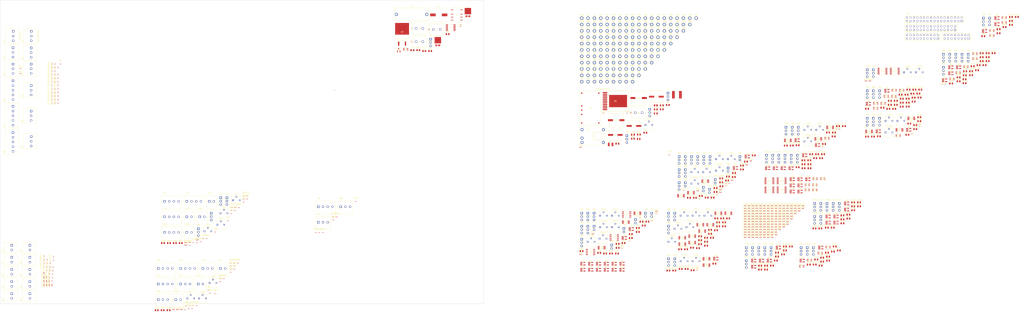
<source format=kicad_pcb>
(kicad_pcb (version 20211014) (generator pcbnew)
  (layers (0 "F.Cu" signal) (1 "In1.Cu" power "Power.Cu") (2 "In2.Cu" power "GND.Cu") (31 "B.Cu" signal) (34 "B.Paste" user) (35 "F.Paste" user) (36 "B.SilkS" user "B.Silkscreen") (37 "F.SilkS" user "F.Silkscreen") (38 "B.Mask" user) (39 "F.Mask" user) (44 "Edge.Cuts" user))
  (net 0 "")
  (net 1 "Net-(C1-Pad1)")
  (net 2 "24V")
  (net 3 "Net-(C3-Pad1)")
  (net 4 "Net-(C4-Pad1)")
  (net 5 "Net-(C5-Pad1)")
  (net 6 "Net-(C8-Pad1)")
  (net 7 "5VA")
  (net 8 "5VNUM")
  (net 9 "5VA-")
  (net 10 "R2DAMP1")
  (net 11 "R2DAMP2")
  (net 12 "R2DAMP3")
  (net 13 "LAMP1")
  (net 14 "LAMP2")
  (net 15 "LAMP3")
  (net 16 "EVE_TOR_DATA1")
  (net 17 "LTOR1")
  (net 18 "DOR_TOR_DATA1")
  (net 19 "EXT_TOR_DATA1")
  (net 20 "LTOR2")
  (net 21 "LTOR3")
  (net 22 "Net-(C28-Pad1)")
  (net 23 "Net-(C29-Pad1)")
  (net 24 "Net-(C30-Pad1)")
  (net 25 "Net-(C31-Pad1)")
  (net 26 "Net-(C32-Pad1)")
  (net 27 "Net-(C33-Pad1)")
  (net 28 "Net-(C34-Pad1)")
  (net 29 "Net-(C35-Pad1)")
  (net 30 "Net-(C36-Pad1)")
  (net 31 "Net-(C37-Pad1)")
  (net 32 "Net-(C38-Pad1)")
  (net 33 "Net-(C39-Pad1)")
  (net 34 "Net-(C40-Pad1)")
  (net 35 "OPTO1")
  (net 36 "OPTO2")
  (net 37 "M_LC_POS1")
  (net 38 "M_LC_POS2")
  (net 39 "M_LC_POS3")
  (net 40 "Net-(C46-Pad1)")
  (net 41 "Net-(C47-Pad1)")
  (net 42 "Net-(C48-Pad1)")
  (net 43 "M_FSR_POS1")
  (net 44 "M_FSR_POS2")
  (net 45 "M_FSR_POS3")
  (net 46 "M_TEMP_1")
  (net 47 "M_TEMP_2")
  (net 48 "R1SOM1")
  (net 49 "+5VA")
  (net 50 "-5VA")
  (net 51 "LATCH")
  (net 52 "RELAY")
  (net 53 "EXT_AMP_OUT")
  (net 54 "EXT_TOR_OUT-")
  (net 55 "EXT_TOR_OUT+")
  (net 56 "DOR_AMP_OUT")
  (net 57 "DOR_TOR_OUT-")
  (net 58 "EVE_AMP_OUT")
  (net 59 "DOR_TOR_OUT+")
  (net 60 "EVE_TOR_OUT-")
  (net 61 "EVE_TOR_OUT+")
  (net 62 "EXT_AMP_POT2")
  (net 63 "EXT_AMP_LIM")
  (net 64 "EXT_AMP_POT1")
  (net 65 "DOR_AMP_POT2")
  (net 66 "DOR_AMP_LIM")
  (net 67 "DOR_AMP_POT1")
  (net 68 "EVE_AMP_POT2")
  (net 69 "EVE_AMP_LIM")
  (net 70 "EVE_AMP_POT1")
  (net 71 "EXT_TOR_POT2")
  (net 72 "EXT_TOR_LIM")
  (net 73 "EXT_TOR_POT1")
  (net 74 "DOR_TOR_POT2")
  (net 75 "DOR_TOR_LIM")
  (net 76 "DOR_TOR_POT1")
  (net 77 "EVE_TOR_POT2")
  (net 78 "EVE_TOR_LIM")
  (net 79 "EVE_TOR_POT1")
  (net 80 "MAX_SW_1")
  (net 81 "MIN_SW_1")
  (net 82 "MAX_SW_2")
  (net 83 "MIN_SW_2")
  (net 84 "Net-(D43-Pad1)")
  (net 85 "Net-(D44-Pad1)")
  (net 86 "Net-(D45-Pad1)")
  (net 87 "Net-(D46-Pad1)")
  (net 88 "MAX_SW_3")
  (net 89 "MIN_SW_3")
  (net 90 "MAX_SW_4")
  (net 91 "MAX_SW_5")
  (net 92 "Net-(D51-Pad1)")
  (net 93 "Net-(D52-Pad1)")
  (net 94 "Net-(D53-Pad1)")
  (net 95 "Net-(D54-Pad1)")
  (net 96 "URG_USER")
  (net 97 "RESET")
  (net 98 "Net-(D57-Pad1)")
  (net 99 "Net-(D58-Pad1)")
  (net 100 "BUT_PROX_LEFT1")
  (net 101 "BUT_PROX_LEFT2")
  (net 102 "BUT_PROX_RIGHT1")
  (net 103 "BUT_PROX_RIGHT2")
  (net 104 "Net-(D63-Pad1)")
  (net 105 "Net-(D64-Pad1)")
  (net 106 "Net-(D65-Pad1)")
  (net 107 "Net-(D66-Pad1)")
  (net 108 "EMI_PROX1_INT")
  (net 109 "REC_PROX1_INT")
  (net 110 "EMI_PROX2_INT")
  (net 111 "REC_PROX2_INT")
  (net 112 "EMI_PROX1")
  (net 113 "REC_PROX1")
  (net 114 "EMI_PROX2")
  (net 115 "REC_PROX2")
  (net 116 "R1EM1")
  (net 117 "R1RE1")
  (net 118 "R1EM2")
  (net 119 "R1RE2")
  (net 120 "LC_POS1")
  (net 121 "LC_POS1_INT")
  (net 122 "LC_POS2")
  (net 123 "LC_POS3")
  (net 124 "BUT_POS1")
  (net 125 "BUT_POS2")
  (net 126 "BUT_POS3")
  (net 127 "Net-(D88-Pad1)")
  (net 128 "Net-(D89-Pad1)")
  (net 129 "Net-(D90-Pad1)")
  (net 130 "FSR_POS2_INT")
  (net 131 "FSR_POS3_INT")
  (net 132 "FSR_POS1_INT")
  (net 133 "FSR_POS1")
  (net 134 "FSR_POS2")
  (net 135 "FSR_POS3")
  (net 136 "CAN_TD")
  (net 137 "CAN_BUS_INT")
  (net 138 "CAN_RD")
  (net 139 "TEMP_1")
  (net 140 "TEMP_2")
  (net 141 "Net-(F1-Pad1)")
  (net 142 "+24V")
  (net 143 "Net-(J2-Pad3)")
  (net 144 "Net-(J5-Pad3)")
  (net 145 "Net-(J6-Pad3)")
  (net 146 "Net-(J7-Pad3)")
  (net 147 "/STM SIGNALS/PC12")
  (net 148 "/STM SIGNALS/PD2")
  (net 149 "/STM SIGNALS/PC10")
  (net 150 "VDD")
  (net 151 "/STM SIGNALS/PG8")
  (net 152 "/STM SIGNALS/PD3")
  (net 153 "DOR_AMP_LIM_DATA")
  (net 154 "/STM SIGNALS/PB2")
  (net 155 "/STM SIGNALS/PE2")
  (net 156 "/STM SIGNALS/PE9")
  (net 157 "/STM SIGNALS/PE4")
  (net 158 "/STM SIGNALS/PB5")
  (net 159 "SW&INT_SG0")
  (net 160 "ANA_DATA")
  (net 161 "SW&INT_SG1")
  (net 162 "/STM SIGNALS/PF15")
  (net 163 "SW&INT_SG2")
  (net 164 "SW&INT_SG3")
  (net 165 "/STM SIGNALS/PF7")
  (net 166 "/STM SIGNALS/PF9")
  (net 167 "/STM SIGNALS/PB14")
  (net 168 "/STM SIGNALS/PD10")
  (net 169 "EXT_TOR_DATA")
  (net 170 "/STM SIGNALS/PC7")
  (net 171 "EXT_TOR_LIM_DATA")
  (net 172 "ANA_LIM_DATA")
  (net 173 "/STM SIGNALS/PB3")
  (net 174 "ANA_S1")
  (net 175 "EXT_AMP_DATA")
  (net 176 "ANA_S2")
  (net 177 "/STM SIGNALS/PB4")
  (net 178 "DSW&INT")
  (net 179 "SWMAX3")
  (net 180 "EVE_TOR_LIM_DATA")
  (net 181 "SWMIN3")
  (net 182 "/STM SIGNALS/PC6")
  (net 183 "SWMAX4")
  (net 184 "SWMAX5")
  (net 185 "/STM SIGNALS/PE8")
  (net 186 "/STM SIGNALS/PD13")
  (net 187 "/STM SIGNALS/PE7")
  (net 188 "/STM SIGNALS/PD12")
  (net 189 "/STM SIGNALS/PD11")
  (net 190 "/STM SIGNALS/PE10")
  (net 191 "/STM SIGNALS/PE12")
  (net 192 "DOR_TOR_DATA")
  (net 193 "/STM SIGNALS/PE15")
  (net 194 "DOR_TOR_LIM_DATA")
  (net 195 "/STM SIGNALS/PB10")
  (net 196 "/STM SIGNALS/PE0")
  (net 197 "/STM SIGNALS/PB11")
  (net 198 "R2EM1")
  (net 199 "R2EM2")
  (net 200 "R2RE1")
  (net 201 "R2RE2")
  (net 202 "EVE_AMP_DATA")
  (net 203 "R1DAMP1")
  (net 204 "EVE_AMP_LIM_DATA")
  (net 205 "R1DLAMP1")
  (net 206 "DOR_AMP_DATA")
  (net 207 "R1DAMP2")
  (net 208 "R1DLAMP2")
  (net 209 "EXT_AMP_LIM_DATA")
  (net 210 "R1DLAMP3")
  (net 211 "R1DAMP3")
  (net 212 "Net-(J71-Pad1)")
  (net 213 "CAMP1")
  (net 214 "Net-(J71-Pad3)")
  (net 215 "Net-(J72-Pad1)")
  (net 216 "CAMP2")
  (net 217 "Net-(J72-Pad3)")
  (net 218 "Net-(J73-Pad1)")
  (net 219 "CAMP3")
  (net 220 "Net-(J73-Pad3)")
  (net 221 "R1DLTOR1")
  (net 222 "R1DLTOR2")
  (net 223 "R1DLTOR3")
  (net 224 "Net-(J83-Pad1)")
  (net 225 "CTOR1")
  (net 226 "Net-(J83-Pad3)")
  (net 227 "Net-(J84-Pad1)")
  (net 228 "CTOR2")
  (net 229 "Net-(J84-Pad3)")
  (net 230 "Net-(J85-Pad1)")
  (net 231 "CTOR3")
  (net 232 "Net-(J85-Pad3)")
  (net 233 "ADCTOR3")
  (net 234 "ADCTOR2")
  (net 235 "EVE_TOR_DATA")
  (net 236 "ADCTOR1")
  (net 237 "Net-(J89-Pad1)")
  (net 238 "Net-(J89-Pad3)")
  (net 239 "Net-(J90-Pad1)")
  (net 240 "SWMAX1")
  (net 241 "Net-(J90-Pad3)")
  (net 242 "Net-(J91-Pad1)")
  (net 243 "SWMAX2")
  (net 244 "Net-(J91-Pad3)")
  (net 245 "Net-(J92-Pad1)")
  (net 246 "Net-(J92-Pad3)")
  (net 247 "Net-(J93-Pad1)")
  (net 248 "Net-(J93-Pad3)")
  (net 249 "M_BUT_PROX_R1")
  (net 250 "BUTPROXR1")
  (net 251 "Net-(J94-Pad3)")
  (net 252 "M_REC_PROX2")
  (net 253 "Net-(J95-Pad3)")
  (net 254 "M_BUT_PROX_L2")
  (net 255 "BUTPROXL2")
  (net 256 "Net-(J96-Pad3)")
  (net 257 "M_BUT_PROX_L1")
  (net 258 "BUTPROXL1")
  (net 259 "Net-(J97-Pad3)")
  (net 260 "M_BUT_PROX_R2")
  (net 261 "BUTPROXR2")
  (net 262 "Net-(J98-Pad3)")
  (net 263 "M_REC_PROX1")
  (net 264 "Net-(J99-Pad3)")
  (net 265 "Net-(J100-Pad1)")
  (net 266 "CLC2")
  (net 267 "Net-(J100-Pad3)")
  (net 268 "Net-(J101-Pad1)")
  (net 269 "CLC1")
  (net 270 "Net-(J101-Pad3)")
  (net 271 "Net-(J102-Pad1)")
  (net 272 "CLC3")
  (net 273 "Net-(J102-Pad3)")
  (net 274 "M_BUT_POS1")
  (net 275 "BUTPOS1")
  (net 276 "Net-(J103-Pad3)")
  (net 277 "M_BUT_POS2")
  (net 278 "BUTPOS2")
  (net 279 "Net-(J104-Pad3)")
  (net 280 "M_BUT_POS3")
  (net 281 "BUTPOS3")
  (net 282 "Net-(J105-Pad3)")
  (net 283 "Net-(J106-Pad1)")
  (net 284 "CFSR2")
  (net 285 "Net-(J106-Pad3)")
  (net 286 "Net-(J107-Pad1)")
  (net 287 "CFSR1")
  (net 288 "Net-(J107-Pad3)")
  (net 289 "Net-(J108-Pad1)")
  (net 290 "CFSR3")
  (net 291 "Net-(J108-Pad3)")
  (net 292 "Net-(J109-Pad1)")
  (net 293 "CTEMP1")
  (net 294 "Net-(J109-Pad3)")
  (net 295 "Net-(J110-Pad1)")
  (net 296 "CTEMP2")
  (net 297 "Net-(J110-Pad3)")
  (net 298 "M_EXT_AMP_INT")
  (net 299 "Net-(J111-Pad3)")
  (net 300 "M_DOR_AMP_INT")
  (net 301 "Net-(J112-Pad3)")
  (net 302 "M_EVE_AMP_INT")
  (net 303 "Net-(J113-Pad3)")
  (net 304 "M_EXT_TOR_INT")
  (net 305 "Net-(J114-Pad3)")
  (net 306 "M_DOR_TOR_INT")
  (net 307 "Net-(J115-Pad3)")
  (net 308 "M_EVE_TOR_INT")
  (net 309 "Net-(J116-Pad3)")
  (net 310 "M_LC_POS1_INT")
  (net 311 "Net-(J117-Pad3)")
  (net 312 "M_LC_POS2_INT")
  (net 313 "Net-(J118-Pad3)")
  (net 314 "M_LC_POS3_INT")
  (net 315 "Net-(J119-Pad3)")
  (net 316 "M_FSR_POS1_INT")
  (net 317 "Net-(J120-Pad3)")
  (net 318 "M_FSR_POS2_INT")
  (net 319 "Net-(J121-Pad3)")
  (net 320 "Net-(J122-Pad3)")
  (net 321 "M_EMI_PROX1_INT")
  (net 322 "Net-(J123-Pad3)")
  (net 323 "M_REC_PROX1_INT")
  (net 324 "Net-(J124-Pad3)")
  (net 325 "M_EMI_PROX2_INT")
  (net 326 "Net-(J125-Pad3)")
  (net 327 "M_REC_PROX2_INT")
  (net 328 "Net-(J126-Pad3)")
  (net 329 "M_TEMP1_INT")
  (net 330 "Net-(J127-Pad3)")
  (net 331 "Net-(J128-Pad3)")
  (net 332 "M_CAN_BUS_INT")
  (net 333 "Net-(J129-Pad3)")
  (net 334 "R1DANA1")
  (net 335 "R1DANA2")
  (net 340 "Net-(Q1-Pad1)")
  (net 341 "Net-(R5-Pad2)")
  (net 342 "Net-(R6-Pad2)")
  (net 343 "Net-(R7-Pad2)")
  (net 344 "Net-(R61-Pad1)")
  (net 345 "Net-(R63-Pad1)")
  (net 346 "Net-(R65-Pad1)")
  (net 347 "R1ATT1")
  (net 348 "R1ATT2")
  (net 349 "R1ATT3")
  (net 350 "R2ATT3")
  (net 351 "Net-(R80-Pad2)")
  (net 352 "R2ATT1")
  (net 353 "Net-(R81-Pad2)")
  (net 354 "R2ATT2")
  (net 355 "Net-(R82-Pad2)")
  (net 356 "Net-(R83-Pad2)")
  (net 357 "Net-(R84-Pad2)")
  (net 358 "Net-(R85-Pad2)")
  (net 359 "R2SOM3")
  (net 360 "Net-(R87-Pad2)")
  (net 361 "R2SOM1")
  (net 362 "R2SOM2")
  (net 363 "Net-(R91-Pad2)")
  (net 364 "Net-(R93-Pad2)")
  (net 365 "TEMP_OUT_1")
  (net 380 "R1IST1")
  (net 381 "R2IST1")
  (net 383 "R1IST3")
  (net 384 "R2IST3")
  (net 386 "R1IST2")
  (net 387 "R2IST2")
  (net 398 "LLC1")
  (net 399 "LLC2")
  (net 400 "LLC3")
  (net 401 "LFSR1")
  (net 402 "LFSR2")
  (net 403 "LFSR3")
  (net 404 "LTEMP1")
  (net 405 "R2DANA1")
  (net 407 "R2DANA2")
  (net 409 "AMP_SEC")
  (net 410 "POS_LC_SEC")
  (net 411 "ALIM_SEC")
  (net 412 "STOR")
  (net 413 "POS_FSR_SEC")
  (net 414 "SWMIN1")
  (net 415 "SWMIN2")
  (net 416 "STEMP")
  (net 417 "POS_BUT_SEC")
  (net 418 "MAX_SW_SEC")
  (net 419 "LEFTRIGHT_SEC")
  (net 420 "INT_SENSOR_SEC")
  (net 421 "INT_POS_SEC")
  (net 422 "INT_PROX_SEC")
  (net 423 "PROX_OPTO_SEC")
  (net 424 "PROX_BUT_SEC")
  (net 440 "Net-(U16-Pad2)")
  (net 441 "Net-(U14-Pad1)")
  (net 442 "Net-(U10-Pad4)")
  (net 443 "Net-(U11-Pad4)")
  (net 444 "Net-(U12-Pad4)")
  (net 445 "Net-(U13-Pad4)")
  (net 446 "Net-(U14-Pad4)")
  (net 447 "Net-(U15-Pad4)")
  (net 448 "Net-(U16-Pad4)")
  (net 449 "Net-(U17-Pad4)")
  (net 450 "Net-(U18-Pad4)")
  (net 454 "Net-(U23-Pad4)")
  (net 458 "Net-(U31-Pad4)")
  (net 486 "Net-(U49-Pad4)")
  (net 487 "Net-(U53-Pad4)")
  (net 488 "Net-(U54-Pad7)")
  (net 489 "Net-(U55-Pad7)")
  (net 490 "Net-(U56-Pad4)")
  (net 491 "Net-(U62-Pad4)")
  (net 492 "Net-(U64-Pad4)")
  (net 493 "Net-(U65-Pad4)")
  (net 497 "Net-(U70-Pad4)")
  (net 498 "Net-(U71-Pad4)")
  (net 499 "Net-(U76-Pad4)")
  (net 500 "Net-(U77-Pad4)")
  (net 504 "Net-(U82-Pad4)")
  (net 505 "Net-(U83-Pad4)")
  (net 508 "Net-(U88-Pad4)")
  (net 509 "Net-(U89-Pad4)")
  (net 510 "Net-(U90-Pad4)")
  (net 511 "Net-(U91-Pad4)")
  (net 512 "Net-(U93-Pad4)")
  (net 513 "Net-(U94-Pad4)")
  (net 514 "Net-(U95-Pad4)")
  (net 515 "Net-(U96-Pad4)")
  (net 516 "Net-(U101-Pad1)")
  (net 517 "Net-(U101-Pad2)")
  (net 518 "Net-(U100-Pad4)")
  (net 519 "Net-(U101-Pad4)")
  (net 520 "Net-(U102-Pad4)")
  (net 521 "SW&INT_SG4")
  (net 522 "Net-(U104-Pad2)")
  (net 523 "Net-(U104-Pad4)")
  (net 524 "Net-(U105-Pad1)")
  (net 525 "Net-(U105-Pad4)")
  (net 526 "Net-(U106-Pad4)")
  (net 527 "Net-(U109-Pad4)")
  (net 528 "Net-(U110-Pad7)")
  (net 529 "Net-(U111-Pad7)")
  (net 530 "Net-(U112-Pad7)")
  (net 531 "Net-(U113-Pad7)")
  (net 532 "Net-(U114-Pad3)")
  (net 533 "Net-(U115-Pad3)")
  (net 534 "M_FSR_POS3_INT")
  (net 535 "Net-(U116-Pad3)")
  (net 536 "Net-(U117-Pad3)")
  (net 537 "M_TEMP2_INT")
  (net 538 "Net-(U118-Pad4)")
  (net 539 "Net-(U119-Pad4)")
  (net 540 "ANA_S0")
  (net 541 "/STM SIGNALS/NC")
  (net 542 "/STM SIGNALS/PC8")
  (net 543 "/STM SIGNALS/IOREF")
  (net 544 "/STM SIGNALS/PC9")
  (net 545 "/STM SIGNALS/NRST")
  (net 546 "+3V3")
  (net 547 "/STM SIGNALS/PC11")
  (net 548 "/STM SIGNALS/PD7")
  (net 549 "/STM SIGNALS/PD6")
  (net 550 "/STM SIGNALS/PC3")
  (net 551 "/STM SIGNALS/PD5")
  (net 552 "/STM SIGNALS/PD4")
  (net 553 "/STM SIGNALS/PC2")
  (net 554 "/STM SIGNALS/PB15")
  (net 555 "/STM SIGNALS/PB13")
  (net 556 "/STM SIGNALS/AREF")
  (net 557 "/STM SIGNALS/D19")
  (net 558 "/STM SIGNALS/PA15")
  (net 559 "/STM SIGNALS/VDDA")
  (net 560 "/STM SIGNALS/AGND")
  (net 561 "EXT_AMP_INT")
  (footprint "FootPrint:KEYSTONE_5005" (layer "F.Cu") (at 461.94 58.09)
    (fp_text reference "TP117")
    (fp_text value "TestPoint")
  )
  (footprint "Capacitor_SMD:C_0402_1005Metric" (layer "F.Cu") (at 606.51 175.98)
    (fp_text reference "C143")
    (fp_text value "1uF 10V X6S")
  )
  (footprint "FootPrint:SN74LVC3G14DCUT" (layer "F.Cu") (at 680.691 97.7393)
    (fp_text reference "U44")
    (fp_text value "Inverter")
  )
  (footprint "FootPrint:SN74LVC3G14DCUT" (layer "F.Cu") (at 694.491 88.0393)
    (fp_text reference "U47")
    (fp_text value "Inverter")
  )
  (footprint "Resistor_SMD:R_0805_2012Metric" (layer "F.Cu") (at 694.54 101.96)
    (fp_text reference "R109")
    (fp_text value "5,1k 5% 1/8W ")
  )
  (footprint "Resistor_SMD:R_0805_2012Metric" (layer "F.Cu") (at 622.65 129.05)
    (fp_text reference "R158")
    (fp_text value "100k 5% 1/8W")
  )
  (footprint "Resistor_SMD:R_0805_2012Metric" (layer "F.Cu") (at 561.9 192.32)
    (fp_text reference "R89")
    (fp_text value "100Ω 1% 1/8W")
  )
  (footprint "FootPrint:KEYSTONE_5005" (layer "F.Cu") (at 495.05 39.17)
    (fp_text reference "TP113")
    (fp_text value "TestPoint")
  )
  (footprint "Capacitor_SMD:C_0402_1005Metric" (layer "F.Cu") (at 600.77 191.74)
    (fp_text reference "C86")
    (fp_text value "0,1uF 10V X5R")
  )
  (footprint "Connector_PinSocket_2.54mm:PinSocket_1x03_P2.54mm_Vertical" (layer "F.Cu") (at 461.9 179.57)
    (fp_text reference "J81")
    (fp_text value "Jumper")
  )
  (footprint "Resistor_SMD:R_0805_2012Metric" (layer "F.Cu") (at 618.24 129.25)
    (fp_text reference "R155")
    (fp_text value "0Ω")
  )
  (footprint "Resistor_SMD:R_0805_2012Metric" (layer "F.Cu") (at 613.15 207.34)
    (fp_text reference "R182")
    (fp_text value "100k 5% 1/8W")
  )
  (footprint "FootPrint:DPY2_TEX" (layer "F.Cu") (at 201.049 179.904)
    (fp_text reference "D60")
    (fp_text value "TVS")
  )
  (footprint "FootPrint:SN74LVC3G14DCUT" (layer "F.Cu") (at 330.861 57.5793)
    (fp_text reference "U3")
    (fp_text value "Inverter")
  )
  (footprint "FootPrint:SN74LVC3G14DCUT" (layer "F.Cu") (at 767.201 43.6593)
    (fp_text reference "U51")
    (fp_text value "Inverter")
  )
  (footprint "Capacitor_SMD:C_0402_1005Metric" (layer "F.Cu") (at 612.25 174.01)
    (fp_text reference "C175")
    (fp_text value "0,1uF 10V X5R")
  )
  (footprint "Resistor_SMD:R_0805_2012Metric" (layer "F.Cu") (at 498.43 198.12)
    (fp_text reference "R76")
    (fp_text value "100k 5% 1/8W")
  )
  (footprint "FootPrint:DPY2_TEX" (layer "F.Cu") (at 69.9 89.7125 90)
    (fp_text reference "D12")
    (fp_text value "TVS")
  )
  (footprint "FootPrint:SN74LVC3G14DCUT" (layer "F.Cu") (at 686.261 97.7393)
    (fp_text reference "U45")
    (fp_text value "Inverter")
  )
  (footprint "FootPrint:DPY2_TEX" (layer "F.Cu") (at 69.9 95.0125 90)
    (fp_text reference "D34")
    (fp_text value "TVS")
  )
  (footprint "Capacitor_SMD:C_0402_1005Metric" (layer "F.Cu") (at 600.77 175.98)
    (fp_text reference "C162")
    (fp_text value "0,1uF 10V X5R")
  )
  (footprint "FootPrint:KEYSTONE_5005" (layer "F.Cu") (at 504.51 72.28)
    (fp_text reference "TP54")
    (fp_text value "TestPoint")
  )
  (footprint "Resistor_SMD:R_0402_1005Metric" (layer "F.Cu") (at 67.586 233.1065 90)
    (fp_text reference "R15")
    (fp_text value "1k 1% 1/10W")
  )
  (footprint "FootPrint:TRIM_3362P-1-102LF" (layer "F.Cu") (at 555.819 181.49)
    (fp_text reference "RV21")
    (fp_text value "Trim 1k")
  )
  (footprint "FootPrint:SN74LVC3G14DCUT" (layer "F.Cu") (at 635.421 158.5493)
    (fp_text reference "U110")
    (fp_text value "Inverter")
  )
  (footprint "FootPrint:KEYSTONE_5005" (layer "F.Cu") (at 509.24 72.28)
    (fp_text reference "TP37")
    (fp_text value "TestPoint")
  )
  (footprint "Connector_PinSocket_2.54mm:PinSocket_1x03_P2.54mm_Vertical" (layer "F.Cu") (at 526.12 90.22)
    (fp_text reference "J7")
    (fp_text value "Jumper")
  )
  (footprint "FootPrint:DPY2_TEX" (layer "F.Cu") (at 66.25 216.8125 90)
    (fp_text reference "D53")
    (fp_text value "TVS")
  )
  (footprint "Capacitor_SMD:C_0402_1005Metric" (layer "F.Cu") (at 597.9 193.71)
    (fp_text reference "C140")
    (fp_text value "1uF 10V X6S")
  )
  (footprint "FootPrint:SOT95P270X145-5N" (layer "F.Cu") (at 624.435 154.39)
    (fp_text reference "U119")
    (fp_text value "OR Gate")
  )
  (footprint "FootPrint:KEYSTONE_5005" (layer "F.Cu") (at 471.4 58.09)
    (fp_text reference "TP3")
    (fp_text value "TestPoint")
  )
  (footprint "Capacitor_SMD:C_0402_1005Metric" (layer "F.Cu") (at 589.29 175.98)
    (fp_text reference "C186")
    (fp_text value "0,1uF 10V X5R")
  )
  (footprint "FootPrint:KEYSTONE_5005" (layer "F.Cu") (at 528.16 48.63)
    (fp_text reference "TP88")
    (fp_text value "TestPoint")
  )
  (footprint "Capacitor_SMD:C_0402_1005Metric" (layer "F.Cu") (at 583.55 185.83)
    (fp_text reference "C184")
    (fp_text value "0,1uF 10V X5R")
  )
  (footprint "FootPrint:KEYSTONE_5005" (layer "F.Cu") (at 532.89 39.17)
    (fp_text reference "TP80")
    (fp_text value "TestPoint")
  )
  (footprint "Connector_PinSocket_2.54mm:PinSocket_1x02_P2.54mm_Vertical" (layer "F.Cu") (at 471.1 189.27)
    (fp_text reference "J77")
    (fp_text value "Tulip Conn")
  )
  (footprint "FootPrint:DPY2_TEX" (layer "F.Cu") (at 201.049 177.654)
    (fp_text reference "D64")
    (fp_text value "TVS")
  )
  (footprint "Capacitor_SMD:C_0402_1005Metric" (layer "F.Cu") (at 586.42 187.8)
    (fp_text reference "C127")
    (fp_text value "1uF 10V X6S")
  )
  (footprint "Capacitor_SMD:C_0402_1005Metric" (layer "F.Cu") (at 595.03 197.65)
    (fp_text reference "C173")
    (fp_text value "0,1uF 10V X5R")
  )
  (footprint "Resistor_SMD:R_0805_2012Metric" (layer "F.Cu") (at 645.32 211.95)
    (fp_text reference "R148")
    (fp_text value "10k 5% 1/8W")
  )
  (footprint "FootPrint:SN74LVC3G14DCUT" (layer "F.Cu") (at 635.421 162.3093)
    (fp_text reference "U107")
    (fp_text value "Inverter")
  )
  (footprint "Capacitor_SMD:C_0402_1005Metric" (layer "F.Cu") (at 609.38 191.74)
    (fp_text reference "C83")
    (fp_text value "1uF 10V X6S")
  )
  (footprint "Capacitor_SMD:C_0402_1005Metric" (layer "F.Cu") (at 612.25 175.98)
    (fp_text reference "C72")
    (fp_text value "0,1uF 10V X5R")
  )
  (footprint "Resistor_SMD:R_0805_2012Metric" (layer "F.Cu") (at 546.13 168.17)
    (fp_text reference "R35")
    (fp_text value "200k 5% 1/8W")
  )
  (footprint "Resistor_SMD:R_0805_2012Metric" (layer "F.Cu") (at 645.29 119.55)
    (fp_text reference "R161")
    (fp_text value "100k 5% 1/8W")
  )
  (footprint "FootPrint:TRIM_3362P-1-102LF" (layer "F.Cu") (at 486.969 190.04)
    (fp_text reference "RV17")
    (fp_text value "Trim 1k")
  )
  (footprint "Capacitor_SMD:C_01005_0402Metric" (layer "F.Cu") (at 707.66 120.6)
    (fp_text reference "C43")
    (fp_text value "10nF 10V X5R")
  )
  (footprint "Capacitor_SMD:C_0402_1005Metric" (layer "F.Cu") (at 592.16 183.86)
    (fp_text reference "C185")
    (fp_text value "0,1uF 10V X5R")
  )
  (footprint "Resistor_SMD:R_0805_2012Metric" (layer "F.Cu") (at 362.13 46.3)
    (fp_text reference "R3")
    (fp_text value "100k 5% 1/8W")
  )
  (footprint "FootPrint:PHOENIX_1751109" (layer "F.Cu") (at 46.4 82.6 -90)
    (fp_text reference "J22")
    (fp_text value "3")
  )
  (footprint "FootPrint:DPY2_TEX" (layer "F.Cu") (at 63.74 222.1125 90)
    (fp_text reference "D48")
    (fp_text value "TVS")
  )
  (footprint "FootPrint:KEYSTONE_5005" (layer "F.Cu") (at 537.62 34.44)
    (fp_text reference "TP110")
    (fp_text value "TestPoint")
  )
  (footprint "FootPrint:SOT95P270X145-5N" (layer "F.Cu") (at 474.435 221.72)
    (fp_text reference "U10")
    (fp_text value "OR Gate")
  )
  (footprint "FootPrint:DPY2_TEX" (layer "F.Cu") (at 203.335 219.084)
    (fp_text reference "D93")
    (fp_text value "TVS")
  )
  (footprint "FootPrint:PHOENIX_1751109" (layer "F.Cu") (at 46.4 101.6 -90)
    (fp_text reference "J23")
    (fp_text value "3")
  )
  (footprint "Connector_PinSocket_2.54mm:PinSocket_1x03_P2.54mm_Vertical" (layer "F.Cu") (at 176.595 191.15)
    (fp_text reference "J45")
    (fp_text value "Jumper")
  )
  (footprint "Connector_PinSocket_2.54mm:PinSocket_1x03_P2.54mm_Vertical" (layer "F.Cu") (at 683.6 109)
    (fp_text reference "J100")
    (fp_text value "Jumper")
  )
  (footprint "FootPrint:PHOENIX_1751109" (layer "F.Cu") (at 33.038 42.2895 -90)
    (fp_text reference "J13")
    (fp_text value "3")
  )
  (footprint "Resistor_SMD:R_0805_2012Metric" (layer "F.Cu") (at 509.29 119.7)
    (fp_text reference "R8")
    (fp_text value "100k 5% 1/8W")
  )
  (footprint "Resistor_SMD:R_0805_2012Metric" (layer "F.Cu") (at 154.401 251.83)
    (fp_text reference "R32")
    (fp_text value "100k 5% 1/8W")
  )
  (footprint "Resistor_SMD:R_0805_2012Metric" (layer "F.Cu") (at 742.45 81.45)
    (fp_text reference "R121")
    (fp_text value "10k 5% 1/8W")
  )
  (footprint "FootPrint:DPY2_TEX" (layer "F.Cu") (at 67.65 92.3625 90)
    (fp_text reference "D31")
    (fp_text value "TVS")
  )
  (footprint "FootPrint:SN74LVC3G14DCUT" (layer "F.Cu") (at 629.851 158.5493)
    (fp_text reference "U113")
    (fp_text value "Inverter")
  )
  (footprint "Connector_PinSocket_2.54mm:PinSocket_1x03_P2.54mm_Vertical" (layer "F.Cu") (at 584.44 205.24)
    (fp_text reference "J120")
    (fp_text value "Jumper")
  )
  (footprint "FootPrint:KEYSTONE_5005" (layer "F.Cu") (at 499.78 39.17)
    (fp_text reference "TP115")
    (fp_text value "TestPoint")
  )
  (footprint "Connector_PinSocket_2.54mm:PinSocket_1x03_P2.54mm_Vertical" (layer "F.Cu") (at 539.02 147.17)
    (fp_text reference "J68")
    (fp_text value "Jumper")
  )
  (footprint "Capacitor_SMD:C_0402_1005Metric" (layer "F.Cu") (at 617.99 181.89)
    (fp_text reference "C78")
    (fp_text value "1uF 10V X6S")
  )
  (footprint "FootPrint:KEYSTONE_5005" (layer "F.Cu") (at 466.67 48.63)
    (fp_text reference "TP33")
    (fp_text value "TestPoint")
  )
  (footprint "FootPrint:DGK8" (layer "F.Cu") (at 554.7681 213.5046)
    (fp_text reference "U86")
    (fp_text value "COMP")
  )
  (footprint "Resistor_SMD:R_0805_2012Metric" (layer "F.Cu") (at 747.05 76.96)
    (fp_text reference "R130")
    (fp_text value "0Ω")
  )
  (footprint "FootPrint:KEYSTONE_5005" (layer "F.Cu") (at 480.86 43.9)
    (fp_text reference "TP23")
    (fp_text value "TestPoint")
  )
  (footprint "FootPrint:KEYSTONE_5005" (layer "F.Cu") (at 528.16 53.36)
    (fp_text reference "TP62")
    (fp_text value "TestPoint")
  )
  (footprint "Connector_PinSocket_2.54mm:PinSocket_1x03_P2.54mm_Vertical" (layer "F.Cu") (at 765.51 34.4)
    (fp_text reference "J92")
    (fp_text value "Jumper")
  )
  (footprint "Resistor_SMD:R_0805_2012Metric" (layer "F.Cu") (at 570.17 155.27)
    (fp_text reference "R58")
    (fp_text value "100k 5% 1/8W")
  )
  (footprint "Capacitor_SMD:C_0402_1005Metric" (layer "F.Cu") (at 606.51 181.89)
    (fp_text reference "C68")
    (fp_text value "1uF 10V X6S")
  )
  (footprint "Resistor_SMD:R_0805_2012Metric" (layer "F.Cu") (at 746.86 82.86)
    (fp_text reference "R135")
    (fp_text value "100k 5% 1/8W")
  )
  (footprint "FootPrint:KEYSTONE_5005" (layer "F.Cu") (at 518.7 48.63)
    (fp_text reference "TP52")
    (fp_text value "TestPoint")
  )
  (footprint "Capacitor_SMD:C_0402_1005Metric" (layer "F.Cu") (at 600.77 177.95)
    (fp_text reference "C129")
    (fp_text value "1uF 10V X6S")
  )
  (footprint "Capacitor_SMD:C_0402_1005Metric" (layer "F.Cu") (at 586.42 179.92)
    (fp_text reference "C194")
    (fp_text value "0,1uF 10V X5R")
  )
  (footprint "Resistor_SMD:R_0805_2012Metric" (layer "F.Cu") (at 704.33 121.25)
    (fp_text reference "R143")
    (fp_text value "100k 5% 1/8W")
  )
  (footprint "Resistor_SMD:R_0805_2012Metric" (layer "F.Cu") (at 503.67 190.62)
    (fp_text reference "R72")
    (fp_text value "100k 5% 1/8W")
  )
  (footprint "Resistor_SMD:R_0805_2012Metric" (layer "F.Cu") (at 704.56 100.24)
    (fp_text reference "R108")
    (fp_text value "5,1k 5% 1/8W ")
  )
  (footprint "FootPrint:KEYSTONE_5005" (layer "F.Cu") (at 485.59 34.44)
    (fp_text reference "TP136")
    (fp_text value "TestPoint")
  )
  (footprint "FootPrint:TRIM_3362P-1-102LF" (layer "F.Cu") (at 554.889 149.09)
    (fp_text reference "RV13")
    (fp_text value "Trim 1k")
  )
  (footprint "Connector_PinSocket_2.54mm:PinSocket_1x02_P2.54mm_Vertical" (layer "F.Cu") (at 509.34 179.57)
    (fp_text reference "J78")
    (fp_text value "Tulip Conn")
  )
  (footprint "Capacitor_SMD:C_0402_1005Metric" (layer "F.Cu") (at 606.51 195.68)
    (fp_text reference "C145")
    (fp_text value "1uF 10V X6S")
  )
  (footprint "FootPrint:SOT95P270X145-5N" (layer "F.Cu") (at 595.745 214.89)
    (fp_text reference "U97")
    (fp_text value "OR Gate")
  )
  (footprint "FootPrint:SOT95P270X145-5N" (layer "F.Cu") (at 622.245 125.3)
    (fp_text reference "U82")
    (fp_text value "AND Gate")
  )
  (footprint "Resistor_SMD:R_0402_1005Metric" (layer "F.Cu") (at 565.19 164.08)
    (fp_text reference "R47")
    (fp_text value "1k 1% 1/10W")
  )
  (footprint "Resistor_SMD:R_0402_1005Metric" (layer "F.Cu") (at 470.23 195.09)
    (fp_text reference "R70")
    (fp_text value "1k 1% 1/10W")
  )
  (footprint "FootPrint:KEYSTONE_5005" (layer "F.Cu") (at 485.59 62.82)
    (fp_text reference "TP42")
    (fp_text value "TestPoint")
  )
  (footprint "Resistor_SMD:R_0805_2012Metric" (layer "F.Cu") (at 650.26 204.39)
    (fp_text reference "R154")
    (fp_text value "100k 5% 1/8W")
  )
  (footprint "Resistor_SMD:R_0402_1005Metric" (layer "F.Cu") (at 565.19 162.09)
    (fp_text reference "R46")
    (fp_text value "1k 1% 1/10W")
  )
  (footprint "FootPrint:DPY2_TEX" (layer "F.Cu") (at 68.796 214.7315 90)
    (fp_text reference "D42")
    (fp_text value "TVS")
  )
  (footprint "Capacitor_SMD:C_0402_1005Metric" (layer "F.Cu") (at 600.77 187.8)
    (fp_text reference "C207")
    (fp_text value "0,1uF 10V X5R")
  )
  (footprint "Capacitor_SMD:C_0402_1005Metric" (layer "F.Cu") (at 603.64 187.8)
    (fp_text reference "C205")
    (fp_text value "0,1uF 10V X5R")
  )
  (footprint "FootPrint:KEYSTONE_5005" (layer "F.Cu") (at 471.4 81.74)
    (fp_text reference "TP131")
    (fp_text value "TestPoint")
  )
  (footprint "Capacitor_SMD:C_0402_1005Metric" (layer "F.Cu") (at 606.51 191.74)
    (fp_text reference "C148")
    (fp_text value "0,1uF 10V X5R")
  )
  (footprint "FootPrint:DPY2_TEX" (layer "F.Cu") (at 67.72 230.3225 90)
    (fp_text reference "D50")
    (fp_text value "TVS")
  )
  (footprint "Connector_PinSocket_2.54mm:PinSocket_1x02_P2.54mm_Vertical" (layer "F.Cu") (at 493.36 190.98)
    (fp_text reference "J74")
    (fp_text value "Tulip Conn")
  )
  (footprint "Capacitor_SMD:C_0402_1005Metric" (layer "F.Cu") (at 589.29 177.95)
    (fp_text reference "C182")
    (fp_text value "0,1uF 10V X5R")
  )
  (footprint "Resistor_SMD:R_0805_2012Metric" (layer "F.Cu") (at 708.97 96.54)
    (fp_text reference "R105")
    (fp_text value "5,1k 5% 1/8W ")
  )
  (footprint "FootPrint:SN74LVC3G14DCUT" (layer "F.Cu") (at 747.891 70.5993)
    (fp_text reference "U60")
    (fp_text value "Inverter")
  )
  (footprint "Capacitor_SMD:C_0402_1005Metric" (layer "F.Cu") (at 600.77 174.01)
    (fp_text reference "C155")
    (fp_text value "1uF 10V X6S")
  )
  (footprint "FootPrint:DGK8_TEX" (layer "F.Cu") (at 571.0181 179.6246)
    (fp_text reference "U37")
    (fp_text value "OP-AMP")
  )
  (footprint "Resistor_SMD:R_0805_2012Metric" (layer "F.Cu") (at 599.16 218.64)
    (fp_text reference "R184")
    (fp_text value "100k 5% 1/8W")
  )
  (footprint "Resistor_SMD:R_0805_2012Metric" (layer "F.Cu") (at 575.33 149.72)
    (fp_text reference "R41")
    (fp_text value "0Ω")
  )
  (footprint "FootPrint:TRIM_3362P-1-102LF" (layer "F.Cu") (at 546.059 149.09)
    (fp_text reference "RV9")
    (fp_text value "Trim 1k")
  )
  (footprint "FootPrint:DPY2_TEX" (layer "F.Cu") (at 61.75 211.5125 90)
    (fp_text reference "D57")
    (fp_text value "TVS")
  )
  (footprint "Resistor_SMD:R_0805_2012Metric" (layer "F.Cu") (at 479.35 209.63)
    (fp_text reference "R75")
    (fp_text value "100k 5% 1/8W")
  )
  (footprint "FootPrint:KEYSTONE_5005" (layer "F.Cu") (at 495.05 43.9)
    (fp_text reference "TP83")
    (fp_text value "TestPoint")
  )
  (footprint "Capacitor_SMD:C_0805_2012Metric" (layer "F.Cu") (at 705.07 87.66)
    (fp_text reference "C28")
    (fp_text value "10uF 10V X7R")
  )
  (footprint "Resistor_SMD:R_0805_2012Metric" (layer "F.Cu") (at 606.41 214.84)
    (fp_text reference "R185")
    (fp_text value "100k 5% 1/8W")
  )
  (footprint "Capacitor_SMD:C_01005_0402Metric" (layer "F.Cu") (at 562.69 166.12)
    (fp_text reference "C16")
    (fp_text value "10nF 10V X5R")
  )
  (footprint "Resistor_SMD:R_0805_2012Metric" (layer "F.Cu") (at 663.97 177.46)
    (fp_text reference "R206")
    (fp_text value "100k 5% 1/8W")
  )
  (footprint "Capacitor_SMD:C_0402_1005Metric" (layer "F.Cu") (at 603.64 183.86)
    (fp_text reference "C211")
    (fp_text value "0,1uF 10V X5R")
  )
  (footprint "Resistor_SMD:R_0805_2012Metric" (layer "F.Cu") (at 613.15 204.39)
    (fp_text reference "R192")
    (fp_text value "100k 5% 1/8W")
  )
  (footprint "Capacitor_SMD:C_0805_2012Metric" (layer "F.Cu") (at 759.64 60.52)
    (fp_text reference "C40")
    (fp_text value "10uF 10V X7R")
  )
  (footprint "FootPrint:KEYSTONE_5005" (layer "F.Cu") (at 518.7 34.44)
    (fp_text reference "TP70")
    (fp_text value "TestPoint")
  )
  (footprint "FootPrint:DGK8" (layer "F.Cu") (at 554.7681 218.2546)
    (fp_text reference "U85")
    (fp_text value "COMP")
  )
  (footprint "FootPrint:DPY2_TEX" (layer "F.Cu") (at 72.15 79.1125 90)
    (fp_text reference "D37")
    (fp_text value "TVS")
  )
  (footprint "Capacitor_SMD:C_0402_1005Metric" (layer "F.Cu") (at 592.16 185.83)
    (fp_text reference "C122")
    (fp_text value "0,1uF 10V X5R")
  )
  (footprint "Connector_PinSocket_2.54mm:PinSocket_1x03_P2.54mm_Vertical" (layer "F.Cu") (at 639.86 172.41)
    (fp_text reference "J127")
    (fp_text value "Jumper")
  )
  (footprint "Capacitor_SMD:C_0402_1005Metric" (layer "F.Cu") (at 626.6 174.01)
    (fp_text reference "C121")
    (fp_text value "0,1uF 10V X5R")
  )
  (footprint "FootPrint:DPY2_TEX" (layer "F.Cu") (at 276.979 184.654)
    (fp_text reference "D106")
    (fp_text value "TVS")
  )
  (footprint "FootPrint:DPY2_TEX" (layer "F.Cu") (at 69.9 79.1125 90)
    (fp_text reference "D22")
    (fp_text value "TVS")
  )
  (footprint "Capacitor_SMD:C_0402_1005Metric" (layer "F.Cu") (at 600.77 185.83)
    (fp_text reference "C132")
    (fp_text value "0,1uF 10V X5R")
  )
  (footprint "FootPrint:SOT95P270X145-5N" (layer "F.Cu") (at 630.265 154.39)
    (fp_text reference "U105")
    (fp_text value "AND Gate")
  )
  (footprint "FootPrint:DPY2_TEX" (layer "F.Cu") (at 72.15 95.0125 90)
    (fp_text reference "D13")
    (fp_text value "TVS")
  )
  (footprint "FootPrint:TRIM_3362P-1-102LF" (layer "F.Cu") (at 183.634 193.07)
    (fp_text reference "RV2")
    (fp_text value "Trim 1k")
  )
  (footprint "FootPrint:DPY2_TEX" (layer "F.Cu") (at 69.9 71.1625 90)
    (fp_text reference "D23")
    (fp_text value "TVS")
  )
  (footprint "Connector_PinSocket_2.54mm:PinSocket_1x03_P2.54mm_Vertical" (layer "F.Cu") (at 622.43 136.55)
    (fp_text reference "J111")
    (fp_text value "Jumper")
  )
  (footprint "Capacitor_SMD:C_0402_1005Metric" (layer "F.Cu") (at 592.16 187.8)
    (fp_text reference "C164")
    (fp_text value "0,1uF 10V X5R")
  )
  (footprint "Capacitor_SMD:C_0402_1005Metric" (layer "F.Cu") (at 592.16 195.68)
    (fp_text reference "C135")
    (fp_text value "0,1uF 10V X5R")
  )
  (footprint "Resistor_SMD:R_0805_2012Metric" (layer "F.Cu") (at 700.15 97.35)
    (fp_text reference "R114")
    (fp_text value "100k 5% 1/8W")
  )
  (footprint "Resistor_SMD:R_0805_2012Metric" (layer "F.Cu") (at 508.08 188.82)
    (fp_text reference "R66")
    (fp_text value "910k 0,1% 1/8W")
  )
  (footprint "FootPrint:KEYSTONE_5005" (layer "F.Cu") (at 499.78 77.01)
    (fp_text reference "TP67")
    (fp_text value "TestPoint")
  )
  (footprint "FootPrintLib:IND_LQH2HPN4R7MDRL" (layer "F.Cu") (at 504.29 124.36)
    (fp_text reference "L2")
    (fp_text value "4,7uH 20% 650mA")
  )
  (footprint "Resistor_SMD:R_0402_1005Metric" (layer "F.Cu") (at 461.03 130.53)
    (fp_text reference "R7")
    (fp_text value "28,7k 0,1% 1/16W")
  )
  (footprint "FootPrint:DPY2_TEX" (layer "F.Cu") (at 44.2 75.7)
    (fp_text reference "D5")
    (fp_text value "TVS")
  )
  (footprint "Resistor_SMD:R_0402_1005Metric" (layer "F.Cu") (at 673.53 81.19)
    (fp_text reference "R209")
    (fp_text value "1k 1% 1/10W")
  )
  (footprint "Capacitor_SMD:C_0402_1005Metric" (layer "F.Cu") (at 586.42 181.89)
    (fp_text reference "C126")
    (fp_text value "1uF 10V X6S")
  )
  (footprint "Resistor_SMD:R_0402_1005Metric" (layer "F.Cu") (at 160.971 251.35)
    (fp_text reference "R29")
    (fp_text value "1k 1% 1/10W")
  )
  (footprint "Resistor_SMD:R_0805_2012Metric" (layer "F.Cu") (at 627.04 143.2)
    (fp_text reference "R179")
    (fp_text value "100k 5% 1/8W")
  )
  (footprint "Resistor_SMD:R_0805_2012Metric" (layer "F.Cu") (at 567.91 189.37)
    (fp_text reference "R85")
    (fp_text value "1k 1% 1/10W")
  )
  (footprint "FootPrint:SOT95P270X145-5N" (layer "F.Cu") (at 624.435 158.94)
    (fp_text reference "U120")
    (fp_text value "OR Gate")
  )
  (footprint "Resistor_SMD:R_0805_2012Metric" (layer "F.Cu") (at 660.41 183.61)
    (fp_text reference "R204")
    (fp_text value "100k 5% 1/8W")
  )
  (footprint "Capacitor_SMD:C_0402_1005Metric" (layer "F.Cu") (at 592.16 191.74)
    (fp_text reference "C201")
    (fp_text value "0,1uF 10V X5R")
  )
  (footprint "Capacitor_SMD:C_0402_1005Metric" (layer "F.Cu") (at 595.03 181.89)
    (fp_text reference "C71")
    (fp_text value "0,1uF 10V X5R")
  )
  (footprint "Resistor_SMD:R_0805_2012Metric" (layer "F.Cu") (at 570.73 152.32)
    (fp_text reference "R55")
    (fp_text value "100k 5% 1/8W")
  )
  (footprint "FootPrint:TRIM_3362P-1-102LF" (layer "F.Cu") (at 704.339 74.74)
    (fp_text reference "RV36")
    (fp_text value "Trim 1k")
  )
  (footprint "Capacitor_SMD:C_0805_2012Metric" (layer "F.Cu") (at 636.48 214.12)
    (fp_text reference "C46")
    (fp_text value "10uF 10V X7R")
  )
  (footprint "Capacitor_SMD:C_0402_1005Metric" (layer "F.Cu") (at 617.99 183.86)
    (fp_text reference "C138")
    (fp_text value "0,1uF 10V X5R")
  )
  (footprint "FootPrint:KEYSTONE_5005" (layer "F.Cu") (at 471.4 62.82)
    (fp_text reference "TP30")
    (fp_text value "TestPoint")
  )
  (footprint "FootPrint:KEYSTONE_5005" (layer "F.Cu") (at 480.86 34.44)
    (fp_text reference "TP32")
    (fp_text value "TestPoint")
  )
  (footprint "Connector_PinSocket_2.54mm:PinSocket_1x03_P2.54mm_Vertical" (layer "F.Cu") (at 634.38 205.24)
    (fp_text reference "J105")
    (fp_text value "Jumper")
  )
  (footprint "Capacitor_SMD:C_0402_1005Metric" (layer "F.Cu") (at 589.29 183.86)
    (fp_text reference "C59")
    (fp_text value "0,1uF 10V X5R")
  )
  (footprint "Connector_PinSocket_2.54mm:PinSocket_1x03_P2.54mm_Vertical" (layer "F.Cu") (at 613.95 115.65)
    (fp_text reference "J106")
    (fp_text value "Jumper")
  )
  (footprint "FootPrint:DPY2_TEX" (layer "F.Cu") (at 67.65 87.0625 90)
    (fp_text reference "D7")
    (fp_text value "TVS")
  )
  (footprint "Resistor_SMD:R_0805_2012Metric" (layer "F.Cu") (at 704.56 94.34)
    (fp_text reference "R107")
    (fp_text value "5,1k 5% 1/8W ")
  )
  (footprint "Connector_PinSocket_2.54mm:PinSocket_1x03_P2.54mm_Vertical" (layer "F.Cu") (at 543.62 137.47)
    (fp_text reference "J67")
    (fp_text value "Jumper")
  )
  (footprint "FootPrint:PHOENIX_1751112" (layer "F.Cu") (at 144.726 226.48)
    (fp_text reference "J55")
    (fp_text value "4")
  )
  (footprint "FootPrint:KEYSTONE_5005" (layer "F.Cu") (at 518.7 43.9)
    (fp_text reference "TP96")
    (fp_text value "TestPoint")
  )
  (footprint "FootPrint:SN74LVC3G14DCUT" (layer "F.Cu") (at 694.231 92.5893)
    (fp_text reference "U42")
    (fp_text value "Inverter")
  )
  (footprint "Capacitor_SMD:C_0402_1005Metric" (layer "F.Cu") (at 609.38 187.8)
    (fp_text reference "C163")
    (fp_text value "0,1uF 10V X5R")
  )
  (footprint "FootPrint:KEYSTONE_5005" (layer "F.Cu") (at 466.67 77.01)
    (fp_text reference "TP51")
    (fp_text value "TestPoint")
  )
  (footprint "FootPrint:TRIM_3362P-1-103LF" (layer "F.Cu") (at 179.71 243.05)
    (fp_text reference "RV8")
    (fp_text value "Trim 10k")
  )
  (footprint "FootPrint:DPY2_TEX" (layer "F.Cu") (at 182.849 198.504)
    (fp_text reference "D65")
    (fp_text value "TVS")
  )
  (footprint "FootPrint:KEYSTONE_5005" (layer "F.Cu") (at 504.51 62.82)
    (fp_text reference "TP114")
    (fp_text value "TestPoint")
  )
  (footprint "FootPrint:DPY2_TEX" (layer "F.Cu") (at 205.985 216.834)
    (fp_text reference "D95")
    (fp_text value "TVS")
  )
  (footprint "Capacitor_SMD:C_0402_1005Metric" (layer "F.Cu") (at 586.42 183.86)
    (fp_text reference "C187")
    (fp_text value "0,1uF 10V X5R")
  )
  (footprint "FootPrint:KEYSTONE_5005" (layer "F.Cu") (at 485.59 77.01)
    (fp_text reference "TP77")
    (fp_text value "TestPoint")
  )
  (footprint "Capacitor_SMD:C_0402_1005Metric" (layer "F.Cu") (at 592.16 179.92)
    (fp_text reference "C206")
    (fp_text value "0,1uF 10V X5R")
  )
  (footprint "FootPrint:TRIM_3362P-1-102LF" (layer "F.Cu") (at 478.139 181.49)
    (fp_text reference "RV18")
    (fp_text value "Trim 1k")
  )
  (footprint "Resistor_SMD:R_0805_2012Metric" (layer "F.Cu") (at 704.56 97.29)
    (fp_text reference "R104")
    (fp_text value "5,1k 5% 1/8W ")
  )
  (footprint "FootPrint:KEYSTONE_5005" (layer "F.Cu") (at 480.86 39.17)
    (fp_text reference "TP11")
    (fp_text value "TestPoint")
  )
  (footprint "FootPrint:SOT95P270X145-5N" (layer "F.Cu") (at 468.605 221.72)
    (fp_text reference "U17")
    (fp_text value "OR Gate")
  )
  (footprint "FootPrint:TRIM_3362P-1-102LF" (layer "F.Cu") (at 573.289 139.39)
    (fp_text reference "RV11")
    (fp_text value "Trim 1k")
  )
  (footprint "FootPrint:PHOENIX_1751099" (layer "F.Cu") (at 182.62 176.5)
    (fp_text reference "J35")
    (fp_text value "2")
  )
  (footprint "Capacitor_SMD:C_01005_0402Metric" (layer "F.Cu") (at 641.21 130.4)
    (fp_text reference "C50")
    (fp_text value "10nF 10V X5R")
  )
  (footprint "FootPrint:KEYSTONE_5005" (layer "F.Cu") (at 485.59 53.36)
    (fp_text reference "TP69")
    (fp_text value "TestPoint")
  )
  (footprint "Capacitor_SMD:C_0805_2012Metric" (layer "F.Cu") (at 772.21 42.68)
    (fp_text reference "C35")
    (fp_text value "10uF 10V X7R")
  )
  (footprint "FootPrint:KEYSTONE_5005" (layer "F.Cu") (at 504.51 58.09)
    (fp_text reference "TP68")
    (fp_text value "TestPoint")
  )
  (footprint "FootPrint:DPY2_TEX" (layer "F.Cu") (at 203.335 221.334)
    (fp_text reference "D98")
    (fp_text value "TVS")
  )
  (footprint "FootPrint:KEYSTONE_5005" (layer "F.Cu") (at 523.43 48.63)
    (fp_text reference "TP116")
    (fp_text value "TestPoint")
  )
  (footprint "Capacitor_SMD:C_0402_1005Metric" (layer "F.Cu") (at 583.55 193.71)
    (fp_text reference "C203")
    (fp_text value "0,1uF 10V X5R")
  )
  (footprint "FootPrint:KEYSTONE_5005" (layer "F.Cu") (at 471.4 39.17)
    (fp_text reference "TP56")
    (fp_text value "TestPoint")
  )
  (footprint "FootPrint:DPY2_TEX" (layer "F.Cu") (at 72.15 89.7125 90)
    (fp_text reference "D24")
    (fp_text value "TVS")
  )
  (footprint "Resistor_SMD:R_0805_2012Metric" (layer "F.Cu") (at 558.89 197.92)
    (fp_text reference "R92")
    (fp_text value "1k 1% 1/10W")
  )
  (footprint "Connector_PinSocket_2.54mm:PinSocket_1x02_P2.54mm_Vertical" (layer "F.Cu") (at 561.28 154.57)
    (fp_text reference "J64")
    (fp_text value "Tulip Conn")
  )
  (footprint "FootPrint:SOT95P270X145-5N" (layer "F.Cu") (at 498.835 191.42)
    (fp_text reference "U31")
    (fp_text value "OR Gate")
  )
  (footprint "Resistor_SMD:R_0805_2012Metric" (layer "F.Cu") (at 746.86 79.91)
    (fp_text reference "R136")
    (fp_text value "100k 5% 1/8W")
  )
  (footprint "FootPrint:SOT403-1_NXP" (layer "F.Cu") (at 685.7628 73.8779)
    (fp_text reference "U122")
    (fp_text value "MUX 8:1")
  )
  (footprint "Resistor_SMD:R_0402_1005Metric" (layer "F.Cu") (at 61.616 230.1965 90)
    (fp_text reference "R12")
    (fp_text value "1k 1% 1/10W")
  )
  (footprint "FootPrint:PHOENIX_1751109" (layer "F.Cu") (at 263.88 192.05)
    (fp_text reference "J57")
    (fp_text value "3")
  )
  (footprint "FootPrint:DGK8" (layer "F.Cu") (at 698.4181 117.6046)
    (fp_text reference "U67")
    (fp_text value "COMP")
  )
  (footprint "FootPrint:DPY2_TEX" (layer "F.Cu") (at 72.15 84.4125 90)
    (fp_text reference "D28")
    (fp_text value "TVS")
  )
  (footprint "Resistor_SMD:R_0805_2012Metric" (layer "F.Cu") (at 506.4 185.87)
    (fp_text reference "R73")
    (fp_text value "100k 5% 1/8W")
  )
  (footprint "Capacitor_SMD:C_0805_2012Metric" (layer "F.Cu") (at 747.33 73.98)
    (fp_text reference "C38")
    (fp_text value "10uF 10V X7R")
  )
  (footprint "Resistor_SMD:R_0805_2012Metric" (layer "F.Cu") (at 768.48 60.49)
    (fp_text reference "R132")
    (fp_text value "100k 5% 1/8W")
  )
  (footprint "Connector_PinSocket_2.54mm:PinSocket_1x03_P2.54mm_Vertical" (layer "F.Cu") (at 653.66 172.41)
    (fp_text reference "J124")
    (fp_text value "Jumper")
  )
  (footprint "Capacitor_SMD:C_0402_1005Metric" (layer "F.Cu") (at 595.03 183.86)
    (fp_text reference "C172")
    (fp_text value "0,1uF 10V X5R")
  )
  (footprint "FootPrint:KEYSTONE_5005" (layer "F.Cu") (at 471.4 53.36)
    (fp_text reference "TP41")
    (fp_text value "TestPoint")
  )
  (footprint "FootPrint:TRIM_3362P-1-102LF" (layer "F.Cu") (at 486.969 181.49)
    (fp_text reference "RV16")
    (fp_text value "Trim 1k")
  )
  (footprint "FootPrint:TerminalBlock14AWG" (layer "F.Cu") (at 351.482 42.855199)
    (fp_text reference "J4")
    (fp_text value "14 AWG")
  )
  (footprint "FootPrint:KEYSTONE_5005" (layer "F.Cu") (at 532.89 43.9)
    (fp_text reference "TP50")
    (fp_text value "TestPoint")
  )
  (footprint "FootPrint:SOT95P270X145-5N" (layer "F.Cu") (at 608.315 205.19)
    (fp_text reference "U96")
    (fp_text value "OR Gate")
  )
  (footprint "Resistor_SMD:R_0805_2012Metric" (layer "F.Cu") (at 154.645 201.85)
    (fp_text reference "R25")
    (fp_text value "100k 5% 1/8W")
  )
  (footprint "Connector_PinSocket_2.54mm:PinSocket_1x03_P2.54mm_Vertical" (layer "F.Cu") (at 526.52 213.45)
    (fp_text reference "J110")
    (fp_text value "Jumper")
  )
  (footprint "Resistor_SMD:R_0805_2012Metric" (layer "F.Cu") (at 584.16 141.17)
    (fp_text reference "R44")
    (fp_text value "0Ω")
  )
  (footprint "FootPrint:DPY2_TEX" (layer "F.Cu") (at 184.065 236.934)
    (fp_text reference "D84")
    (fp_text value "TVS")
  )
  (footprint "FootPrintLib:SAMTEC_SSW-115-01-G-D" (layer "F.Cu") (at 739.675 43.0965)
    (fp_text reference "J10")
    (fp_text value "SSW-115-01-G-D")
  )
  (footprint "FootPrint:D2PAK_STM" (layer "F.Cu") (at 328.1987 44.6092)
    (fp_text reference "U2")
    (fp_text value "Shott 100V")
  )
  (footprint "Capacitor_SMD:C_0402_1005Metric" (layer "F.Cu") (at 595.03 177.95)
    (fp_text reference "C176")
    (fp_text value "0,1uF 10V X5R")
  )
  (footprint "FootPrint:KEYSTONE_5005" (layer "F.Cu") (at 485.59 58.09)
    (fp_text reference "TP141")
    (fp_text value "TestPoint")
  )
  (footprint "FootPrint:DPY2_TEX" (layer "F.Cu") (at 72.15 97.6625 90)
    (fp_text reference "D19")
    (fp_text value "TVS")
  )
  (footprint "FootPrint:DPY2_TEX" (layer "F.Cu") (at 69.9 76.4625 90)
    (fp_text reference "D21")
    (fp_text value "TVS")
  )
  (footprint "Resistor_SMD:R_0805_2012Metric" (layer "F.Cu") (at 641.56 135.7)
    (fp_text reference "R181")
    (fp_text value "100k 5% 1/8W")
  )
  (footprint "FootPrint:DPY2_TEX" (layer "F.Cu") (at 206.719 175.404)
    (fp_text reference "D62")
    (fp_text value "TVS")
  )
  (footprint "FootPrint:KEYSTONE_5005" (layer "F.Cu") (at 480.86 62.82)
    (fp_text reference "TP73")
    (fp_text value "TestPoint")
  )
  (footprint "FootPrint:D0008A_SOIC_TEX" (layer "F.Cu") (at 486.1196 197.6771)
    (fp_text reference "U27")
    (fp_text value "INST OP-AMP")
  )
  (footprint "Resistor_SMD:R_0805_2012Metric" (layer "F.Cu") (at 565.76 153.72)
    (fp_text reference "R38")
    (fp_text value "910k 0,1% 1/8W")
  )
  (footprint "FootPrint:KEYSTONE_5005" (layer "F.Cu") (at 480.86 81.74)
    (fp_text reference "TP146")
    (fp_text value "TestPoint")
  )
  (footprint "FootPrint:PHOENIX_1751109" (layer "F.Cu") (at 46.4 54.6 -90)
    (fp_text reference "J20")
    (fp_text value "3")
  )
  (footprint "Capacitor_SMD:C_0402_1005Metric" (layer "F.Cu") (at 583.55 195.68)
    (fp_text reference "C81")
    (fp_text value "1uF 10V X6S")
  )
  (footprint "FootPrint:DPY2_TEX" (layer "F.Cu") (at 192.895 230.634)
    (fp_text reference "D80")
    (fp_text value "TVS")
  )
  (footprint "Capacitor_SMD:C_0402_1005Metric" (layer "F.Cu") (at 595.03 185.83)
    (fp_text reference "C89")
    (fp_text value "0,1uF 10V X5R")
  )
  (footprint "Resistor_SMD:R_0805_2012Metric" (layer "F.Cu") (at 145.581 251.83)
    (fp_text reference "R33")
    (fp_text value "100k 5% 1/8W")
  )
  (footprint "Capacitor_SMD:C_0402_1005Metric" (layer "F.Cu") (at 603.64 195.68)
    (fp_text reference "C160")
    (fp_text value "0,1uF 10V X5R")
  )
  (footprint "FootPrint:PHOENIX_1751099" (layer "F.Cu") (at 32 210.5 -90)
    (fp_text reference "J27")
    (fp_text value "2")
  )
  (footprint "Capacitor_SMD:C_0402_1005Metric" (layer "F.Cu") (at 592.16 193.71)
    (fp_text reference "C152")
    (fp_text value "0,1uF 10V X5R")
  )
  (footprint "FootPrint:KEYSTONE_5005" (layer "F.Cu") (at 480.86 72.28)
    (fp_text reference "TP22")
    (fp_text value "TestPoint")
  )
  (footprint "FootPrint:SOT95P270X145-5N" (layer "F.Cu") (at 561.675 213.4)
    (fp_text reference "U87")
    (fp_text value "OR Gate")
  )
  (footprint "Connector_PinSocket_2.54mm:PinSocket_1x03_P2.54mm_Vertical" (layer "F.Cu") (at 760.91 34.4)
    (fp_text reference "J93")
    (fp_text value "Jumper")
  )
  (footprint "Connector_PinSocket_2.54mm:PinSocket_1x03_P2.54mm_Vertical" (layer "F.Cu") (at 534.42 156.87)
    (fp_text reference "J73")
    (fp_text value "Jumper")
  )
  (footprint "Resistor_SMD:R_0805_2012Metric" (layer "F.Cu") (at 613.83 129.25)
    (fp_text reference "R163")
    (fp_text value "100k 5% 1/8W")
  )
  (footprint "Capacitor_SMD:C_01005_0402Metric" (layer "F.Cu") (at 547.75 220.5)
    (fp_text reference "C52")
    (fp_text value "10nF 10V X5R")
  )
  (footprint "Resistor_SMD:R_0805_2012Metric" (layer "F.Cu") (at 674.28 122.6)
    (fp_text reference "R137")
    (fp_text value "0Ω")
  )
  (footprint "FootPrint:KEYSTONE_5005" (layer "F.Cu") (at 461.94 43.9)
    (fp_text reference "TP60")
    (fp_text value "TestPoint")
  )
  (footprint "FootPrint:KEYSTONE_5005" (layer "F.Cu") (at 499.78 67.55)
    (fp_text reference "TP122")
    (fp_text value "TestPoint")
  )
  (footprint "Capacitor_SMD:C_0402_1005Metric" (layer "F.Cu") (at 589.29 179.92)
    (fp_text reference "C82")
    (fp_text value "1uF 10V X6S")
  )
  (footprint "Connector_PinSocket_2.54mm:PinSocket_1x03_P2.54mm_Vertical" (layer "F.Cu") (at 589.04 205.24)
    (fp_text reference "J119")
    (fp_text value "Jumper")
  )
  (footprint "Capacitor_SMD:C_0402_1005Metric" (layer "F.Cu") (at 600.77 195.68)
    (fp_text reference "C199")
    (fp_text value "0,1uF 10V X5R")
  )
  (footprint "Resistor_SMD:R_0805_2012Metric" (layer "F.Cu") (at 560.68 217.15)
    (fp_text reference "R167")
    (fp_text value "100k 5% 1/8W")
  )
  (footprint "FootPrint:DGK8_TEX" (layer "F.Cu") (at 551.5781 192.9246)
    (fp_text reference "U41")
    (fp_text value "OP-AMP")
  )
  (footprint "FootPrint:DPY2_TEX" (layer "F.Cu") (at 192.895 228.384)
    (fp_text reference "D85")
    (fp_text value "TVS")
  )
  (footprint "Connector_PinSocket_2.54mm:PinSocket_1x03_P2.54mm_Vertical" (layer "F.Cu") (at 749.57 61.34)
    (fp_text reference "J95")
    (fp_text value "Jumper")
  )
  (footprint "FootPrint:SOT95P270X145-5N" (layer "F.Cu") (at 659.135 172.36)
    (fp_text reference "U100")
    (fp_text value "OR Gate")
  )
  (footprint "Capacitor_SMD:C_0402_1005Metric" (layer "F.Cu") (at 603.64 193.71)
    (fp_text reference "C144")
    (fp_text value "1uF 10V X6S")
  )
  (footprint "FootPrint:DGK8_TEX" (layer "F.Cu") (at 550.1681 188.1746)
    (fp_text reference "U33")
    (fp_text value "OP-AMP")
  )
  (footprint "Resistor_SMD:R_0805_2012Metric" (layer "F.Cu") (at 559.36 168.02)
    (fp_text reference "R36")
    (fp_text value "200k 5% 1/8W")
  )
  (footprint "Resistor_SMD:R_0805_2012Metric" (layer "F.Cu") (at 149.991 251.83)
    (fp_text reference "R34")
    (fp_text value "100k 5% 1/8W")
  )
  (footprint "Resistor_SMD:R_0805_2012Metric" (layer "F.Cu") (at 521.48 102.34)
    (fp_text reference "R10")
    (fp_text value "100k 5% 1/8W")
  )
  (footprint "FootPrint:DGK8" (layer "F.Cu") (at 494.7481 186.2846)
    (fp_text reference "U30")
    (fp_text value "COMP")
  )
  (footprint "FootPrint:SN74LVC3G14DCUT" (layer "F.Cu") (at 629.851 162.3093)
    (fp_text reference "U112")
    (fp_text value "Inverter")
  )
  (footprint "FootPrint:CAP_EEHZS1H221P" (layer "F.Cu") (at 355.5 32)
    (fp_text reference "C2")
    (fp_text value "220uF 20% 50V")
  )
  (footprint "Resistor_SMD:R_0805_2012Metric" (layer "F.Cu") (at 603.57 218.64)
    (fp_text reference "R183")
    (fp_text value "100k 5% 1/8W")
  )
  (footprint "FootPrint:KEYSTONE_5005" (layer "F.Cu") (at 504.51 39.17)
    (fp_text reference "TP43")
    (fp_text value "TestPoint")
  )
  (footprint "FootPrint:PHOENIX_1751112" (layer "F.Cu") (at 161.346 226.48)
    (fp_text reference "J54")
    (fp_text value "4")
  )
  (footprint "Resistor_SMD:R_0805_2012Metric" (layer "F.Cu") (at 541.72 168.17)
    (fp_text reference "R42")
    (fp_text value "0Ω")
  )
  (footprint "Resistor_SMD:R_0805_2012Metric" (layer "F.Cu") (at 567.91 186.42)
    (fp_text reference "R88")
    (fp_text value "1k 1% 1/10W")
  )
  (footprint "Resistor_SMD:R_0805_2012Metric" (layer "F.Cu") (at 530.81 222.3)
    (fp_text reference "R168")
    (fp_text value "100k 5% 1/8W")
  )
  (footprint "FootPrint:PHOENIX_1751109" (layer "F.Cu") (at 161.346 238.03)
    (fp_text reference "J47")
    (fp_text value "3")
  )
  (footprint "FootPrint:DGK8" (layer "F.Cu") (at 615.3381 125.4046)
    (fp_text reference "U81")
    (fp_text value "COMP")
  )
  (footprint "Capacitor_SMD:C_0805_2012Metric" (layer "F.Cu") (at 644.45 208.97)
    (fp_text reference "C47")
    (fp_text value "10uF 10V X7R")
  )
  (footprint "FootPrint:KEYSTONE_5005" (layer "F.Cu") (at 461.94 53.36)
    (fp_text reference "TP140")
    (fp_text value "TestPoint")
  )
  (footprint "Capacitor_SMD:C_01005_0402Metric" (layer "F.Cu") (at 517.34 180.06)
    (fp_text reference "C26")
    (fp_text value "10nF 10V X5R")
  )
  (footprint "Capacitor_SMD:C_0402_1005Metric" (layer "F.Cu") (at 583.55 174.01)
    (fp_text reference "C101")
    (fp_text value "1uF 10V X6S")
  )
  (footprint "FootPrint:KEYSTONE_5005" (layer "F.Cu") (at 466.67 67.55)
    (fp_text reference "TP75")
    (fp_text value "TestPoint")
  )
  (footprint "Resistor_SMD:R_0805_2012Metric" (layer "F.Cu") (at 589.99 136.62)
    (fp_text reference "R54")
    (fp_text value "100k 5% 1/8W")
  )
  (footprint "FootPrint:KEYSTONE_5005" (layer "F.Cu") (at 471.4 34.44)
    (fp_text reference "TP5")
    (fp_text value "TestPoint")
  )
  (footprint "Resistor_SMD:R_0805_2012Metric" (layer "F.Cu") (at 474.94 209.12)
    (fp_text reference "R64")
    (fp_text value "0Ω")
  )
  (footprint "Connector_PinSocket_2.54mm:PinSocket_1x03_P2.54mm_Vertical" (layer "F.Cu") (at 679 72.82)
    (fp_text reference "J131")
    (fp_text value "Jumper")
  )
  (footprint "FootPrint:KEYSTONE_5005" (layer "F.Cu") (at 461.94 81.74)
    (fp_text reference "TP84")
    (fp_text value "TestPoint")
  )
  (footprint "Resistor_SMD:R_0805_2012Metric" (layer "F.Cu") (at 759.62 63.5)
    (fp_text reference "R124")
    (fp_text value "10k 5% 1/8W")
  )
  (footprint "FootPrint:PHOENIX_1751109" (layer "F.Cu") (at 144.726 249.58)
    (fp_text reference "J48")
    (fp_text value "3")
  )
  (footprint "Resistor_SMD:R_0805_2012Metric" (layer "F.Cu") (at 712.49 90.58)
    (fp_text reference "R102")
    (fp_text value "10k 5% 1/8W")
  )
  (footprint "FootPrint:DPY2_TEX" (layer "F.Cu") (at 69.9 92.3625 90)
    (fp_text reference "D30")
    (fp_text value "TVS")
  )
  (footprint "Connector_PinSocket_2.54mm:PinSocket_1x03_P2.54mm_Vertical" (layer "F.Cu") (at 526.52 189.27)
    (fp_text reference "J86")
    (fp_text value "Jumper")
  )
  (footprint "Capacitor_SMD:C_0805_2012Metric" (layer "F.Cu") (at 691.27 98.98)
    (fp_text reference "C31")
    (fp_text value "10uF 10V X7R")
  )
  (footprint "Resistor_SMD:R_0805_2012Metric" (layer "F.Cu") (at 652.71 114.8)
    (fp_text reference "R157")
    (fp_text value "0Ω")
  )
  (footprint "Resistor_SMD:R_0805_2012Metric" (layer "F.Cu") (at 535.6 221.15)
    (fp_text reference "R165")
    (fp_text value "0Ω")
  )
  (footprint "FootPrint:SN74LVC3G14DCUT" (layer "F.Cu") (at 639.441 209.3493)
    (fp_text reference "U73")
    (fp_text value "Inverter")
  )
  (footprint "Resistor_SMD:R_0805_2012Metric" (layer "F.Cu") (at 550.07 199.72)
    (fp_text reference "R84")
    (fp_text value "1k 1% 1/10W")
  )
  (footprint "Resistor_SMD:R_0805_2012Metric" (layer "F.Cu") (at 785.8 33.55)
    (fp_text reference "R116")
    (fp_text value "10k 5% 1/8W")
  )
  (footprint "FootPrint:KEYSTONE_5005" (layer "F.Cu") (at 495.05 67.55)
    (fp_text reference "TP112")
    (fp_text value "TestPoint")
  )
  (footprint "FootPrint:KEYSTONE_5005" (layer "F.Cu") (at 504.51 48.63)
    (fp_text reference "TP21")
    (fp_text value "TestPoint")
  )
  (footprint "FootPrint:DPY2_TEX" (layer "F.Cu") (at 67.98 227.6725 90)
    (fp_text reference "D52")
    (fp_text value "TVS")
  )
  (footprint "FootPrint:KEYSTONE_5005" (layer "F.Cu") (at 537.62 43.9)
    (fp_text reference "TP49")
    (fp_text value "TestPoint")
  )
  (footprint "FootPrint:KEYSTONE_5005" (layer "F.Cu") (at 499.78 62.82)
    (fp_text reference "TP142")
    (fp_text value "TestPoint")
  )
  (footprint "Capacitor_SMD:C_0402_1005Metric" (layer "F.Cu") (at 583.55 181.89)
    (fp_text reference "C181")
    (fp_text value "0,1uF 10V X5R")
  )
  (footprint "FootPrint:SN74LVC3G14DCUT" (layer "F.Cu") (at 697.491 121.8593)
    (fp_text reference "U72")
    (fp_text value "Inverter")
  )
  (footprint "Capacitor_SMD:C_0402_1005Metric" (layer "F.Cu") (at 583.55 175.98)
    (fp_text reference "C73")
    (fp_text value "0,1uF 10V X5R")
  )
  (footprint "FootPrint:DGK8_TEX" (layer "F.Cu") (at 544.1581 201.4746)
    (fp_text reference "U39")
    (fp_text value "OP-AMP")
  )
  (footprint "Connector_PinSocket_2.54mm:PinSocket_1x03_P2.54mm_Vertical" (layer "F.Cu") (at 740.37 61.34)
    (fp_text reference "J94")
    (fp_text value "Jumper")
  )
  (footprint "Capacitor_SMD:C_0402_1005Metric" (layer "F.Cu") (at 586.42 197.65)
    (fp_text reference "C158")
    (fp_text value "1uF 10V X6S")
  )
  (footprint "Connector_PinSocket_2.54mm:PinSocket_1x03_P2.54mm_Vertical" (layer "F.Cu") (at 512.55 102.19)
    (fp_text reference "J5")
    (fp_text value "Jumper")
  )
  (footprint "FootPrint:DPY2_TEX" (layer "F.Cu") (at 527.094 136.274)
    (fp_text reference "D70")
    (fp_text value "TVS")
  )
  (footprint "FootPrint:DPY2_TEX" (layer "F.Cu") (at 61.75 216.8125 90)
    (fp_text reference "D54")
    (fp_text value "TVS")
  )
  (footprint "FootPrint:KEYSTONE_5005" (layer "F.Cu") (at 461.94 72.28)
    (fp_text reference "TP2")
    (fp_text value "TestPoint")
  )
  (footprint "Connector_PinSocket_2.54mm:PinSocket_1x03_P2.54mm_Vertical" (layer "F.Cu") (at 649.06 172.41)
    (fp_text reference "J125")
    (fp_text value "Jumper")
  )
  (footprint "FootPrint:DPY2_TEX" (layer "F.Cu") (at 68.24 222.3725 90)
    (fp_text reference "D51")
    (fp_text value "TVS")
  )
  (footprint "FootPrint:KEYSTONE_5005" (layer "F.Cu") (at 471.4 77.01)
    (fp_text reference "TP13")
    (fp_text value "TestPoint")
  )
  (footprint "FootPrint:PHOENIX_1751109" (layer "F.Cu") (at 46.5 42.2875 -90)
    (fp_text reference "J19")
    (fp_text value "3")
  )
  (footprint "Capacitor_SMD:C_0402_1005Metric" (layer "F.Cu") (at 609.38 179.92)
    (fp_text reference "C69")
    (fp_text value "1uF 10V X6S")
  )
  (footprint "Capacitor_SMD:C_0402_1005Metric" (layer "F.Cu") (at 589.29 187.8)
    (fp_text reference "C85")
    (fp_text value "1uF 10V X6S")
  )
  (footprint "Resistor_SMD:R_0805_2012Metric" (layer "F.Cu") (at 668.38 171.56)
    (fp_text reference "R198")
    (fp_text value "100k 5% 1/8W")
  )
  (footprint "Resistor_SMD:R_0805_2012Metric" (layer "F.Cu") (at 644.34 190.36)
    (fp_text reference "R201")
    (fp_text value "100k 5% 1/8W")
  )
  (footprint "FootPrint:TRIM_3362P-1-103LF" (layer "F.Cu") (at 187.5 231.5)
    (fp_text reference "RV6")
    (fp_text value "Trim 10k")
  )
  (footprint "Capacitor_SMD:C_0402_1005Metric" (layer "F.Cu") (at 592.16 175.98)
    (fp_text reference "C151")
    (fp_text value "0,1uF 10V X5R")
  )
  (footprint "Capacitor_SMD:C_0805_2012Metric" (layer "F.Cu") (at 521.51 99.36)
    (fp_text reference "C7")
    (fp_text value "4,7uF 35V X7R")
  )
  (footprint "Connector_PinSocket_2.54mm:PinSocket_1x03_P2.54mm_Vertical" (layer "F.Cu") (at 644.46 172.41)
    (fp_text reference "J128")
    (fp_text value "Jumper")
  )
  (footprint "FootPrint:KEYSTONE_5005" (layer "F.Cu") (at 499.78 81.74)
    (fp_text reference "TP87")
    (fp_text value "TestPoint")
  )
  (footprint "FootPrint:DIO_RB558WMF_ROM" (layer "F.Cu") (at 371.8483 39.9493)
    (fp_text reference "Q1")
    (fp_text value "MOSFET 20V 200mA")
  )
  (footprint "FootPrintLib:CAP_K1V101P_PAN" (layer "F.Cu") (at 500.7962 114.6581)
    (fp_text reference "C11")
    (fp_text value "100uF 20% 35V")
  )
  (footprint "FootPrint:KEYSTONE_5005" (layer "F.Cu") (at 490.32 81.74)
    (fp_text reference "TP124")
    (fp_text value "TestPoint")
  )
  (footprint "Capacitor_SMD:C_0402_1005Metric" (layer "F.Cu") (at 615.12 187.8)
    (fp_text reference "C55")
    (fp_text value "0,1uF 10V X5R")
  )
  (footprint "FootPrint:SOT95P270X145-5N" (layer "F.Cu") (at 493.595 198.08)
    (fp_text reference "U32")
    (fp_text value "OR Gate")
  )
  (footprint "Resistor_SMD:R_0805_2012Metric" (layer "F.Cu") (at 631.32 140.25)
    (fp_text reference "R180")
    (fp_text value "100k 5% 1/8W")
  )
  (footprint "Connector_PinSocket_2.54mm:PinSocket_1x03_P2.54mm_Vertical" (layer "F.Cu") (at 683.6 88.48)
    (fp_text reference "J90")
    (fp_text value "Jumper")
  )
  (footprint "FootPrint:SOT95P270X145-5N" (layer "F.Cu") (at 618.605 163.49)
    (fp_text reference "U104")
    (fp_text value "AND Gate")
  )
  (footprint "FootPrint:DPY2_TEX" (layer "F.Cu") (at 175.395 248.484)
    (fp_text reference "D99")
    (fp_text value "TVS")
  )
  (footprint "FootPrint:SN74LVC3G14DCUT" (layer "F.Cu") (at 635.681 153.9993)
    (fp_text reference "U111")
    (fp_text value "Inverter")
  )
  (footprint "FootPrint:SOT95P270X145-5N" (layer "F.Cu") (at 770.985 34.35)
    (fp_text reference "U56")
    (fp_text value "AND Gate")
  )
  (footprint "FootPrint:DIO_SS12P2L-M3_86A" (layer "F.Cu") (at 377.19 30.25)
    (fp_text reference "D1")
    (fp_text value "SHOTT 30V 12A")
  )
  (footprint "FootPrint:KEYSTONE_5005" (layer "F.Cu") (at 490.32 67.55)
    (fp_text reference "TP153")
    (fp_text value "TestPoint")
  )
  (footprint "FootPrint:PHOENIX_1751099" (layer "F.Cu") (at 45.5 201.5 -90)
    (fp_text reference "J26")
    (fp_text value "2")
  )
  (footprint "Capacitor_SMD:C_0402_1005Metric" (layer "F.Cu") (at 597.9 174.01)
    (fp_text reference "C54")
    (fp_text value "0,1uF 10V X5R")
  )
  (footprint "Connector_PinSocket_2.54mm:PinSocket_1x03_P2.54mm_Vertical" (layer "F.Cu") (at 731.17 61.34)
    (fp_text reference "J96")
    (fp_text value "Jumper")
  )
  (footprint "FootPrint:DGK8_TEX" (layer "F.Cu") (at 557.5881 188.1746)
    (fp_text reference "U38")
    (fp_text value "OP-AMP")
  )
  (footprint "Capacitor_SMD:C_0402_1005Metric" (layer "F.Cu") (at 586.42 189.77)
    (fp_text reference "C67")
    (fp_text value "1uF 10V X6S")
  )
  (footprint "Resistor_SMD:R_0805_2012Metric" (layer "F.Cu") (at 554.48 203.82)
    (fp_text reference "R78")
    (fp_text value "1k 1% 1/10W")
  )
  (footprint "FootPrint:TRIM_3362P-1-102LF" (layer "F.Cu") (at 564.459 139.39)
    (fp_text reference "RV14")
    (fp_text value "Trim 1k")
  )
  (footprint "Resistor_SMD:R_0805_2012Metric" (layer "F.Cu") (at 710.16 117)
    (fp_text reference "R142")
    (fp_text value "100k 5% 1/8W")
  )
  (footprint "FootPrint:KEYSTONE_5005" (layer "F.Cu") (at 461.94 34.44)
    (fp_text reference "TP102")
    (fp_text value "TestPoint")
  )
  (footprint "Resistor_SMD:R_0805_2012Metric" (layer "F.Cu") (at 504.47 121.11)
    (fp_text reference "R5")
    (fp_text value "21k 1% 1/8W")
  )
  (footprint "Capacitor_SMD:C_0402_1005Metric" (layer "F.Cu") (at 620.86 177.95)
    (fp_text reference "C161")
    (fp_text value "0,1uF 10V X5R")
  )
  (footprint "Resistor_SMD:R_0805_2012Metric" (layer "F.Cu") (at 163.465 201.85)
    (fp_text reference "R27")
    (fp_text value "100k 5% 1/8W")
  )
  (footprint "FootPrint:TRIM_3362P-1-102LF" (layer "F.Cu") (at 528.959 200.89)
    (fp_text reference "RV26")
    (fp_text value "Trim 1k")
  )
  (footprint "Capacitor_SMD:C_0402_1005Metric" (layer "F.Cu") (at 595.03 174.01)
    (fp_text reference "C128")
    (fp_text value "1uF 10V X6S")
  )
  (footprint "FootPrint:DGK8" (layer "F.Cu") (at 535.8081 166.6246)
    (fp_text reference "U22")
    (fp_text value "COMP")
  )
  (footprint "FootPrint:NDY0011A_L" (layer "F.Cu") (at 486.8375 96.145001)
    (fp_text reference "U6")
    (fp_text value "DCDC24V/5V NUM")
  )
  (footprint "Resistor_SMD:R_0402_1005Metric" (layer "F.Cu") (at 61.616 224.3765 90)
    (fp_text reference "R17")
    (fp_text value "1k 1% 1/10W")
  )
  (footprint "Capacitor_SMD:C_0402_1005Metric" (layer "F.Cu") (at 583.55 191.74)
    (fp_text reference "C179")
    (fp_text value "0,1uF 10V X5R")
  )
  (footprint "Capacitor_SMD:C_01005_0402Metric" (layer "F.Cu") (at 713.49 115.05)
    (fp_text reference "C45")
    (fp_text value "10nF 10V X5R")
  )
  (footprint "FootPrint:KEYSTONE_5005" (layer "F.Cu") (at 466.67 72.28)
    (fp_text reference "TP143")
    (fp_text value "TestPoint")
  )
  (footprint "Capacitor_SMD:C_01005_0402Metric" (layer "F.Cu") (at 549.46 169.07)
    (fp_text reference "C21")
    (fp_text value "10nF 10V X5R")
  )
  (footprint "FootPrint:SOT95P270X145-5N" (layer "F.Cu") (at 651.165 186.61)
    (fp_text reference "U99")
    (fp_text value "OR Gate")
  )
  (footprint "Inductor_SMD:L_1210_3225Metric" (layer "F.Cu") (at 483.44 128.43)
    (fp_text reference "L1")
    (fp_text value "1uH 20% 2,3A")
  )
  (footprint "Capacitor_SMD:C_0402_1005Metric" (layer "F.Cu") (at 606.51 193.71)
    (fp_text reference "C117")
    (fp_text value "1uF 10V X6S")
  )
  (footprint "Capacitor_SMD:C_0402_1005Metric" (layer "F.Cu") (at 612.25 181.89)
    (fp_text reference "C102")
    (fp_text value "0,1uF 10V X5R")
  )
  (footprint "FootPrint:SOT95P270X145-5N" (layer "F.Cu") (at 682.695 118.65)
    (fp_text reference "U71")
    (fp_text value "AND Gate")
  )
  (footprint "Capacitor_SMD:C_0402_1005Metric" (layer "F.Cu") (at 620.86 175.98)
    (fp_text reference "C192")
    (fp_text value "0,1uF 10V X5R")
  )
  (footprint "FootPrint:KEYSTONE_5005" (layer "F.Cu") (at 476.13 39.17)
    (fp_text reference "TP107")
    (fp_text value "TestPoint")
  )
  (footprint "Capacitor_SMD:C_01005_0402Metric" (layer "F.Cu") (at 497.35 200.42)
    (fp_text reference "C27")
    (fp_text value "10nF 10V X5R")
  )
  (footprint "Capacitor_SMD:C_0402_1005Metric" (layer "F.Cu") (at 592.16 197.65)
    (fp_text reference "C169")
    (fp_text value "0,1uF 10V X5R")
  )
  (footprint "Resistor_SMD:R_0805_2012Metric" (layer "F.Cu") (at 713.16 108.15)
    (fp_text reference "R139")
    (fp_text value "0Ω")
  )
  (footprint "FootPrint:KEYSTONE_5005" (layer "F.Cu") (at 466.67 81.74)
    (fp_text reference "TP53")
    (fp_text value "TestPoint")
  )
  (footprint "Capacitor_SMD:C_0402_1005Metric" (layer "F.Cu") (at 603.64 189.77)
    (fp_text reference "C111")
    (fp_text value "1uF 10V X6S")
  )
  (footprint "FootPrint:KEYSTONE_5005" (layer "F.Cu") (at 490.32 72.28)
    (fp_text reference "TP126")
    (fp_text value "TestPoint")
  )
  (footprint "FootPrint:PHOENIX_1751109" (layer "F.Cu") (at 177.966 226.48)
    (fp_text reference "J49")
    (fp_text value "3")
  )
  (footprint "FootPrint:PHOENIX_1751099" (layer "F.Cu") (at 45.5 237.5 -90)
    (fp_text reference "J34")
    (fp_text value "2")
  )
  (footprint "Resistor_SMD:R_0805_2012Metric" (layer "F.Cu") (at 649.7 119.55)
    (fp_text reference "R159")
    (fp_text value "100k 5% 1/8W")
  )
  (footprint "Resistor_SMD:R_0402_1005Metric" (layer "F.Cu") (at 175.725 199.52)
    (fp_text reference "R22")
    (fp_text value "1k 1% 1/10W")
  )
  (footprint "FootPrint:DPY2_TEX" (layer "F.Cu") (at 204.069 175.404)
    (fp_text reference "D78")
    (fp_text value "TVS")
  )
  (footprint "Capacitor_SMD:C_0805_2012Metric" (layer "F.Cu") (at 699.24 91.42)
    (fp_text reference "C29")
    (fp_text value "10uF 10V X7R")
  )
  (footprint "FootPrint:KEYSTONE_5005" (layer "F.Cu") (at 476.13 43.9)
    (fp_text reference "TP85")
    (fp_text value "TestPoint")
  )
  (footprint "FootPrint:TRIM_3362P-1-102LF" (layer "F.Cu") (at 564.459 147.94)
    (fp_text reference "RV10")
    (fp_text value "Trim 1k")
  )
  (footprint "FootPrint:SN74LVC3G14DCUT" (layer "F.Cu") (at 645.271 204.7993)
    (fp_text reference "U75")
    (fp_text value "Inverter")
  )
  (footprint "FootPrint:KEYSTONE_5005" (layer "F.Cu") (at 547.08 34.44)
    (fp_text reference "TP61")
    (fp_text value "TestPoint")
  )
  (footprint "FootPrint:TRIM_3362P-1-102LF" (layer "F.Cu") (at 468.939 200.89)
    (fp_text reference "RV15")
    (fp_text value "Trim 1k")
  )
  (footprint "FootPrint:PHOENIX_1751109" (layer "F.Cu") (at 46.4 120.6 -90)
    (fp_text reference "J24")
    (fp_text value "3")
  )
  (footprint "FootPrint:PHOENIX_1751099" (layer "F.Cu") (at 45.5 228.5 -90)
    (fp_text reference "J32")
    (fp_text value "2")
  )
  (footprint "FootPrint:DPY2_TEX" (layer "F.Cu") (at 189.15 239.5)
    (fp_text reference "D82")
    (fp_text value "TVS")
  )
  (footprint "Connector_PinSocket_2.54mm:PinSocket_1x03_P2.54mm_Vertical" (layer "F.Cu") (at 186.215 179.6)
    (fp_text reference "J44")
    (fp_text value "Jumper")
  )
  (footprint "FootPrint:DPY2_TEX" (layer "F.Cu") (at 169.909 203.494)
    (fp_text reference "D69")
    (fp_text value "TVS")
  )
  (footprint "FootPrint:SOT95P270X145-5N" (layer "F.Cu") (at 611.965 146.2)
    (fp_text reference "U92")
    (fp_text value "OR Gate")
  )
  (footprint "Capacitor_SMD:C_0402_1005Metric" (layer "F.Cu") (at 612.25 177.95)
    (fp_text reference "C141")
    (fp_text value "1uF 10V X6S")
  )
  (footprint "FootPrintLib:PTN78000" (layer "F.Cu") (at 470.2985 121.9925)
    (fp_text reference "U7")
    (fp_text value "DCDC 24V/-5V ANA")
  )
  (footprint "FootPrint:KEYSTONE_5005" (layer "F.Cu") (at 461.94 62.82)
    (fp_text reference "TP18")
    (fp_text value "TestPoint")
  )
  (footprint "FootPrint:DPY2_TEX" (layer "F.Cu") (at 64 219.4625 90)
    (fp_text reference "D44")
    (fp_text value "TVS")
  )
  (footprint "FootPrint:SN74LVC3G14DCUT" (layer "F.Cu") (at 754.631 60.8993)
    (fp_text reference "U61")
    (fp_text value "Inverter")
  )
  (footprint "Resistor_SMD:R_0805_2012Metric" (layer "F.Cu") (at 557.49 192.02)
    (fp_text reference "R97")
    (fp_text value "1k 1% 1/10W")
  )
  (footprint "FootPrint:SN74LVC3G14DCUT" (layer "F.Cu") (at 680.691 101.4993)
    (fp_text reference "U46")
    (fp_text value "Inverter")
  )
  (footprint "FootPrint:KEYSTONE_5005" (layer "F.Cu") (at 518.7 62.82)
    (fp_text reference "TP118")
    (fp_text value "TestPoint")
  )
  (footprint "Resistor_SMD:R_0805_2012Metric" (layer "F.Cu") (at 781.39 33.55)
    (fp_text reference "R119")
    (fp_text value "100k 5% 1/8W")
  )
  (footprint "Capacitor_SMD:C_0402_1005Metric" (layer "F.Cu") (at 586.42 175.98)
    (fp_text reference "C66")
    (fp_text value "1uF 10V X6S")
  )
  (footprint "Resistor_SMD:R_0805_2012Metric" (layer "F.Cu") (at 713.38 93.53)
    (fp_text reference "R110")
    (fp_text value "10k 5% 1/8W")
  )
  (footprint "Resistor_SMD:R_0805_2012Metric" (layer "F.Cu") (at 781.39 36.5)
    (fp_text reference "R115")
    (fp_text value "10k 5% 1/8W")
  )
  (footprint "FootPrint:DPY2_TEX" (layer "F.Cu") (at 210.249 171.354)
    (fp_text reference "D71")
    (fp_text value "TVS")
  )
  (footprint "FootPrint:KEYSTONE_5005" (layer "F.Cu") (at 471.4 72.28)
    (fp_text reference "TP26")
    (fp_text value "TestPoint")
  )
  (footprint "FootPrint:KEYSTONE_5005" (layer "F.Cu") (at 528.16 34.44)
    (fp_text reference "TP137")
    (fp_text value "TestPoint")
  )
  (footprint "Resistor_SMD:R_0805_2012Metric" (layer "F.Cu") (at 772.19 45.66)
    (fp_text reference "R118")
    (fp_text value "5,1k 5% 1/8W ")
  )
  (footprint "FootPrint:EUW7" (layer "F.Cu") (at 468.2792 101.3617)
    (fp_text reference "U5")
    (fp_text value "DCDC 24V/5V ANA")
  )
  (footprint "Capacitor_SMD:C_0805_2012Metric" (layer "F.Cu") (at 685.7 101.12)
    (fp_text reference "C34")
    (fp_text value "10uF 10V X7R")
  )
  (footprint "FootPrintLib:CAP_K1V101P_PAN" (layer "F.Cu") (at 517.5062 92.8781)
    (fp_text reference "C4")
    (fp_text value "100uF 20% 35V")
  )
  (footprint "FootPrint:KEYSTONE_5005" (layer "F.Cu") (at 509.24 48.63)
    (fp_text reference "TP135")
    (fp_text value "TestPoint")
  )
  (footprint "Capacitor_SMD:C_0402_1005Metric" (layer "F.Cu") (at 615.12 179.92)
    (fp_text reference "C177")
    (fp_text value "0,1uF 10V X5R")
  )
  (footprint "FootPrintLib:SAMTEC_SSW-117-01-G-D" (layer "F.Cu") (at 744.755 36.5965)
    (fp_text reference "J12")
    (fp_text value "SSW-117-01-G-D")
  )
  (footprint "FootPrint:SN74LVC3G14DCUT" (layer "F.Cu") (at 767.201 47.4193)
    (fp_text reference "U54")
    (fp_text value "Inverter")
  )
  (footprint "Resistor_SMD:R_0805_2012Metric" (layer "F.Cu") (at 709.5 87.63)
    (fp_text reference "R112")
    (fp_text value "100k 5% 1/8W")
  )
  (footprint "Resistor_SMD:R_0805_2012Metric" (layer "F.Cu") (at 764.07 63.44)
    (fp_text reference "R134")
    (fp_text value "100k 5% 1/8W")
  )
  (footprint "Capacitor_SMD:C_0402_1005Metric" (layer "F.Cu") (at 606.51 174.01)
    (fp_text reference "C202")
    (fp_text value "0,1uF 10V X5R")
  )
  (footprint "Resistor_SMD:R_0805_2012Metric" (layer "F.Cu") (at 663.97 174.51)
    (fp_text reference "R205")
    (fp_text value "100k 5% 1/8W")
  )
  (footprint "FootPrint:TRIM_3362P-1-102LF" (layer "F.Cu") (at 538.159 215.37)
    (fp_text reference "RV33")
    (fp_text value "Trim 1k")
  )
  (footprint "FootPrint:SOT95P270X145-5N" (layer "F.Cu") (at 480.265 217.17)
    (fp_text reference "U19")
    (fp_text value "OR Gate")
  )
  (footprint "FootPrint:TRIM_3362P-1-102LF" (layer "F.Cu") (at 546.989 181.49)
    (fp_text reference "RV22")
    (fp_text value "Trim 1k")
  )
  (footprint "FootPrint:PHOENIX_1751112" (layer "F.Cu") (at 166 176.5)
    (fp_text reference "J41")
    (fp_text value "4")
  )
  (footprint "Resistor_SMD:R_0402_1005Metric" (layer "F.Cu") (at 65.596 233.1065 90)
    (fp_text reference "R20")
    (fp_text value "1k 1% 1/10W")
  )
  (footprint "FootPrint:SOT95P270X145-5N" (layer "F.Cu") (at 585.155 137.42)
    (fp_text reference "U24")
    (fp_text value "OR Gate")
  )
  (footprint "FootPrint:SOT95P270X145-5N" (layer "F.Cu") (at 675.275 98.13)
    (fp_text reference "U50")
    (fp_text value "OR Gate")
  )
  (footprint "Connector_PinSocket_2.54mm:PinSocket_1x03_P2.54mm_Vertical" (layer "F.Cu") (at 531.12 179.57)
    (fp_text reference "J87")
    (fp_text value "Jumper")
  )
  (footprint "FootPrint:DPY2_TEX" (layer "F.Cu") (at 67.65 73.8125 90)
    (fp_text reference "D8")
    (fp_text value "TVS")
  )
  (footprint "FootPrint:DPY2_TEX" (layer "F.Cu") (at 64 214.1625 90)
    (fp_text reference "D43")
    (fp_text value "TVS")
  )
  (footprint "Resistor_SMD:R_0402_1005Metric" (layer "F.Cu") (at 517.67 178.24)
    (fp_text reference "R69")
    (fp_text value "1k 1% 1/10W")
  )
  (footprint "Connector_PinSocket_2.54mm:PinSocket_1x02_P2.54mm_Vertical" (layer "F.Cu") (at 570.85 146.02)
    (fp_text reference "J62")
    (fp_text value "Tulip Conn")
  )
  (footprint "Resistor_SMD:R_0805_2012Metric" (layer "F.Cu") (at 705.74 112.9)
    (fp_text reference "R145")
    (fp_text value "100k 5% 1/8W")
  )
  (footprint "Resistor_SMD:R_0402_1005Metric" (layer "F.Cu") (at 63.606 233.1065 90)
    (fp_text reference "R16")
    (fp_text value "1k 1% 1/10W")
  )
  (footprint "Resistor_SMD:R_0805_2012Metric" (layer "F.Cu") (at 539.64 206.47)
    (fp_text reference "R80")
    (fp_text value "1k 1% 1/10W")
  )
  (footprint "FootPrint:TRIM_3362P-1-102LF" (layer "F.Cu") (at 204.854 169.97)
    (fp_text reference "RV4")
    (fp_text value "Trim 1k")
  )
  (footprint "FootPrint:KEYSTONE_5005" (layer "F.Cu") (at 480.86 77.01)
    (fp_text reference "TP64")
    (fp_text value "TestPoint")
  )
  (footprint "Capacitor_SMD:C_0402_1005Metric" (layer "F.Cu") (at 617.99 175.98)
    (fp_text reference "C150")
    (fp_text value "0,1uF 10V X5R")
  )
  (footprint "Resistor_SMD:R_0805_2012Metric" (layer "F.Cu") (at 700.11 100.3)
    (fp_text reference "R111")
    (fp_text value "5,1k 5% 1/8W ")
  )
  (footprint "Capacitor_SMD:C_0402_1005Metric" (layer "F.Cu") (at 603.64 197.65)
    (fp_text reference "C84")
    (fp_text value "1uF 10V X6S")
  )
  (footprint "FootPrint:KEYSTONE_5005" (layer "F.Cu") (at 490.32 48.63)
    (fp_text reference "TP17")
    (fp_text value "TestPoint")
  )
  (footprint "FootPrint:KEYSTONE_5005" (layer "F.Cu") (at 499.78 34.44)
    (fp_text reference "TP130")
    (fp_text value "TestPoint")
  )
  (footprint "FootPrint:SOT95P270X145-5N" (layer "F.Cu") (at 480.265 221.72)
    (fp_text reference "U11")
    (fp_text value "OR Gate")
  )
  (footprint "FootPrint:DPY2_TEX" (layer "F.Cu") (at 67.65 71.1625 90)
    (fp_text reference "D16")
    (fp_text value "TVS")
  )
  (footprint "Capacitor_SMD:C_01005_0402Metric" (layer "F.Cu") (at 713.49 113.4)
    (fp_text reference "C44")
    (fp_text value "10nF 10V X5R")
  )
  (footprint "FootPrint:SOT95P270X145-5N" (layer "F.Cu") (at 474.435 217.17)
    (fp_text reference "U15")
    (fp_text value "OR Gate")
  )
  (footprint "Resistor_SMD:R_0402_1005Metric" (layer "F.Cu") (at 61.616 227.2865 90)
    (fp_text reference "R18")
    (fp_text value "1k 1% 1/10W")
  )
  (footprint "FootPrint:KEYSTONE_5005" (layer "F.Cu") (at 466.67 43.9)
    (fp_text reference "TP147")
    (fp_text value "TestPoint")
  )
  (footprint "Resistor_SMD:R_0805_2012Metric" (layer "F.Cu") (at 544.05 205.32)
    (fp_text reference "R87")
    (fp_text value "1k 1% 1/10W")
  )
  (footprint "FootPrint:SN74LVC3G14DCUT" (layer "F.Cu") (at 776.401 33.9593)
    (fp_text reference "U52")
    (fp_text value "Inverter")
  )
  (footprint "Resistor_SMD:R_0805_2012Metric" (layer "F.Cu") (at 668.38 174.51)
    (fp_text reference "R202")
    (fp_text value "100k 5% 1/8W")
  )
  (footprint "Resistor_SMD:R_0805_2012Metric" (layer "F.Cu") (at 708.08 90.64)
    (fp_text reference "R99")
    (fp_text value "10k 5% 1/8W")
  )
  (footprint "FootPrint:KEYSTONE_5005" (layer "F.Cu") (at 518.7 53.36)
    (fp_text reference "TP123")
    (fp_text value "TestPoint")
  )
  (footprint "Resistor_SMD:R_0805_2012Metric" (layer "F.Cu") (at 544.42 222.1)
    (fp_text reference "R164")
    (fp_text value "0Ω")
  )
  (footprint "Resistor_SMD:R_0805_2012Metric" (layer "F.Cu") (at 594.75 221.59)
    (fp_text reference "R193")
    (fp_text value "100k 5% 1/8W")
  )
  (footprint "FootPrint:TRIM_3362P-1-102LF" (layer "F.Cu") (at 713.169 74.74)
    (fp_text reference "RV35")
    (fp_text value "Trim 1k")
  )
  (footprint "FootPrint:SN74LVC3G14DCUT" (layer "F.Cu") (at 754.631 64.6593)
    (fp_text reference "U59")
    (fp_text value "Inverter")
  )
  (footprint "Capacitor_SMD:C_0805_2012Metric" (layer "F.Cu") (at 736.9 83.08)
    (fp_text reference "C39")
    (fp_text value "10uF 10V X7R")
  )
  (footprint "FootPrint:KEYSTONE_5005" (layer "F.Cu") (at 513.97 67.55)
    (fp_text reference "TP97")
    (fp_text value "TestPoint")
  )
  (footprint "FootPrint:DPY2_TEX" (layer "F.Cu") (at 172.819 201.504)
    (fp_text reference "D72")
    (fp_text value "TVS")
  )
  (footprint "Resistor_SMD:R_0402_1005Metric" (layer "F.Cu") (at 573.83 155.14)
    (fp_text reference "R49")
    (fp_text value "1k 1% 1/10W")
  )
  (footprint "FootPrint:DGK8" (layer "F.Cu") (at 476.7181 205.2746)
    (fp_text reference "U28")
    (fp_text value "COMP")
  )
  (footprint "FootPrint:DPY2_TEX" (layer "F.Cu") (at 67.65 84.4125 90)
    (fp_text reference "D20")
    (fp_text value "TVS")
  )
  (footprint "Resistor_SMD:R_0805_2012Metric" (layer "F.Cu") (at 710.16 114.05)
    (fp_text reference "R141")
    (fp_text value "100k 5% 1/8W")
  )
  (footprint "Capacitor_SMD:C_0402_1005Metric" (layer "F.Cu") (at 609.38 181.89)
    (fp_text reference "C136")
    (fp_text value "0,1uF 10V X5R")
  )
  (footprint "FootPrint:KEYSTONE_5005" (layer "F.Cu") (at 461.94 48.63)
    (fp_text reference "TP86")
    (fp_text value "TestPoint")
  )
  (footprint "FootPrint:DPY2_TEX" (layer "F.Cu") (at 67.65 79.1125 90)
    (fp_text reference "D18")
    (fp_text value "TVS")
  )
  (footprint "FootPrint:DPY2_TEX" (layer "F.Cu") (at 69.9 87.0625 90)
    (fp_text reference "D6")
    (fp_text value "TVS")
  )
  (footprint "Resistor_SMD:R_0805_2012Metric" (layer "F.Cu") (at 640.91 215.65)
    (fp_text reference "R146")
    (fp_text value "10k 5% 1/8W")
  )
  (footprint "FootPrintLib:INDC2012X145N" (layer "F.Cu") (at 517.058 99.363)
    (fp_text reference "L3")
    (fp_text value "10uH 10% 150mA")
  )
  (footprint "Resistor_SMD:R_0805_2012Metric" (layer "F.Cu") (at 663.97 171.56)
    (fp_text reference "R200")
    (fp_text value "100k 5% 1/8W")
  )
  (footprint "FootPrint:KEYSTONE_5005" (layer "F.Cu") (at 509.24 58.09)
    (fp_text reference "TP138")
    (fp_text value "TestPoint")
  )
  (footprint "Capacitor_SMD:C_0402_1005Metric" (layer "F.Cu") (at 603.64 181.89)
    (fp_text reference "C57")
    (fp_text value "0,1uF 10V X5R")
  )
  (footprint "Resistor_SMD:R_0805_2012Metric" (layer "F.Cu") (at 761.74 69.4)
    (fp_text reference "R133")
    (fp_text value "100k 5% 1/8W")
  )
  (footprint "FootPrint:SOT95P270X145-5N" (layer "F.Cu") (at 618.605 154.39)
    (fp_text reference "U106")
    (fp_text value "AND Gate")
  )
  (footprint "Connector_PinSocket_2.54mm:PinSocket_1x02_P2.54mm_Vertical" (layer "F.Cu") (at 579.68 137.47)
    (fp_text reference "J61")
    (fp_text value "Tulip Conn")
  )
  (footprint "FootPrint:PHOENIX_1751112" (layer "F.Cu") (at 149.38 188.05)
    (fp_text reference "J40")
    (fp_text value "4")
  )
  (footprint "FootPrint:KEYSTONE_5005" (layer "F.Cu") (at 480.86 58.09)
    (fp_text reference "TP120")
    (fp_text value "TestPoint")
  )
  (footprint "FootPrint:KEYSTONE_5005" (layer "F.Cu") (at 490.32 43.9)
    (fp_text reference "TP152")
    (fp_text value "TestPoint")
  )
  (footprint "FootPrint:SN74LVC3G14DCUT" (layer "F.Cu") (at 776.401 37.7193)
    (fp_text reference "U55")
    (fp_text value "Inverter")
  )
  (footprint "FootPrint:SOT95P270X145-5N" (layer "F.Cu") (at 645.335 182.06)
    (fp_text reference "U98")
    (fp_text value "OR Gate")
  )
  (footprint "Resistor_SMD:R_0805_2012Metric" (layer "F.Cu") (at 656 181.26)
    (fp_text reference "R195")
    (fp_text value "100k 5% 1/8W")
  )
  (footprint "Capacitor_SMD:C_0402_1005Metric" (layer "F.Cu") (at 615.12 175.98)
    (fp_text reference "C159")
    (fp_text value "1uF 10V X6S")
  )
  (footprint "Connector_PinSocket_2.54mm:PinSocket_1x03_P2.54mm_Vertical" (layer "F.Cu") (at 471.1 179.57)
    (fp_text reference "J80")
    (fp_text value "Jumper")
  )
  (footprint "FootPrint:DPY2_TEX" (layer "F.Cu") (at 67.65 76.4625 90)
    (fp_text reference "D36")
    (fp_text value "TVS")
  )
  (footprint "Capacitor_SMD:C_0402_1005Metric" (layer "F.Cu") (at 586.42 193.71)
    (fp_text reference "C109")
    (fp_text value "0,1uF 10V X5R")
  )
  (footprint "Resistor_SMD:R_0805_2012Metric" (layer "F.Cu") (at 631.45 143.2)
    (fp_text reference "R171")
    (fp_text value "100k 5% 1/8W")
  )
  (footprint "FootPrint:KEYSTONE_5005" (layer "F.Cu") (at 480.86 53.36)
    (fp_text reference "TP104")
    (fp_text value "TestPoint")
  )
  (footprint "Resistor_SMD:R_0402_1005Metric" (layer "F.Cu") (at 63.606 230.1965 90)
    (fp_text reference "R19")
    (fp_text value "1k 1% 1/10W")
  )
  (footprint "Resistor_SMD:R_0402_1005Metric" (layer "F.Cu") (at 63.606 227.2865 90)
    (fp_text reference "R11")
    (fp_text value "1k 1% 1/10W")
  )
  (footprint "Connector_PinSocket_2.54mm:PinSocket_1x03_P2.54mm_Vertical" (layer "F.Cu") (at 534.42 137.47)
    (fp_text reference "J69")
    (fp_text value "Jumper")
  )
  (footprint "FootPrint:KEYSTONE_5005" (layer "F.Cu") (at 461.94 39.17)
    (fp_text reference "TP108")
    (fp_text value "TestPoint")
  )
  (footprint "FootPrint:KEYSTONE_5005" (layer "F.Cu") (at 499.78 48.63)
    (fp_text reference "TP128")
    (fp_text value "TestPoint")
  )
  (footprint "Connector_PinSocket_2.54mm:PinSocket_1x03_P2.54mm_Vertical" (layer "F.Cu") (at 674.4 109)
    (fp_text reference "J102")
    (fp_text value "Jumper")
  )
  (footprint "Capacitor_SMD:C_0402_1005Metric" (layer "F.Cu") (at 592.16 177.95)
    (fp_text reference "C91")
    (fp_text value "0,1uF 10V X5R")
  )
  (footprint "FootPrint:KEYSTONE_5005" (layer "F.Cu") (at 466.67 34.44)
    (fp_text reference "TP12")
    (fp_text value "TestPoint")
  )
  (footprint "Connector_PinSocket_2.54mm:PinSocket_1x03_P2.54mm_Vertical" (layer "F.Cu") (at 539.02 137.47)
    (fp_text reference "J71")
    (fp_text value "Jumper")
  )
  (footprint "Capacitor_SMD:C_0402_1005Metric" (layer "F.Cu") (at 597.9 177.95)
    (fp_text reference "C124")
    (fp_text value "0,1uF 10V X5R")
  )
  (footprint "FootPrint:KEYSTONE_5005" (layer "F.Cu") (at 466.67 39.17)
    (fp_text reference "TP105")
    (fp_text value "TestPoint")
  )
  (footprint "FootPrint:SN74LVC3G14DCUT" (layer "F.Cu") (at 688.661 92.5893)
    (fp_text reference "U43")
    (fp_text value "Inverter")
  )
  (footprint "FootPrint:SOT-23-3_DBZ_TEX" (layer "F.Cu") (at 325.7222 58.2016)
    (fp_text reference "U1")
    (fp_text value "TVS 24V")
  )
  (footprint "Connector_PinSocket_2.54mm:PinSocket_1x03_P2.54mm_Vertical" (layer "F.Cu") (at 598.24 205.24)
    (fp_text reference "J122")
    (fp_text value "Jumper")
  )
  (footprint "Capacitor_SMD:C_0402_1005Metric" (layer "F.Cu") (at 583.55 177.95)
    (fp_text reference "C108")
    (fp_text value "0,1uF 10V X5R")
  )
  (footprint "Resistor_SMD:R_0805_2012Metric" (layer "F.Cu") (at 503.67 193.57)
    (fp_text reference "R60")
    (fp_text value "910k 0,1% 1/8W")
  )
  (footprint "FootPrint:KEYSTONE_5005" (layer "F.Cu") (at 495.05 58.09)
    (fp_text reference "TP74")
    (fp_text value "TestPoint")
  )
  (footprint "Resistor_SMD:R_0805_2012Metric" (layer "F.Cu") (at 483.76 209.63)
    (fp_text reference "R61")
    (fp_text value "0Ω")
  )
  (footprint "FootPrint:DGK8" (layer "F.Cu") (at 675.7881 118.7546)
    (fp_text reference "U68")
    (fp_text value "COMP")
  )
  (footprint "FootPrint:CD4044BPWR" (layer "F.Cu") (at 364.4128 41.4479)
    (fp_text reference "U4")
    (fp_text value "SR-Latch")
  )
  (footprint "Capacitor_SMD:C_0402_1005Metric" (layer "F.Cu") (at 597.9 175.98)
    (fp_text reference "C197")
    (fp_text value "0,1uF 10V X5R")
  )
  (footprint "Resistor_SMD:R_0805_2012Metric" (layer "F.Cu") (at 648.88 208.15)
    (fp_text reference "R149")
    (fp_text value "5,1k 5% 1/8W ")
  )
  (footprint "Capacitor_SMD:C_0805_2012Metric" (layer "F.Cu") (at 517.05 102.37)
    (fp_text reference "C6")
    (fp_text value "4,7uF 35V X7R")
  )
  (footprint "Resistor_SMD:R_0805_2012Metric" (layer "F.Cu") (at 488.17 209.63)
    (fp_text reference "R65")
    (fp_text value "0Ω")
  )
  (footprint "FootPrint:DPY2_TEX" (layer "F.Cu") (at 201.419 175.404)
    (fp_text reference "D61")
    (fp_text value "TVS")
  )
  (footprint "FootPrint:PHOENIX_1751112" (layer "F.Cu") (at 149.38 199.6)
    (fp_text reference "J39")
    (fp_text value "4")
  )
  (footprint "Connector_PinSocket_2.54mm:PinSocket_1x02_P2.54mm_Vertical" (layer "F.Cu") (at 557.05 161.72)
    (fp_text reference "J63")
    (fp_text value "Tulip Conn")
  )
  (footprint "FootPrint:SOT95P270X145-5N" (layer "F.Cu") (at 601.575 214.89)
    (fp_text reference "U95")
    (fp_text value "OR Gate")
  )
  (footprint "FootPrint:DPY2_TEX" (layer "F.Cu") (at 68.796 212.0815 90)
    (fp_text reference "D49")
    (fp_text value "TVS")
  )
  (footprint "Resistor_SMD:R_0805_2012Metric" (layer "F.Cu") (at 635.73 138.65)
    (fp_text reference "R178")
    (fp_text value "100k 5% 1/8W")
  )
  (footprint "Connector_PinSocket_2.54mm:PinSocket_1x03_P2.54mm_Vertical" (layer "F.Cu") (at 531.12 213.45)
    (fp_text reference "J109")
    (fp_text value "Jumper")
  )
  (footprint "Capacitor_SMD:C_0402_1005Metric" (layer "F.Cu") (at 606.51 179.92)
    (fp_text reference "C180")
    (fp_text value "0,1uF 10V X5R")
  )
  (footprint "Resistor_SMD:R_0805_2012Metric" (layer "F.Cu") (at 751.76 76.9)
    (fp_text reference "R125")
    (fp_text value "5,1k 5% 1/8W ")
  )
  (footprint "Capacitor_SMD:C_0402_1005Metric" (layer "F.Cu") (at 583.55 187.8)
    (fp_text reference "C92")
    (fp_text value "0,1uF 10V X5R")
  )
  (footprint "FootPrint:PHOENIX_1751099" (layer "F.Cu") (at 45.5 219.5 -90)
    (fp_text reference "J30")
    (fp_text value "2")
  )
  (footprint "Capacitor_SMD:C_0402_1005Metric" (layer "F.Cu") (at 586.42 195.68)
    (fp_text reference "C147")
    (fp_text value "0,1uF 10V X5R")
  )
  (footprint "Resistor_SMD:R_0805_2012Metric" (layer "F.Cu") (at 550.07 202.67)
    (fp_text reference "R86")
    (fp_text value "100Ω 1% 1/8W")
  )
  (footprint "Capacitor_SMD:C_0402_1005Metric" (layer "F.Cu") (at 589.29 193.71)
    (fp_text reference "C166")
    (fp_text value "0,1uF 10V X5R")
  )
  (footprint "FootPrint:SOT403-1_NXP" (layer "F.Cu") (at 610.7428 155.4979)
    (fp_text reference "U115")
    (fp_text value "MUX 8:1")
  )
  (footprint "FootPrintLib:CAP_K1V101P_PAN" (layer "F.Cu") (at 486.9262 121.3481)
    (fp_text reference "C9")
    (fp_text value "100uF 20% 35V")
  )
  (footprint "FootPrint:DPY2_TEX" (layer "F.Cu") (at 293.599 170.854)
    (fp_text reference "D104")
    (fp_text value "TVS")
  )
  (footprint "FootPrint:DPY2_TEX" (layer "F.Cu") (at 72.15 81.7625 90)
    (fp_text reference "D38")
    (fp_text value "TVS")
  )
  (footprint "FootPrint:SOT403-1_NXP" (layer "F.Cu") (at 601.5928 162.2579)
    (fp_text reference "U114")
    (fp_text value "MUX 8:1")
  )
  (footprint "Capacitor_SMD:C_0402_1005Metric" (layer "F.Cu") (at 600.77 189.77)
    (fp_text reference "C58")
    (fp_text value "0,1uF 10V X5R")
  )
  (footprint "FootPrint:DPY2_TEX" (layer "F.Cu") (at 67.65 81.7625 90)
    (fp_text reference "D32")
    (fp_text value "TVS")
  )
  (footprint "FootPrint:KEYSTONE_5005" (layer "F.Cu") (at 485.59 39.17)
    (fp_text reference "TP81")
    (fp_text value "TestPoint")
  )
  (footprint "FootPrint:DPY2_TEX" (layer "F.Cu") (at 72.15 71.1625 90)
    (fp_text reference "D35")
    (fp_text value "TVS")
  )
  (footprint "Capacitor_SMD:C_0402_1005Metric" (layer "F.Cu") (at 617.99 174.01)
    (fp_text reference "C208")
    (fp_text value "0,1uF 10V X5R")
  )
  (footprint "FootPrint:KEYSTONE_5005" (layer "F.Cu") (at 490.32 34.44)
    (fp_text reference "TP20")
    (fp_text value "TestPoint")
  )
  (footprint "Capacitor_SMD:C_0805_2012Metric" (layer "F.Cu") (at 760.81 47.83)
    (fp_text reference "C36")
    (fp_text value "10uF 10V X7R")
  )
  (footprint "Capacitor_SMD:C_0402_1005Metric" (layer "F.Cu") (at 626.6 175.98)
    (fp_text reference "C191")
    (fp_text value "0,1uF 10V X5R")
  )
  (footprint "FootPrint:KEYSTONE_5005" (layer "F.Cu") (at 518.7 39.17)
    (fp_text reference "TP109")
    (fp_text value "TestPoint")
  )
  (footprint "Resistor_SMD:R_0805_2012Metric" (layer "F.Cu") (at 683.1 122.4)
    (fp_text reference "R144")
    (fp_text value "100k 5% 1/8W")
  )
  (footprint "Capacitor_SMD:C_0402_1005Metric" (layer "F.Cu") (at 600.77 193.71)
    (fp_text reference "C165")
    (fp_text value "0,1uF 10V X5R")
  )
  (footprint "Resistor_SMD:R_0402_1005Metric" (layer "F.Cu") (at 163.881 251.35)
    (fp_text reference "R30")
    (fp_text value "1k 1% 1/10W")
  )
  (footprint "Capacitor_SMD:C_0402_1005Metric" (layer "F.Cu") (at 583.55 183.86)
    (fp_text reference "C93")
    (fp_text value "0,1uF 10V X5R")
  )
  (footprint "FootPrint:UD2_NU_KEM-L" (layer "F.Cu") (at 368.9359 32.0741)
    (fp_text reference "K1")
    (fp_text value "Relay")
  )
  (footprint "Capacitor_SMD:C_0402_1005Metric" (layer "F.Cu") (at 615.12 174.01)
    (fp_text reference "C204")
    (fp_text value "0,1uF 10V X5R")
  )
  (footprint "Resistor_SMD:R_0805_2012Metric" (layer "F.Cu") (at 562.09 183.47)
    (fp_text reference "R77")
    (fp_text value "1k 1% 1/10W")
  )
  (footprint "Capacitor_SMD:C_01005_0402Metric" (layer "F.Cu") (at 732.22 83.79)
    (fp_text reference "C42")
    (fp_text value "10nF 10V X5R")
  )
  (footprint "FootPrint:TRIM_3362P-1-102LF" (layer "F.Cu") (at 511.849 113.92)
    (fp_text reference "RV1")
    (fp_text value "Trim 1k")
  )
  (footprint "FootPrint:TRIM_3362P-1-102LF" (layer "F.Cu") (at 639.019 117.57)
    (fp_text reference "RV30")
    (fp_text value "Trim 1k")
  )
  (footprint "Resistor_SMD:R_0805_2012Metric" (layer "F.Cu") (at 690.13 101.96)
    (fp_text reference "R106")
    (fp_text value "5,1k 5% 1/8W ")
  )
  (footprint "Resistor_SMD:R_0805_2012Metric" (layer "F.Cu") (at 708.97 93.59)
    (fp_text reference "R113")
    (fp_text value "100k 5% 1/8W")
  )
  (footprint "FootPrint:KEYSTONE_5005" (layer "F.Cu") (at 513.97 39.17)
    (fp_text reference "TP19")
    (fp_text value "TestPoint")
  )
  (footprint "FootPrint:KEYSTONE_5005" (layer "F.Cu") (at 504.51 77.01)
    (fp_text reference "TP6")
    (fp_text value "TestPoint")
  )
  (footprint "Resistor_SMD:R_0805_2012Metric" (layer "F.Cu") (at 554.95 168.02)
    (fp_text reference "R57")
    (fp_text value "100k 5% 1/8W")
  )
  (footprint "FootPrint:DPY2_TEX" (layer "F.Cu") (at 203.335 216.834)
    (fp_text reference "D96")
    (fp_text value "TVS")
  )
  (footprint "FootPrint:KEYSTONE_5005" (layer "F.Cu") (at 528.16 43.9)
    (fp_text reference "TP40")
    (fp_text value "TestPoint")
  )
  (footprint "Resistor_SMD:R_0402_1005Metric" (layer "F.Cu") (at 461.03 210.29)
    (fp_text reference "R68")
    (fp_text value "1k 1% 1/10W")
  )
  (footprint "Capacitor_SMD:C_01005_0402Metric" (layer "F.Cu") (at 547.75 222.15)
    (fp_text reference "C53")
    (fp_text value "10nF 10V X5R")
  )
  (footprint "FootPrint:PHOENIX_1751099" (layer "F.Cu") (at 174.466 238.03)
    (fp_text reference "J50")
    (fp_text value "2")
  )
  (footprint "FootPrint:PHOENIX_1751112" (layer "F.Cu") (at 144.726 238.03)
    (fp_text reference "J53")
    (fp_text value "4")
  )
  (footprint "FootPrint:696108003002" (layer "F.Cu") (at 335.275 31.625)
    (fp_text reference "F1")
    (fp_text value "Fuse")
  )
  (footprint "FootPrint:SN74LVC3G14DCUT" (layer "F.Cu") (at 737.461 79.6993)
    (fp_text reference "U66")
    (fp_text value "Inverter")
  )
  (footprint "FootPrint:TRIM_3362P-1-102LF" (layer "F.Cu") (at 630.189 117.57)
    (fp_text reference "RV32")
    (fp_text value "Trim 1k")
  )
  (footprint "FootPrint:DGK8_TEX" (layer "F.Cu") (at 563.5981 179.6246)
    (fp_text reference "U35")
    (fp_text value "OP-AMP")
  )
  (footprint "FootPrint:KEYSTONE_5005" (layer "F.Cu") (at 513.97 58.09)
    (fp_text reference "TP59")
    (fp_text value "TestPoint")
  )
  (footprint "Resistor_SMD:R_0805_2012Metric" (layer "F.Cu") (at 575.14 152.67)
    (fp_text reference "R40")
    (fp_text value "0Ω")
  )
  (footprint "FootPrint:KEYSTONE_5005" (layer "F.Cu") (at 480.86 67.55)
    (fp_text reference "TP35")
    (fp_text value "TestPoint")
  )
  (footprint "FootPrint:KEYSTONE_5005" (layer "F.Cu") (at 523.43 34.44)
    (fp_text reference "TP47")
    (fp_text value "TestPoint")
  )
  (footprint "FootPrint:DPY2_TEX" (layer "F.Cu") (at 67.65 89.7125 90)
    (fp_text reference "D29")
    (fp_text value "TVS")
  )
  (footprint "Resistor_SMD:R_0805_2012Metric" (layer "F.Cu") (at 565.76 156.67)
    (fp_text reference "R56")
    (fp_text value "100k 5% 1/8W")
  )
  (footprint "FootPrint:DPY2_TEX" (layer "F.Cu") (at 195.545 228.384)
    (fp_text reference "D94")
    (fp_text value "TVS")
  )
  (footprint "Resistor_SMD:R_0805_2012Metric" (layer "F.Cu") (at 645.32 214.9)
    (fp_text reference "R152")
    (fp_text value "100k 5% 1/8W")
  )
  (footprint "FootPrint:DPY2_TEX" (layer "F.Cu") (at 269.159 193.954)
    (fp_text reference "D103")
    (fp_text value "TVS")
  )
  (footprint "FootPrint:SOT95P270X145-5N" (layer "F.Cu") (at 486.095 217.17)
    (fp_text reference "U8")
    (fp_text value "OR Gate")
  )
  (footprint "Resistor_SMD:R_0402_1005Metric" (layer "F.Cu") (at 548.39 162.94)
    (fp_text reference "R52")
    (fp_text value "1k 1% 1/10W")
  )
  (footprint "FootPrint:DPY2_TEX" (layer "F.Cu") (at 178.509 200.754)
    (fp_text reference "D68")
    (fp_text value "TVS")
  )
  (footprint "Resistor_SMD:R_0805_2012Metric" (layer "F.Cu") (at 570.91 183.47)
    (fp_text reference "R79")
    (fp_text value "1k 1% 1/10W")
  )
  (footprint "Resistor_SMD:R_0805_2012Metric" (layer "F.Cu") (at 764.07 60.49)
    (fp_text reference "R127")
    (fp_text value "5,1k 5% 1/8W ")
  )
  (footprint "FootPrint:KEYSTONE_5005" (layer "F.Cu") (at 513.97 62.82)
    (fp_text reference "TP45")
    (fp_text value "TestPoint")
  )
  (footprint "Capacitor_SMD:C_0402_1005Metric" (layer "F.Cu") (at 589.29 191.74)
    (fp_text reference "C99")
    (fp_text value "1uF 10V X6S")
  )
  (footprint "Resistor_SMD:R_0805_2012Metric" (layer "F.Cu") (at 607.32 208.94)
    (fp_text reference "R190")
    (fp_text value "100k 5% 1/8W")
  )
  (footprint "Capacitor_SMD:C_0402_1005Metric" (layer "F.Cu") (at 592.16 189.77)
    (fp_text reference "C63")
    (fp_text value "1uF 10V X6S")
  )
  (footprint "Connector_PinSocket_2.54mm:PinSocket_1x03_P2.54mm_Vertical" (layer "F.Cu") (at 735.77 61.34)
    (fp_text reference "J98")
    (fp_text value "Jumper")
  )
  (footprint "FootPrint:TRIM_3362P-1-103LF" (layer "F.Cu") (at 170.88 243.05)
    (fp_text reference "RV7")
    (fp_text value "Trim 10k")
  )
  (footprint "Capacitor_SMD:C_0402_1005Metric" (layer "F.Cu") (at 606.51 185.83)
    (fp_text reference "C170")
    (fp_text value "0,1uF 10V X5R")
  )
  (footprint "FootPrint:SOT95P270X145-5N" (layer "F.Cu") (at 491.925 217.17)
    (fp_text reference "U9")
    (fp_text value "OR Gate")
  )
  (footprint "FootPrint:SOT95P270X145-5N" (layer "F.Cu") (at 645.335 186.61)
    (fp_text reference "U102")
    (fp_text value "OR Gate")
  )
  (footprint "FootPrint:SOT95P270X145-5N" (layer "F.Cu") (at 770.985 38.9)
    (fp_text reference "U57")
    (fp_text value "OR Gate")
  )
  (footprint "Resistor_SMD:R_0805_2012Metric" (layer "F.Cu") (at 642.29 128.1)
    (fp_text reference "R162")
    (fp_text value "100k 5% 1/8W")
  )
  (footprint "Connector_PinSocket_2.54mm:PinSocket_1x03_P2.54mm_Vertical" (layer "F.Cu") (at 744.97 61.34)
    (fp_text reference "J97")
    (fp_text value "Jumper")
  )
  (footprint "Resistor_SMD:R_0805_2012Metric" (layer "F.Cu") (at 594.75 218.64)
    (fp_text reference "R189")
    (fp_text value "100k 5% 1/8W")
  )
  (footprint "Capacitor_SMD:C_0402_1005Metric" (layer "F.Cu") (at 609.38 185.83)
    (fp_text reference "C198")
    (fp_text value "0,1uF 10V X5R")
  )
  (footprint "Capacitor_SMD:C_0402_1005Metric" (layer "F.Cu") (at 615.12 177.95)
    (fp_text reference "C107")
    (fp_text value "0,1uF 10V X5R")
  )
  (footprint "Capacitor_SMD:C_0402_1005Metric" (layer "F.Cu") (at 597.9 179.92)
    (fp_text reference "C79")
    (fp_text value "1uF 10V X6S")
  )
  (footprint "Capacitor_SMD:C_01005_0402Metric" (layer "F.Cu") (at 653.88 117.1)
    (fp_text reference "C49")
    (fp_text value "10nF 10V X5R")
  )
  (footprint "Connector_PinSocket_2.54mm:PinSocket_1x03_P2.54mm_Vertical" (layer "F.Cu") (at 629.78 205.24)
    (fp_text reference "J104")
    (fp_text value "Jumper")
  )
  (footprint "FootPrint:KEYSTONE_5005" (layer "F.Cu") (at 509.24 62.82)
    (fp_text reference "TP94")
    (fp_text value "TestPoint")
  )
  (footprint "FootPrint:DIO_SS12P2L-M3_86A" (layer "F.Cu") (at 354.82 51.91)
    (fp_text reference "D2")
    (fp_text value "SHOTT 30V 12A")
  )
  (footprint "Capacitor_SMD:C_0805_2012Metric" (layer "F.Cu") (at 517.05 105.38)
    (fp_text reference "C12")
    (fp_text value "47uF 10V X5R")
  )
  (footprint "Capacitor_SMD:C_0402_1005Metric" (layer "F.Cu") (at 589.29 181.89)
    (fp_text reference "C167")
    (fp_text value "0,1uF 10V X5R")
  )
  (footprint "FootPrint:DGK8" (layer "F.Cu") (at 637.9681 124.2546)
    (fp_text reference "U80")
    (fp_text value "COMP")
  )
  (footprint "Resistor_SMD:R_0805_2012Metric" (layer "F.Cu") (at 557.49 194.97)
    (fp_text reference "R83")
    (fp_text value "1k 1% 1/10W")
  )
  (footprint "Resistor_SMD:R_0805_2012Metric" (layer "F.Cu") (at 622.63 145.4)
    (fp_text reference "R174")
    (fp_text value "100k 5% 1/8W")
  )
  (footprint "Capacitor_SMD:C_01005_0402Metric" (layer "F.Cu") (at 569.27 159.22)
    (fp_text reference "C20")
    (fp_text value "10nF 10V X5R")
  )
  (footprint "FootPrint:KEYSTONE_5005" (layer "F.Cu") (at 495.05 77.01)
    (fp_text reference "TP38")
    (fp_text value "TestPoint")
  )
  (footprint "FootPrint:DPY2_TEX" (layer "F.Cu") (at 61.75 219.4625 90)
    (fp_text reference "D55")
    (fp_text value "TVS")
  )
  (footprint "FootPrint:DPY2_TEX" (layer "F.Cu") (at 170.095 248.484)
    (fp_text reference "D79")
    (fp_text value "TVS")
  )
  (footprint "Capacitor_SMD:C_0402_1005Metric" (layer "F.Cu") (at 597.9 189.77)
    (fp_text reference "C115")
    (fp_text value "1uF 10V X6S")
  )
  (footprint "Connector_PinSocket_2.54mm:PinSocket_1x03_P2.54mm_Vertical" (layer "F.Cu") (at 618.55 115.65)
    (fp_text reference "J108")
    (fp_text value "Jumper")
  )
  (footprint "Resistor_SMD:R_0805_2012Metric" (layer "F.Cu") (at 349.12 58.91)
    (fp_text reference "R4")
    (fp_text value "10k 5% 1/8W")
  )
  (footprint "Resistor_SMD:R_0805_2012Metric" (layer "F.Cu") (at 540.01 221.15)
    (fp_text reference "R169")
    (fp_text value "100k 5% 1/8W")
  )
  (footprint "Resistor_SMD:R_0805_2012Metric" (layer "F.Cu") (at 700.15 94.4)
    (fp_text reference "R98")
    (fp_text value "10k 5% 1/8W")
  )
  (footprint "FootPrint:TerminalBlock14AWG" (layer "F.Cu") (at 338.602 42.105199)
    (fp_text reference "J3")
    (fp_text value "14 AWG")
  )
  (footprint "Capacitor_SMD:C_0805_2012Metric" (layer "F.Cu") (at 500.04 121.14)
    (fp_text reference "C13")
    (fp_text value "47uF 10V X5R")
  )
  (footprint "FootPrint:PHOENIX_1751099" (layer "F.Cu") (at 157.846 249.58)
    (fp_text reference "J52")
    (fp_text value "2")
  )
  (footprint "Capacitor_SMD:C_0402_1005Metric" (layer "F.Cu") (at 586.42 191.74)
    (fp_text reference "C195")
    (fp_text value "0,1uF 10V X5R")
  )
  (footprint "Capacitor_SMD:C_0402_1005Metric" (layer "F.Cu") (at 586.42 174.01)
    (fp_text reference "C178")
    (fp_text value "0,1uF 10V X5R")
  )
  (footprint "FootPrint:KEYSTONE_5005" (layer "F.Cu") (at 490.32 62.82)
    (fp_text reference "TP1")
    (fp_text value "TestPoint")
  )
  (footprint "Resistor_SMD:R_0805_2012Metric" (layer "F.Cu") (at 713.16 111.1)
    (fp_text reference "R138")
    (fp_text value "0Ω")
  )
  (footprint "FootPrint:TRIM_3362P-1-102LF" (layer "F.Cu") (at 538.159 181.49)
    (fp_text reference "RV24")
    (fp_text value "Trim 1k")
  )
  (footprint "Resistor_SMD:R_0805_2012Metric" (layer "F.Cu") (at 554.48 197.92)
    (fp_text reference "R94")
    (fp_text value "1k 1% 1/10W")
  )
  (footprint "FootPrint:SN74LVC3G14DCUT" (layer "F.Cu") (at 625.641 219.0493)
    (fp_text reference "U74")
    (fp_text value "Inverter")
  )
  (footprint "FootPrint:DPY2_TEX" (layer "F.Cu") (at 66.25 219.4625 90)
    (fp_text reference "D41")
    (fp_text value "TVS")
  )
  (footprint "Resistor_SMD:R_0805_2012Metric" (layer "F.Cu") (at 510.81 185.87)
    (fp_text reference "R74")
    (fp_text value "100k 5% 1/8W")
  )
  (footprint "Connector_PinSocket_2.54mm:PinSocket_1x03_P2.54mm_Vertical" (layer "F.Cu") (at 679 88.48)
    (fp_text reference "J89")
    (fp_text value "Jumper")
  )
  (footprint "FootPrintLib:SAMTEC_SSW-110-01-G-D" (layer "F.Cu") (at 726.975 49.5965)
    (fp_text reference "J11")
    (fp_text value "SSW-110-01-G-D")
  )
  (footprint "Resistor_SMD:R_0805_2012Metric" (layer "F.Cu") (at 526.4 222.3)
    (fp_text reference "R166")
    (fp_text value "100k 5% 1/8W")
  )
  (footprint "Resistor_SMD:R_0805_2012Metric" (layer "F.Cu") (at 563.5 186.42)
    (fp_text reference "R81")
    (fp_text value "1k 1% 1/10W")
  )
  (footprint "Capacitor_SMD:C_0402_1005Metric" (layer "F.Cu") (at 609.38 175.98)
    (fp_text reference "C113")
    (fp_text value "1uF 10V X6S")
  )
  (footprint "Connector_PinSocket_2.54mm:PinSocket_1x02_P2.54mm_Vertical" (layer "F.Cu") (at 539.02 156.87)
    (fp_text reference "J60")
    (fp_text value "Tulip Conn")
  )
  (footprint "Capacitor_SMD:C_0402_1005Metric" (layer "F.Cu") (at 595.03 193.71)
    (fp_text reference "C70")
    (fp_text value "0,1uF 10V X5R")
  )
  (footprint "Resistor_SMD:R_0402_1005Metric" (layer "F.Cu") (at 584.82 143.64)
    (fp_text reference "R51")
    (fp_text value "1k 1% 1/10W")
  )
  (footprint "Resistor_SMD:R_0805_2012Metric" (layer "F.Cu") (at 648.75 190.36)
    (fp_text reference "R194")
    (fp_text value "100k 5% 1/8W")
  )
  (footprint "Capacitor_SMD:C_0402_1005Metric" (layer "F.Cu") (at 603.64 179.92)
    (fp_text reference "C114")
    (fp_text value "1uF 10V X6S")
  )
  (footprint "FootPrint:DPY2_TEX" (layer "F.Cu") (at 263.859 193.954)
    (fp_text reference "D101")
    (fp_text value "TVS")
  )
  (footprint "Capacitor_SMD:C_0402_1005Metric" (layer "F.Cu") (at 615.12 185.83)
    (fp_text reference "C116")
    (fp_text value "1uF 10V X6S")
  )
  (footprint "Resistor_SMD:R_0805_2012Metric" (layer "F.Cu") (at 565.94 159.62)
    (fp_text reference "R37")
    (fp_text value "200k 5% 1/8W")
  )
  (footprint "FootPrint:KEYSTONE_5005" (layer "F.Cu") (at 490.32 53.36)
    (fp_text reference "TP151")
    (fp_text value "TestPoint")
  )
  (footprint "FootPrint:DPY2_TEX" (layer "F.Cu") (at 169.315 250.734)
    (fp_text reference "D91")
    (fp_text value "TVS")
  )
  (footprint "Resistor_SMD:R_0805_2012Metric" (layer "F.Cu") (at 632.74 135.7)
    (fp_text reference "R170")
    (fp_text value "100k 5% 1/8W")
  )
  (footprint "FootPrint:KEYSTONE_5005" (layer "F.Cu") (at 461.94 77.01)
    (fp_text reference "TP98")
    (fp_text value "TestPoint")
  )
  (footprint "FootPrint:SOT95P270X145-5N" (layer "F.Cu") (at 651.165 182.06)
    (fp_text reference "U103")
    (fp_text value "OR Gate")
  )
  (footprint "Capacitor_SMD:C_0402_1005Metric" (layer "F.Cu") (at 615.12 183.86)
    (fp_text reference "C149")
    (fp_text value "0,1uF 10V X5R")
  )
  (footprint "FootPrint:SOT95P270X145-5N" (layer "F.Cu") (at 606.135 146.2)
    (fp_text reference "U89")
    (fp_text value "OR Gate")
  )
  (footprint "FootPrint:TRIM_3362P-1-102LF" (layer "F.Cu") (at 546.059 157.64)
    (fp_text reference "RV12")
    (fp_text value "Trim 1k")
  )
  (footprint "FootPrint:SOT95P270X145-5N" (layer "F.Cu") (at 742.475 70.99)
    (fp_text reference "U65")
    (fp_text value "AND Gate")
  )
  (footprint "FootPrint:DPY2_TEX" (layer "F.Cu") (at 203.699 177.654)
    (fp_text reference "D76")
    (fp_text value "TVS")
  )
  (footprint "Capacitor_SMD:C_0402_1005Metric" (layer "F.Cu") (at 617.99 179.92)
    (fp_text reference "C104")
    (fp_text value "0,1uF 10V X5R")
  )
  (footprint "FootPrint:PHOENIX_1751099" (layer "F.Cu") (at 32 201.5 -90)
    (fp_text reference "J25")
    (fp_text value "2")
  )
  (footprint "Connector_PinSocket_2.54mm:PinSocket_1x03_P2.54mm_Vertical" (layer "F.Cu") (at 674.4 88.48)
    (fp_text reference "J91")
    (fp_text value "Jumper")
  )
  (footprint "FootPrint:DGK8" (layer "F.Cu") (at 503.3081 179.6246)
    (fp_text reference "U29")
    (fp_text value "COMP")
  )
  (footprint "FootPrint:DPY2_TEX" (layer "F.Cu") (at 198.649 185.104)
    (fp_text reference "D77")
    (fp_text value "TVS")
  )
  (footprint "FootPrint:DPY2_TEX" (layer "F.Cu") (at 189.029 193.654)
    (fp_text reference "D63")
    (fp_text value "TVS")
  )
  (footprint "FootPrint:D0008A_SOIC_TEX" (layer "F.Cu") (at 468.4596 208.5271)
    (fp_text reference "U25")
    (fp_text value "INST OP-AMP")
  )
  (footprint "Capacitor_SMD:C_0402_1005Metric" (layer "F.Cu") (at 597.9 181.89)
    (fp_text reference "C133")
    (fp_text value "0,1uF 10V X5R")
  )
  (footprint "Capacitor_SMD:C_0402_1005Metric" (layer "F.Cu") (at 623.73 175.98)
    (fp_text reference "C125")
    (fp_text value "1uF 10V X6S")
  )
  (footprint "Capacitor_SMD:C_0402_1005Metric" (layer "F.Cu") (at 595.03 191.74)
    (fp_text reference "C174")
    (fp_text value "0,1uF 10V X5R")
  )
  (footprint "FootPrint:KEYSTONE_5005" (layer "F.Cu") (at 528.16 39.17)
    (fp_text reference "TP8")
    (fp_text value "TestPoint")
  )
  (footprint "FootPrint:DPY2_TEX" (layer "F.Cu") (at 69.9 73.8125 90)
    (fp_text reference "D17")
    (fp_text value "TVS")
  )
  (footprint "FootPrint:TRIM_3362P-1-102LF" (layer "F.Cu") (at 542.389 190.04)
    (fp_text reference "RV23")
    (fp_text value "Trim 1k")
  )
  (footprint "Capacitor_SMD:C_01005_0402Metric" (layer "F.Cu") (at 505.32 182.82)
    (fp_text reference "C22")
    (fp_text value "10nF 10V X5R")
  )
  (footprint "FootPrint:KEYSTONE_5005" (layer "F.Cu") (at 523.43 58.09)
    (fp_text reference "TP29")
    (fp_text value "TestPoint")
  )
  (footprint "FootPrint:DPY2_TEX" (layer "F.Cu") (at 279.629 182.404)
    (fp_text reference "D102")
    (fp_text value "TVS")
  )
  (footprint "Capacitor_SMD:C_01005_0402Metric" (layer "F.Cu") (at 478.1 105.22)
    (fp_text reference "C10")
    (fp_text value "47nF 6,3V X5R")
  )
  (footprint "Capacitor_SMD:C_01005_0402Metric" (layer "F.Cu") (at 495.63 105.22)
    (fp_text reference "C8")
    (fp_text value "0,47uF 6,3V X5R")
  )
  (footprint "Resistor_SMD:R_0805_2012Metric" (layer "F.Cu") (at 150.235 201.85)
    (fp_text reference "R28")
    (fp_text value "100k 5% 1/8W")
  )
  (footprint "Resistor_SMD:R_0805_2012Metric" (layer "F.Cu") (at 607.32 211.89)
    (fp_text reference "R186")
    (fp_text value "100k 5% 1/8W")
  )
  (footprint "FootPrint:SOT403-1_NXP" (layer "F.Cu") (at 694.9128 73.8779)
    (fp_text reference "U121")
    (fp_text value "MUX 8:1")
  )
  (footprint "FootPrint:PHOENIX_1751109" (layer "F.Cu") (at 32.9 66.6205 -90)
    (fp_text reference "J15")
    (fp_text value "3")
  )
  (footprint "Capacitor_SMD:C_01005_0402Metric" (layer "F.Cu") (at 514.14 185.22)
    (fp_text reference "C23")
    (fp_text value "10nF 10V X5R")
  )
  (footprint "FootPrint:PHOENIX_1751125" (layer "F.Cu") (at 32.9 79.1 -90)
    (fp_text reference "J16")
    (fp_text value "5")
  )
  (footprint "Capacitor_SMD:C_0402_1005Metric" (layer "F.Cu") (at 617.99 177.95)
    (fp_text reference "C64")
    (fp_text value "1uF 10V X6S")
  )
  (footprint "Connector_PinSocket_2.54mm:PinSocket_1x02_P2.54mm_Vertical" (layer "F.Cu") (at 552.45 160.47)
    (fp_text reference "J59")
    (fp_text value "Tulip Conn")
  )
  (footprint "Resistor_SMD:R_0805_2012Metric" (layer "F.Cu") (at 340.3 58.27)
    (fp_text reference "R2")
    (fp_text value "0Ω")
  )
  (footprint "FootPrint:TRIM_3362P-1-102LF" (layer "F.Cu") (at 478.139 190.04)
    (fp_text reference "RV20")
    (fp_text value "Trim 1k")
  )
  (footprint "FootPrint:DPY2_TEX" (layer "F.Cu") (at 166.665 251.484)
    (fp_text reference "D97")
    (fp_text value "TVS")
  )
  (footprint "Resistor_SMD:R_0805_2012Metric" (layer "F.Cu") (at 498.43 195.17)
    (fp_text reference "R71")
    (fp_text value "100k 5% 1/8W")
  )
  (footprint "FootPrint:KEYSTONE_5005" (layer "F.Cu") (at 504.51 53.36)
    (fp_text reference "TP24")
    (fp_text value "TestPoint")
  )
  (footprint "Capacitor_SMD:C_0402_1005Metric" (layer "F.Cu") (at 597.9 191.74)
    (fp_text reference "C168")
    (fp_text value "0,1uF 10V X5R")
  )
  (footprint "Resistor_SMD:R_0805_2012Metric" (layer "F.Cu") (at 526 99.07)
    (fp_text reference "R9")
    (fp_text value "100k 5% 1/8W")
  )
  (footprint "Capacitor_SMD:C_0402_1005Metric" (layer "F.Cu") (at 612.25 183.86)
    (fp_text reference "C153")
    (fp_text value "1uF 10V X6S")
  )
  (footprint "Resistor_SMD:R_0805_2012Metric" (layer "F.Cu") (at 639.55 190.96)
    (fp_text reference "R197")
    (fp_text value "100k 5% 1/8W")
  )
  (footprint "Connector_PinSocket_2.54mm:PinSocket_1x03_P2.54mm_Vertical" (layer "F.Cu") (at 674.4 72.82)
    (fp_text reference "J130")
    (fp_text value "Jumper")
  )
  (footprint "FootPrint:KEYSTONE_5005" (layer "F.Cu") (at 476.13 81.74)
    (fp_text reference "TP76")
    (fp_text value "TestPoint")
  )
  (footprint "FootPrint:KEYSTONE_5005" (layer "F.Cu") (at 471.4 67.55)
    (fp_text reference "TP95")
    (fp_text value "TestPoint")
  )
  (footprint "FootPrint:KEYSTONE_5005" (layer "F.Cu") (at 499.78 43.9)
    (fp_text reference "TP127")
    (fp_text value "TestPoint")
  )
  (footprint "Resistor_SMD:R_0402_1005Metric" (layer "F.Cu") (at 676.44 81.19)
    (fp_text reference "R208")
    (fp_text value "1k 1% 1/10W")
  )
  (footprint "Connector_PinSocket_2.54mm:PinSocket_1x03_P2.54mm_Vertical" (layer "F.Cu") (at 639.86 182.11)
    (fp_text reference "J123")
    (fp_text value "Jumper")
  )
  (footprint "Capacitor_SMD:C_0402_1005Metric" (layer "F.Cu") (at 595.03 195.68)
    (fp_text reference "C61")
    (fp_text value "0,1uF 10V X5R")
  )
  (footprint "Resistor_SMD:R_0805_2012Metric" (layer "F.Cu") (at 617.56 204.39)
    (fp_text reference "R187")
    (fp_text value "100k 5% 1/8W")
  )
  (footprint "Connector_PinSocket_2.54mm:PinSocket_1x03_P2.54mm_Vertical" (layer "F.Cu") (at 534.42 147.17)
    (fp_text reference "J66")
    (fp_text value "Jumper")
  )
  (footprint "FootPrint:KEYSTONE_5005" (layer "F.Cu") (at 490.32 39.17)
    (fp_text reference "TP65")
    (fp_text value "TestPoint")
  )
  (footprint "Resistor_SMD:R_0805_2012Metric" (layer "F.Cu") (at 626.91 140.25)
    (fp_text reference "R175")
    (fp_text value "100k 5% 1/8W")
  )
  (footprint "FootPrint:SOT403-1_NXP" (layer "F.Cu") (at 601.5928 155.4979)
    (fp_text reference "U117")
    (fp_text value "MUX 8:1")
  )
  (footprint "Capacitor_SMD:C_0402_1005Metric" (layer "F.Cu") (at 600.77 197.65)
    (fp_text reference "C190")
    (fp_text value "0,1uF 10V X5R")
  )
  (footprint "Capacitor_SMD:C_0402_1005Metric" (layer "F.Cu") (at 583.55 189.77)
    (fp_text reference "C106")
    (fp_text value "0,1uF 10V X5R")
  )
  (footprint "Connector_PinSocket_2.54mm:PinSocket_1x03_P2.54mm_Vertical" (layer "F.Cu") (at 349.37 50.06)
    (fp_text reference "J2")
    (fp_text value "Jumper")
  )
  (footprint "FootPrint:TRIM_3362P-1-102LF" (layer "F.Cu") (at 630.189 126.12)
    (fp_text reference "RV31")
    (fp_text value "Trim 1k")
  )
  (footprint "Capacitor_SMD:C_0402_1005Metric" (layer "F.Cu") (at 612.25 185.83)
    (fp_text reference "C75")
    (fp_text value "0,1uF 10V X5R")
  )
  (footprint "Capacitor_SMD:C_0402_1005Metric" (layer "F.Cu") (at 603.64 174.01)
    (fp_text reference "C110")
    (fp_text value "1uF 10V X6S")
  )
  (footprint "FootPrint:KEYSTONE_5005" (layer "F.Cu") (at 495.05 72.28)
    (fp_text reference "TP72")
    (fp_text value "TestPoint")
  )
  (footprint "Capacitor_SMD:C_0402_1005Metric" (layer "F.Cu") (at 597.9 187.8)
    (fp_text reference "C193")
    (fp_text value "0,1uF 10V X5R")
  )
  (footprint "Capacitor_SMD:C_01005_0402Metric" (layer "F.Cu") (at 491.97 205.78)
    (fp_text reference "C24")
    (fp_text value "10nF 10V X5R")
  )
  (footprint "FootPrint:DGK8_TEX" (layer "F.Cu") (at 536.7381 197.8746)
    (fp_text reference "U40")
    (fp_text value "OP-AMP")
  )
  (footprint "FootPrint:KEYSTONE_5005" (layer "F.Cu") (at 513.97 53.36)
    (fp_text reference "TP48")
    (fp_text value "TestPoint")
  )
  (footprint "Capacitor_SMD:C_0805_2012Metric" (layer "F.Cu") (at 335.87 58.3)
    (fp_text reference "C1")
    (fp_text value "10uF 10V X7R")
  )
  (footprint "FootPrint:KEYSTONE_5005" (layer "F.Cu") (at 480.86 48.63)
    (fp_text reference "TP125")
    (fp_text value "TestPoint")
  )
  (footprint "FootPrint:KEYSTONE_5005" (layer "F.Cu") (at 509.24 39.17)
    (fp_text reference "TP150")
    (fp_text value "TestPoint")
  )
  (footprint "Capacitor_SMD:C_0805_2012Metric" (layer "F.Cu") (at 674.3 101.91)
    (fp_text reference "C32")
    (fp_text value "10uF 10V X7R")
  )
  (footprint "Capacitor_SMD:C_0402_1005Metric" (layer "F.Cu") (at 589.29 197.65)
    (fp_text reference "C98")
    (fp_text value "1uF 10V X6S")
  )
  (footprint "Connector_PinSocket_2.54mm:PinSocket_1x03_P2.54mm_Vertical" (layer "F.Cu") (at 584.44 214.94)
    (fp_text reference "J117")
    (fp_text value "Jumper")
  )
  (footprint "Capacitor_SMD:C_01005_0402Metric" (layer "F.Cu") (at 537.82 162.52)
    (fp_text reference "C18")
    (fp_text value "10nF 10V X5R")
  )
  (footprint "FootPrint:DGK8_TEX" (layer "F.Cu") (at 544.1581 196.7246)
    (fp_text reference "U36")
    (fp_text value "OP-AMP")
  )
  (footprint "Resistor_SMD:R_0805_2012Metric" (layer "F.Cu") (at 640.14 138.65)
    (fp_text reference "R177")
    (fp_text value "100k 5% 1/8W")
  )
  (footprint "FootPrint:SN74LVC3G14DCUT" (layer "F.Cu") (at 700.061 88.0393)
    (fp_text reference "U48")
    (fp_text value "Inverter")
  )
  (footprint "Connector_PinSocket_2.54mm:PinSocket_1x03_P2.54mm_Vertical" (layer "F.Cu") (at 617.83 136.55)
    (fp_text reference "J114")
    (fp_text value "Jumper")
  )
  (footprint "FootPrint:KEYSTONE_5005" (layer "F.Cu") (at 542.35 34.44)
    (fp_text reference "TP10")
    (fp_text value "TestPoint")
  )
  (footprint "Resistor_SMD:R_0402_1005Metric" (layer "F.Cu") (at 587.82 140.69)
    (fp_text reference "R50")
    (fp_text value "1k 1% 1/10W")
  )
  (footprint "FootPrint:KEYSTONE_5005" (layer "F.Cu") (at 518.7 58.09)
    (fp_text reference "TP132")
    (fp_text value "TestPoint")
  )
  (footprint "FootPrint:KEYSTONE_5005" (layer "F.Cu") (at 513.97 34.44)
    (fp_text reference "TP36")
    (fp_text value "TestPoint")
  )
  (footprint "FootPrint:SOT95P270X145-5N" (layer "F.Cu") (at 468.605 217.17)
    (fp_text reference "U12")
    (fp_text value "OR Gate")
  )
  (footprint "Capacitor_SMD:C_0402_1005Metric" (layer "F.Cu") (at 597.9 195.68)
    (fp_text reference "C142")
    (fp_text value "1uF 10V X6S")
  )
  (footprint "FootPrint:PHOENIX_1751112" (layer "F.Cu") (at 149.38 176.5)
    (fp_text reference "J42")
    (fp_text value "4")
  )
  (footprint "FootPrint:KEYSTONE_5005" (layer "F.Cu") (at 499.78 53.36)
    (fp_text reference "TP55")
    (fp_text value "TestPoint")
  )
  (footprint "Resistor_SMD:R_0805_2012Metric" (layer "F.Cu") (at 656 187.16)
    (fp_text reference "R196")
    (fp_text value "100k 5% 1/8W")
  )
  (footprint "Resistor_SMD:R_0805_2012Metric" (layer "F.Cu") (at 566.5 183.47)
    (fp_text reference "R93")
    (fp_text value "1k 1% 1/10W")
  )
  (footprint "FootPrint:SOT95P270X145-5N" (layer "F.Cu") (at 627.905 136.5)
    (fp_text reference "U90")
    (fp_text value "OR Gate")
  )
  (footprint "FootPrint:KEYSTONE_5005" (layer "F.Cu") (at 509.24 34.44)
    (fp_text reference "TP63")
    (fp_text value "TestPoint")
  )
  (footprint "FootPrint:SN74LVC3G14DCUT" (layer "F.Cu") (at 631.471 214.4993)
    (fp_text reference "U78")
    (fp_text value "Inverter")
  )
  (footprint "FootPrint:TRIM_3362P-1-102LF" (layer "F.Cu") (at 477.769 198.59)
    (fp_text reference "RV19")
    (fp_text value "Trim 1k")
  )
  (footprint "Connector_PinSocket_2.54mm:PinSocket_1x03_P2.54mm_Vertical" (layer "F.Cu") (at 461.9 198.97)
    (fp_text reference "J82")
    (fp_text value "Jumper")
  )
  (footprint "Capacitor_SMD:C_0402_1005Metric" (layer "F.Cu") (at 620.86 174.01)
    (fp_text reference "C130")
    (fp_text value "1uF 10V X6S")
  )
  (footprint "Resistor_SMD:R_0805_2012Metric" (layer "F.Cu") (at 631.45 146.15)
    (fp_text reference "R176")
    (fp_text value "100k 5% 1/8W")
  )
  (footprint "FootPrint:KEYSTONE_5005" (layer "F.Cu") (at 499.78 58.09)
    (fp_text reference "TP99")
    (fp_text value "TestPoint")
  )
  (footprint "Resistor_SMD:R_0805_2012Metric" (layer "F.Cu") (at 657.12 114.8)
    (fp_text reference "R156")
    (fp_text value "0Ω")
  )
  (footprint "FootPrint:DPY2_TEX" (layer "F.Cu") (at 185.105 239.184)
    (fp_text reference "D89")
    (fp_text value "TVS")
  )
  (footprint "FootPrint:DPY2_TEX" (layer "F.Cu") (at 200.685 223.584)
    (fp_text reference "D86")
    (fp_text value "TVS")
  )
  (footprint "FootPrint:KEYSTONE_5005" (layer "F.Cu") (at 495.05 62.82)
    (fp_text reference "TP133")
    (fp_text value "TestPoint")
  )
  (footprint "FootPrint:KEYSTONE_5005" (layer "F.Cu") (at 476.13 34.44)
    (fp_text reference "TP25")
    (fp_text value "TestPoint")
  )
  (footprint "FootPrint:PHOENIX_1751099" (layer "F.Cu") (at 191.086 226.48)
    (fp_text reference "J51")
    (fp_text value "2")
  )
  (footprint "FootPrint:DPY2_TEX" (layer "F.Cu") (at 73.9 68.6)
    (fp_text reference "D4")
    (fp_text value "TVS")
  )
  (footprint "FootPrint:KEYSTONE_5005" (layer "F.Cu") (at 471.4 43.9)
    (fp_text reference "TP27")
    (fp_text value "TestPoint")
  )
  (footprint "Connector_PinSocket_2.54mm:PinSocket_1x02_P2.54mm_Vertical" (layer "F.Cu") (at 484.16 203.33)
    (fp_text reference "J79")
    (fp_text value "Tulip Conn")
  )
  (footprint "FootPrint:DPY2_TEX" (layer "F.Cu") (at 171.965 250.734)
    (fp_text reference "D92")
    (fp_text value "TVS")
  )
  (footprint "Connector_PinSocket_2.54mm:PinSocket_1x03_P2.54mm_Vertical" (layer "F.Cu") (at 602.84 205.24)
    (fp_text reference "J118")
    (fp_text value "Jumper")
  )
  (footprint "FootPrint:TRIM_3362P-1-102LF" (layer "F.Cu") (at 690.639 110.92)
    (fp_text reference "RV29")
    (fp_text value "Trim 1k")
  )
  (footprint "Resistor_SMD:R_0805_2012Metric" (layer "F.Cu") (at 488.64 205.43)
    (fp_text reference "R63")
    (fp_text value "0Ω")
  )
  (footprint "FootPrint:KEYSTONE_5005" (layer "F.Cu") (at 476.13 53.36)
    (fp_text reference "TP91")
    (fp_text value "TestPoint")
  )
  (footprint "Connector_PinSocket_2.54mm:PinSocket_1x03_P2.54mm_Vertical" (layer "F.Cu") (at 608.63 136.55)
    (fp_text reference "J113")
    (fp_text value "Jumper")
  )
  (footprint "FootPrint:KEYSTONE_5005" (layer "F.Cu") (at 513.97 43.9)
    (fp_text reference "TP103")
    (fp_text value "TestPoint")
  )
  (footprint "Resistor_SMD:R_0805_2012Metric" (layer "F.Cu") (at 764.03 66.39)
    (fp_text reference "R131")
    (fp_text value "100k 5% 1/8W")
  )
  (footprint "FootPrint:DPY2_TEX" (layer "F.Cu") (at 67.65 68.5125 90)
    (fp_text reference "D15")
    (fp_text value "TVS")
  )
  (footprint "Capacitor_SMD:C_0805_2012Metric" (layer "F.Cu") (at 695.72 95.97)
    (fp_text reference "C30")
    (fp_text value "10uF 10V X7R")
  )
  (footprint "FootPrint:DPY2_TEX" (layer "F.Cu") (at 67.65 97.6625 90)
    (fp_text reference "D27")
    (fp_text value "TVS")
  )
  (footprint "FootPrint:DPY2_TEX" (layer "F.Cu") (at 44.2 72.1)
    (fp_text reference "D3")
    (fp_text value "TVS")
  )
  (footprint "Capacitor_SMD:C_0402_1005Metric" (layer "F.Cu") (at 589.29 195.68)
    (fp_text reference "C123")
    (fp_text value "0,1uF 10V X5R")
  )
  (footprint "Capacitor_SMD:C_01005_0402Metric" (layer "F.Cu") (at 491.97 204.13)
    (fp_text reference "C25")
    (fp_text value "10nF 10V X5R")
  )
  (footprint "FootPrint:SOT95P270X145-5N" (layer "F.Cu") (at 589.915 219.44)
    (fp_text reference "U94")
    (fp_text value "OR Gate")
  )
  (footprint "FootPrint:KEYSTONE_5005" (layer "F.Cu") (at 509.24 53.36)
    (fp_text reference "TP78")
    (fp_text value "TestPoint")
  )
  (footprint "FootPrint:KEYSTONE_5005" (layer "F.Cu") (at 476.13 58.09)
    (fp_text reference "TP79")
    (fp_text value "TestPoint")
  )
  (footprint "Capacitor_SMD:C_0402_1005Metric" (layer "F.Cu") (at 600.77 183.86)
    (fp_text reference "C157")
    (fp_text value "1uF 10V X6S")
  )
  (footprint "Resistor_SMD:R_0805_2012Metric" (layer "F.Cu") (at 581.16 147.07)
    (fp_text reference "R48")
    (fp_text value "0Ω")
  )
  (footprint "Capacitor_SMD:C_0402_1005Metric" (layer "F.Cu") (at 603.64 185.83)
    (fp_text reference "C103")
    (fp_text value "0,1uF 10V X5R")
  )
  (footprint "Connector_PinSocket_2.54mm:PinSocket_1x03_P2.54mm_Vertical" (layer "F.Cu") (at 466.5 179.57)
    (fp_text reference "J85")
    (fp_text value "Jumper")
  )
  (footprint "Capacitor_SMD:C_0402_1005Metric" (layer "F.Cu") (at 595.03 179.92)
    (fp_text reference "C200")
    (fp_text value "0,1uF 10V X5R")
  )
  (footprint "Capacitor_SMD:C_0402_1005Metric" (layer "F.Cu") (at 609.38 189.77)
    (fp_text reference "C137")
    (fp_text value "0,1uF 10V X5R")
  )
  (footprint "FootPrint:SN74LVC3G14DCUT" (layer "F.Cu") (at 641.251 153.9993)
    (fp_text reference "U108")
    (fp_text value "Inverter")
  )
  (footprint "FootPrint:TRIM_3362P-1-102LF" (layer "F.Cu") (at 533.559 191.19)
    (fp_text reference "RV25")
    (fp_text value "Trim 1k")
  )
  (footprint "FootPrint:KEYSTONE_5005" (layer "F.Cu") (at 476.13 48.63)
    (fp_text reference "TP92")
    (fp_text value "TestPoint")
  )
  (footprint "Capacitor_SMD:C_01005_0402Metric" (layer "F.Cu") (at 729.97 83.79)
    (fp_text reference "C41")
    (fp_text value "10nF 10V X5R")
  )
  (footprint "FootPrint:PHOENIX_1751099" (layer "F.Cu") (at 175.62 188.05)
    (fp_text reference "J36")
    (fp_text value "2")
  )
  (footprint "FootPrint:DPY2_TEX" (layer "F.Cu") (at 72.15 87.0625 90)
    (fp_text reference "D11")
    (fp_text value "TVS")
  )
  (footprint "FootPrint:DPY2_TEX" (layer "F.Cu") (at 210.249 169.104)
    (fp_text reference "D59")
    (fp_text value "TVS")
  )
  (footprint "FootPrintLib:CAPC6153X500N" (layer "F.Cu") (at 532.774 91.428)
    (fp_text reference "C3")
    (fp_text value "33uF 50V X7R")
  )
  (footprint "FootPrint:DPY2_TEX" (layer "F.Cu") (at 276.979 182.404)
    (fp_text reference "D100")
    (fp_text value "TVS")
  )
  (footprint "Resistor_SMD:R_0805_2012Metric" (layer "F.Cu") (at 635.34 217.85)
    (fp_text reference "R150")
    (fp_text value "5,1k 5% 1/8W ")
  )
  (footprint "FootPrint:PHOENIX_1751099" (layer "F.Cu") (at 166 188.05)
    (fp_text reference "J37")
    (fp_text value "2")
  )
  (footprint "FootPrint:TRIM_3362P-1-102LF" (layer "F.Cu") (at 699.469 110.92)
    (fp_text reference "RV27")
    (fp_text value "Trim 1k")
  )
  (footprint "FootPrint:PHOENIX_1751099" (layer "F.Cu") (at 32 219.5 -90)
    (fp_text reference "J29")
    (fp_text value "2")
  )
  (footprint "Capacitor_SMD:C_0402_1005Metric" (layer "F.Cu") (at 623.73 177.95)
    (fp_text reference "C183")
    (fp_text value "0,1uF 10V X5R")
  )
  (footprint "FootPrint:KEYSTONE_5005" (layer "F.Cu") (at 523.43 39.17)
    (fp_text reference "TP129")
    (fp_text value "TestPoint")
  )
  (footprint "FootPrint:KEYSTONE_5005" (layer "F.Cu") (at 476.13 67.55)
    (fp_text reference "TP139")
    (fp_text value "TestPoint")
  )
  (footprint "FootPrint:SOT95P270X145-5N" (layer "F.Cu") (at 462.775 221.72)
    (fp_text reference "U16")
    (fp_text value "OR Gate")
  )
  (footprint "Capacitor_SMD:C_0402_1005Metric" (layer "F.Cu") (at 606.51 177.95)
    (fp_text reference "C94")
    (fp_text value "1uF 10V X6S")
  )
  (footprint "FootPrint:DPY2_TEX" (layer "F.Cu") (at 210.249 166.854)
    (fp_text reference "D66")
    (fp_text value "TVS")
  )
  (footprint "FootPrint:SN74LVC3G14DCUT" (layer "F.Cu") (at 644.461 123.7593)
    (fp_text reference "U84")
    (fp_text value "Inverter")
  )
  (footprint "Resistor_SMD:R_0805_2012Metric" (layer "F.Cu") (at 695.7 98.95)
    (fp_text reference "R101")
    (fp_text value "10k 5% 1/8W")
  )
  (footprint "Connector_PinSocket_2.54mm:PinSocket_1x03_P2.54mm_Vertical" (layer "F.Cu") (at 557.42 137.47)
    (fp_text reference "J72")
    (fp_text value "Jumper")
  )
  (footprint "FootPrint:KEYSTONE_5005" (layer "F.Cu") (at 542.35 39.17)
    (fp_text reference "TP58")
    (fp_text value "TestPoint")
  )
  (footprint "Connector_PinSocket_2.54mm:PinSocket_1x03_P2.54mm_Vertical" (layer "F.Cu") (at 593.64 205.24)
    (fp_text reference "J121")
    (fp_text value "Jumper")
  )
  (footprint "Resistor_SMD:R_0402_1005Metric" (layer "F.Cu") (at 61.616 233.1065 90)
    (fp_text reference "R14")
    (fp_text value "1k 1% 1/10W")
  )
  (footprint "FootPrint:KEYSTONE_5005" (layer "F.Cu") (at 504.51 43.9)
    (fp_text reference "TP28")
    (fp_text value "TestPoint")
  )
  (footprint "FootPrint:KEYSTONE_5005" (layer "F.Cu") (at 466.67 58.09)
    (fp_text reference "TP4")
    (fp_text value "TestPoint")
  )
  (footprint "FootPrint:SOT95P270X145-5N" (layer "F.Cu") (at 736.645 75.54)
    (fp_text reference "U63")
    (fp_text value "AND Gate")
  )
  (footprint "FootPrint:SOT95P270X145-5N" (layer "F.Cu") (at 626.055 214.89)
    (fp_text reference "U77")
    (fp_text value "AND Gate")
  )
  (footprint "FootPrint:SOT95P270X145-5N" (layer "F.Cu") (at 486.095 221.72)
    (fp_text reference "U13")
    (fp_text value "OR Gate")
  )
  (footprint "FootPrint:KEYSTONE_5005" (layer "F.Cu") (at 532.89 48.63)
    (fp_text reference "TP66")
    (fp_text value "TestPoint")
  )
  (footprint "Capacitor_SMD:C_0402_1005Metric" (layer "F.Cu") (at 612.25 179.92)
    (fp_text reference "C209")
    (fp_text value "0,1uF 10V X5R")
  )
  (footprint "Resistor_SMD:R_0805_2012Metric" (layer "F.Cu") (at 640.91 212.7)
    (fp_text reference "R151")
    (fp_text value "5,1k 5% 1/8W ")
  )
  (footprint "FootPrintLib:CAP_PC_10X12P7_NCH" (layer "F.Cu") (at 504.2839 93.8814)
    (fp_text reference "C15")
    (fp_text value "330uF 20% 35V")
  )
  (footprint "Capacitor_SMD:C_0402_1005Metric" (layer "F.Cu") (at 595.03 175.98)
    (fp_text reference "C96")
    (fp_text value "1uF 10V X6S")
  )
  (footprint "FootPrint:KEYSTONE_5005" (layer "F.Cu") (at 499.78 72.28)
    (fp_text reference "TP39")
    (fp_text value "TestPoint")
  )
  (footprint "FootPrint:SOT95P270X145-5N" (layer "F.Cu") (at 618.605 158.94)
    (fp_text reference "U109")
    (fp_text value "AND Gate")
  )
  (footprint "Capacitor_SMD:C_0402_1005Metric" (layer "F.Cu") (at 586.42 177.95)
    (fp_text reference "C154")
    (fp_text value "1uF 10V X6S")
  )
  (footprint "Capacitor_SMD:C_0402_1005Metric" (layer "F.Cu") (at 609.38 177.95)
    (fp_text reference "C139")
    (fp_text value "1uF 10V X6S")
  )
  (footprint "Resistor_SMD:R_0805_2012Metric" (layer "F.Cu") (at 611.73 210.29)
    (fp_text reference "R191")
    (fp_text value "100k 5% 1/8W")
  )
  (footprint "Capacitor_SMD:C_0805_2012Metric" (layer "F.Cu") (at 488.47 127.83)
    (fp_text reference "C5")
    (fp_text value "2,2uF 10V X7R")
  )
  (footprint "Connector_PinSocket_2.54mm:PinSocket_1x03_P2.54mm_Vertical" (layer "F.Cu") (at 635.26 182.11)
    (fp_text reference "J129")
    (fp_text value "Jumper")
  )
  (footprint "Resistor_SMD:R_0805_2012Metric" (layer "F.Cu") (at 159.055 201.85)
    (fp_text reference "R26")
    (fp_text value "100k 5% 1/8W")
  )
  (footprint "FootPrint:SOT95P270X145-5N" (layer "F.Cu") (at 589.915 214.89)
    (fp_text reference "U93")
    (fp_text value "OR Gate")
  )
  (footprint "Capacitor_SMD:C_0402_1005Metric" (layer "F.Cu") (at 600.77 181.89)
    (fp_text reference "C105")
    (fp_text value "0,1uF 10V X5R")
  )
  (footprint "Resistor_SMD:R_0805_2012Metric" (layer "F.Cu") (at 713.91 87.63)
    (fp_text reference "R103")
    (fp_text value "10k 5% 1/8W")
  )
  (footprint "FootPrint:KEYSTONE_5005" (layer "F.Cu") (at 476.13 72.28)
    (fp_text reference "TP89")
    (fp_text value "TestPoint")
  )
  (footprint "Capacitor_SMD:C_0402_1005Metric" (layer "F.Cu") (at 597.9 185.83)
    (fp_text reference "C87")
    (fp_text value "0,1uF 10V X5R")
  )
  (footprint "Capacitor_SMD:C_0402_1005Metric" (layer "F.Cu") (at 595.03 187.8)
    (fp_text reference "C65")
    (fp_text value "1uF 10V X6S")
  )
  (footprint "Resistor_SMD:R_0805_2012Metric" (layer "F.Cu") (at 493.05 201.83)
    (fp_text reference "R59")
    (fp_text value "910k 0,1% 1/8W")
  )
  (footprint "Capacitor_SMD:C_0402_1005Metric" (layer "F.Cu") (at 620.86 179.92)
    (fp_text reference "C100")
    (fp_text value "1uF 10V X6S")
  )
  (footprint "Connector_PinSocket_2.54mm:PinSocket_1x03_P2.54mm_Vertical" (layer "F.Cu") (at 635.26 172.41)
    (fp_text reference "J126")
    (fp_text value "Jumper")
  )
  (footprint "FootPrint:SOT95P270X145-5N" (layer "F.Cu") (at 462.775 217.17)
    (fp_text reference "U18")
    (fp_text value "OR Gate")
  )
  (footprint "Capacitor_SMD:C_0402_1005Metric" (layer "F.Cu") (at 606.51 189.77)
    (fp_text reference "C146")
    (fp_text value "0,1uF 10V X5R")
  )
  (footprint "FootPrint:DPY2_TEX" (layer "F.Cu") (at 180.199 198.504)
    (fp_text reference "D74")
    (fp_text value "TVS")
  )
  (footprint "Connector_PinSocket_2.54mm:PinSocket_1x02_P2.54mm_Vertical" (layer "F.Cu") (at 513.94 179.57)
    (fp_text reference "J75")
    (fp_text value "Tulip Conn")
  )
  (footprint "Resistor_SMD:R_0805_2012Metric" (layer "F.Cu") (at 751.76 73.95)
    (fp_text reference "R128")
    (fp_text value "5,1k 5% 1/8W ")
  )
  (footprint "Resistor_SMD:R_0805_2012Metric" (layer "F.Cu") (at 554.48 200.87)
    (fp_text reference "R82")
    (fp_text value "1k 1% 1/10W")
  )
  (footprint "FootPrint:KEYSTONE_5005" (layer "F.Cu") (at 485.59 67.55)
    (fp_text reference "TP14")
    (fp_text value "TestPoint")
  )
  (footprint "Resistor_SMD:R_0402_1005Metric" (layer "F.Cu") (at 158.061 251.35)
    (fp_text reference "R31")
    (fp_text value "1k 1% 1/10W")
  )
  (footprint "FootPrint:SOT95P270X145-5N" (layer "F.Cu") (at 732.045 80.69)
    (fp_text reference "U64")
    (fp_text value "AND Gate")
  )
  (footprint "FootPrint:DPY2_TEX" (layer "F.Cu") (at 65.73 227.4125 90)
    (fp_text reference "D58")
    (fp_text value "TVS")
  )
  (footprint "Resistor_SMD:R_0805_2012Metric" (layer "F.Cu") (at 639.75 218.6)
    (fp_text reference "R153")
    (fp_text value "100k 5% 1/8W")
  )
  (footprint "Resistor_SMD:R_0805_2012Metric" (layer "F.Cu") (at 649.45 122.5)
    (fp_text reference "R160")
    (fp_text value "100k 5% 1/8W")
  )
  (footprint "FootPrint:TRIM_3362P-1-102LF" (layer "F.Cu") (at 195.654 179.67)
    (fp_text reference "RV5")
    (fp_text value "Trim 1k")
  )
  (footprint "Capacitor_SMD:C_0402_1005Metric" (layer "F.Cu") (at 597.9 197.65)
    (fp_text reference "C56")
    (fp_text value "0,1uF 10V X5R")
  )
  (footprint "FootPrint:DGK8" (layer "F.Cu") (at 543.2281 164.3246)
    (fp_text reference "U21")
    (fp_text value "COMP")
  )
  (footprint "Resistor_SMD:R_0805_2012Metric" (layer "F.Cu") (at 561.53 163.82)
    (fp_text reference "R39")
    (fp_text value "910k 0,1% 1/8W")
  )
  (footprint "FootPrint:KEYSTONE_5005" (layer "F.Cu") (at 504.51 34.44)
    (fp_text reference "TP101")
    (fp_text value "TestPoint")
  )
  (footprint "Capacitor_SMD:C_01005_0402Metric" (layer "F.Cu") (at 571.52 157.57)
    (fp_text reference "C17")
    (fp_text value "10nF 10V X5R")
  )
  (footprint "Resistor_SMD:R_0805_2012Metric" (layer "F.Cu") (at 759.62 66.45)
    (fp_text reference "R122")
    (fp_text value "10k 5% 1/8W")
  )
  (footprint "Capacitor_SMD:C_0402_1005Metric" (layer "F.Cu") (at 586.42 185.83)
    (fp_text reference "C60")
    (fp_text value "0,1uF 10V X5R")
  )
  (footprint "FootPrint:KEYSTONE_5005" (layer "F.Cu") (at 485.59 43.9)
    (fp_text reference "TP121")
    (fp_text value "TestPoint")
  )
  (footprint "Connector_PinSocket_2.54mm:PinSocket_1x03_P2.54mm_Vertical" (layer "F.Cu") (at 679 109)
    (fp_text reference "J101")
    (fp_text value "Jumper")
  )
  (footprint "Connector_PinSocket_2.54mm:PinSocket_1x03_P2.54mm_Vertical" (layer "F.Cu") (at 604.03 136.55)
    (fp_text reference "J116")
    (fp_text value "Jumper")
  )
  (footprint "FootPrint:KEYSTONE_5005" (layer "F.Cu") (at 509.24 43.9)
    (fp_text reference "TP34")
    (fp_text value "TestPoint")
  )
  (footprint "FootPrint:DPY2_TEX" (layer "F.Cu") (at 69.9 68.5125 90)
    (fp_text reference "D10")
    (fp_text value "TVS")
  )
  (footprint "FootPrint:DPY2_TEX" (layer "F.Cu") (at 212.899 166.854)
    (fp_text reference "D75")
    (fp_text value "TVS")
  )
  (footprint "Connector_PinSocket_2.54mm:PinSocket_1x03_P2.54mm_Vertical" (layer "F.Cu") (at 599.43 136.55)
    (fp_text reference "J112")
    (fp_text value "Jumper")
  )
  (footprint "FootPrint:DPY2_TEX" (layer "F.Cu") (at 61.75 214.1625 90)
    (fp_text reference "D56")
    (fp_text value "TVS")
  )
  (footprint "Resistor_SMD:R_0805_2012Metric" (layer "F.Cu") (at 550.07 196.77)
    (fp_text reference "R91")
    (fp_text value "1k 1% 1/10W")
  )
  (footprint "FootPrint:DPY2_TEX" (layer "F.Cu") (at 69.9 81.7625 90)
    (fp_text reference "D26")
    (fp_text value "TVS")
  )
  (footprint "Connector_PinSocket_2.54mm:PinSocket_1x03_P2.54mm_Vertical" (layer "F.Cu") (at 623.15 115.65)
    (fp_text reference "J107")
    (fp_text value "Jumper")
  )
  (footprint "FootPrint:KEYSTONE_5005" (layer "F.Cu") (at 485.59 81.74)
    (fp_text reference "TP44")
    (fp_text value "TestPoint")
  )
  (footprint "FootPrint:PHOENIX_1751125" (layer "F.Cu") (at 32.9 98.1 -90)
    (fp_text reference "J17")
    (fp_text value "5")
  )
  (footprint "Resistor_SMD:R_0805_2012Metric" (layer "F.Cu") (at 757.33 69.4)
    (fp_text reference "R123")
    (fp_text value "10k 5% 1/8W")
  )
  (footprint "FootPrint:PHOENIX_1751109" (layer "F.Cu") (at 280.5 180.5)
    (fp_text reference "J58")
    (fp_text value "3")
  )
  (footprint "Connector_PinSocket_2.54mm:PinSocket_1x03_P2.54mm_Vertical" (layer "F.Cu") (at 526.52 179.57)
    (fp_text reference "J88")
    (fp_text value "Jumper")
  )
  (footprint "FootPrint:SN74LVC3G14DCUT" (layer "F.Cu") (at 742.061 75.1493)
    (fp_text reference "U58")
    (fp_text value "Inverter")
  )
  (footprint "FootPrint:DPY2_TEX" (layer "F.Cu") (at 64 216.8125 90)
    (fp_text reference "D47")
    (fp_text value "TVS")
  )
  (footprint "FootPrint:DPY2_TEX" (layer "F.Cu") (at 69.9 97.6625 90)
    (fp_text reference "D14")
    (fp_text value "TVS")
  )
  (footprint "Capacitor_SMD:C_0402_1005Metric" (layer "F.Cu") (at 600.77 179.92)
    (fp_text reference "C74")
    (fp_text value "0,1uF 10V X5R")
  )
  (footprint "FootPrint:DPY2_TEX" (layer "F.Cu") (at 200.685 219.084)
    (fp_text reference "D87")
    (fp_text value "TVS")
  )
  (footprint "FootPrint:PHOENIX_1751099" (layer "F.Cu") (at 45.5 210.5 -90)
    (fp_text reference "J28")
    (fp_text value "2")
  )
  (footprint "FootPrint:KEYSTONE_5005" (layer "F.Cu") (at 504.51 67.55)
    (fp_text reference "TP57")
    (fp_text value "TestPoint")
  )
  (footprint "Capacitor_SMD:C_0402_1005Metric" (layer "F.Cu") (at 603.64 191.74)
    (fp_text reference "C119")
    (fp_text value "0,1uF 10V X5R")
  )
  (footprint "Capacitor_SMD:C_0402_1005Metric" (layer "F.Cu") (at 623.73 174.01)
    (fp_text reference "C76")
    (fp_text value "0,1uF 10V X5R")
  )
  (footprint "Connector_PinSocket_2.54mm:PinSocket_1x03_P2.54mm_Vertical" (layer "F.Cu") (at 731.17 71.04)
    (fp_text reference "J99")
    (fp_text value "Jumper")
  )
  (footprint "FootPrint:KEYSTONE_5005" (layer "F.Cu") (at 495.05 81.74)
    (fp_text reference "TP31")
    (fp_text value "TestPoint")
  )
  (footprint "Resistor_SMD:R_0805_2012Metric" (layer "F.Cu") (at 535.23 206.47)
    (fp_text reference "R95")
    (fp_text value "1k 1% 1/10W")
  )
  (footprint "Resistor_SMD:R_0402_1005Metric" (layer "F.Cu") (at 170.035 201.37)
    (fp_text reference "R21")
    (fp_text value "1k 1% 1/10W")
  )
  (footprint "Capacitor_SMD:C_01005_0402Metric" (layer "F.Cu") (at 651.63 117.1)
    (fp_text reference "C51")
    (fp_text value "10nF 10V X5R")
  )
  (footprint "Connector_PinSocket_2.54mm:PinSocket_1x03_P2.54mm_Vertical" (layer "F.Cu") (at 466.5 189.27)
    (fp_text reference "J84")
    (fp_text value "Jumper")
  )
  (footprint "FootPrint:KEYSTONE_5005" (layer "F.Cu") (at 490.32 77.01)
    (fp_text reference "TP46")
    (fp_text value "TestPoint")
  )
  (footprint "FootPrint:SOT95P270X145-5N" (layer "F.Cu") (at 617.795 146.2)
    (fp_text reference "U91")
    (fp_text value "OR Gate")
  )
  (footprint "Connector_PinSocket_2.54mm:PinSocket_1x03_P2.54mm_Vertical" (layer "F.Cu") (at 548.22 137.47)
    (fp_text reference "J65")
    (fp_text value "Jumper")
  )
  (footprint "FootPrint:PHOENIX_1751099" (layer "F.Cu") (at 32 237.5 -90)
    (fp_text reference "J33")
    (fp_text value "2")
  )
  (footprint "FootPrint:DGK8" (layer "F.Cu") (at 707.2481 109.0546)
    (fp_text reference "U69")
    (fp_text value "COMP")
  )
  (footprint "FootPrint:TRIM_3362P-1-102LF" (layer "F.Cu") (at 690.639 119.47)
    (fp_text reference "RV28")
    (fp_text value "Trim 1k")
  )
  (footprint "FootPrint:KEYSTONE_5005" (layer "F.Cu") (at 495.05 53.36)
    (fp_text reference "TP134")
    (fp_text value "TestPoint")
  )
  (footprint "Connector_PinSocket_2.54mm:PinSocket_1x03_P2.54mm_Vertical" (layer "F.Cu") (at 461.9 189.27)
    (fp_text reference "J83")
    (fp_text value "Jumper")
  )
  (footprint "FootPrint:SOT95P270X145-5N" (layer "F.Cu") (at 491.925 221.72)
    (fp_text reference "U14")
    (fp_text value "OR Gate")
  )
  (footprint "FootPrint:KEYSTONE_5005" (layer "F.Cu") (at 485.59 48.63)
    (fp_text reference "TP90")
    (fp_text value "TestPoint")
  )
  (footprint "Capacitor_SMD:C_0402_1005Metric" (layer "F.Cu") (at 603.64 175.98)
    (fp_text reference "C80")
    (fp_text value "1uF 10V X6S")
  )
  (footprint "FootPrint:PHOENIX_1751109" (layer "F.Cu") (at 46.4 66.6 -90)
    (fp_text reference "J21")
    (fp_text value "3")
  )
  (footprint "Capacitor_SMD:C_0402_1005Metric" (layer "F.Cu") (at 589.29 189.77)
    (fp_text reference "C131")
    (fp_text value "1uF 10V X6S")
  )
  (footprint "Capacitor_SMD:C_0805_2012Metric" (layer "F.Cu") (at 691.27 95.97)
    (fp_text reference "C33")
    (fp_text value "10uF 10V X7R")
  )
  (footprint "Resistor_SMD:R_0805_2012Metric" (layer "F.Cu") (at 581.16 144.12)
    (fp_text reference "R53")
    (fp_text value "100k 5% 1/8W")
  )
  (footprint "FootPrint:KEYSTONE_5005" (layer "F.Cu") (at 509.24 67.55)
    (fp_text reference "TP7")
    (fp_text value "TestPoint")
  )
  (footprint "FootPrint:KEYSTONE_5005" (layer "F.Cu") (at 523.43 53.36)
    (fp_text reference "TP9")
    (fp_text value "TestPoint")
  )
  (footprint "Resistor_SMD:R_0805_2012Metric" (layer "F.Cu") (at 599.16 221.59)
    (fp_text reference "R188")
    (fp_text value "100k 5% 1/8W")
  )
  (footprint "FootPrintLib:SAMTEC_SSW-108-01-G-D" (layer "F.Cu") (at 749.925 49.5965)
    (fp_text reference "J9")
    (fp_text value "SSW-108-01-G-D")
  )
  (footprint "FootPrint:DPY2_TEX" (layer "F.Cu") (at 67.65 95.0125 90)
    (fp_text reference "D25")
    (fp_text value "TVS")
  )
  (footprint "Capacitor_SMD:C_0402_1005Metric" (layer "F.Cu") (at 612.25 187.8)
    (fp_text reference "C77")
    (fp_text value "0,1uF 10V X5R")
  )
  (footprint "Resistor_SMD:R_0805_2012Metric" (layer "F.Cu") (at 563.5 189.37)
    (fp_text reference "R90")
    (fp_text value "100Ω 1% 1/8W")
  )
  (footprint "Capacitor_SMD:C_0402_1005Metric" (layer "F.Cu") (at 595.03 189.77)
    (fp_text reference "C90")
    (fp_text value "0,1uF 10V X5R")
  )
  (footprint "FootPrint:KEYSTONE_5005" (layer "F.Cu") (at 532.89 34.44)
    (fp_text reference "TP145")
    (fp_text value "TestPoint")
  )
  (footprint "Capacitor_SMD:C_0402_1005Metric" (layer "F.Cu") (at 592.16 181.89)
    (fp_text reference "C112")
    (fp_text value "1uF 10V X6S")
  )
  (footprint "FootPrint:TerminalBlock14AWG" (layer "F.Cu") (at 338.602 51.915199)
    (fp_text reference "J1")
    (fp_text value "14 AWG")
  )
  (footprint "FootPrint:DPY2_TEX" (layer "F.Cu") (at 172.745 248.484)
    (fp_text reference "D90")
    (fp_text value "TVS")
  )
  (footprint "FootPrint:KEYSTONE_5005" (layer "F.Cu") (at 476.13 62.82)
    (fp_text reference "TP149")
    (fp_text value "TestPoint")
  )
  (footprint "FootPrint:KEYSTONE_5005" (layer "F.Cu") (at 466.67 62.82)
    (fp_text reference "TP148")
    (fp_text value "TestPoint")
  )
  (footprint "Connector_PinSocket_2.54mm:PinSocket_1x03_P2.54mm_Vertical" (layer "F.Cu") (at 613.23 136.55)
    (fp_text reference "J115")
    (fp_text value "Jumper")
  )
  (footprint "Resistor_SMD:R_0805_2012Metric" (layer "F.Cu") (at 756.17 73.2)
    (fp_text reference "R129")
    (fp_text value "0Ω")
  )
  (footprint "Resistor_SMD:R_0402_1005Metric" (layer "F.Cu") (at 167.125 201.37)
    (fp_text reference "R23")
    (fp_text value "1k 1% 1/10W")
  )
  (footprint "FootPrint:DPY2_TEX" (layer "F.Cu") (at 68.5 219.7225 90)
    (fp_text reference "D45")
    (fp_text value "TVS")
  )
  (footprint "Resistor_SMD:R_0805_2012Metric" (layer "F.Cu") (at 703.67 91.39)
    (fp_text reference "R100")
    (fp_text value "10k 5% 1/8W")
  )
  (footprint "Resistor_SMD:R_0805_2012Metric" (layer "F.Cu") (at 660.41 180.66)
    (fp_text reference "R203")
    (fp_text value "100k 5% 1/8W")
  )
  (footprint "Resistor_SMD:R_0805_2012Metric" (layer "F.Cu") (at 678.69 122.6)
    (fp_text reference "R140")
    (fp_text value "100k 5% 1/8W")
  )
  (footprint "Resistor_SMD:R_0805_2012Metric" (layer "F.Cu") (at 488.64 202.48)
    (fp_text reference "R67")
    (fp_text value "0Ω")
  )
  (footprint "FootPrint:D0008A_SOIC_TEX" (layer "F.Cu") (at 495.3196 180.5771)
    (fp_text reference "U26")
    (fp_text value "INST OP-AMP")
  )
  (footprint "FootPrint:SOT403-1_NXP" (layer "F.Cu") (at 610.7428 162.2579)
    (fp_text reference "U116")
    (fp_text value "MUX 8:1")
  )
  (footprint "Capacitor_SMD:C_0402_1005Metric" (layer "F.Cu") (at 583.55 179.92)
    (fp_text reference "C88")
    (fp_text value "0,1uF 10V X5R")
  )
  (footprint "Capacitor_SMD:C_0402_1005Metric" (layer "F.Cu") (at 597.9 183.86)
    (fp_text reference "C120")
    (fp_text value "0,1uF 10V X5R")
  )
  (footprint "Capacitor_SMD:C_0402_1005Metric" (layer "F.Cu") (at 609.38 174.01)
    (fp_text reference "C95")
    (fp_text value "1uF 10V X6S")
  )
  (footprint "FootPrint:DPY2_TEX" (layer "F.Cu") (at 167.445 248.484)
    (fp_text reference "D88")
    (fp_text value "TVS")
  )
  (footprint "FootPrint:DPY2_TEX" (layer "F.Cu") (at 72.15 92.3625 90)
    (fp_text reference "D33")
    (fp_text value "TVS")
  )
  (footprint "FootPrint:PHOENIX_1751099" (layer "F.Cu") (at 32 228.5 -90)
    (fp_text reference "J31")
    (fp_text value "2")
  )
  (footprint "Connector_PinSocket_2.54mm:PinSocket_1x03_P2.54mm_Vertical" (layer "F.Cu") (at 193.215 168.05)
    (fp_text reference "J43")
    (fp_text value "Jumper")
  )
  (footprint "Connector_PinSocket_2.54mm:PinSocket_1x03_P2.54mm_Vertical" (layer "F.Cu") (at 495.54 121.96)
    (fp_text reference "J6")
    (fp_text value "Jumper")
  )
  (footprint "FootPrint:DPY2_TEX" (layer "F.Cu") (at 67.98 225.0225 90)
    (fp_text reference "D39")
    (fp_text value "TVS")
  )
  (footprint "Resistor_SMD:R_0805_2012Metric" (layer "F.Cu") (at 635.14 190.96)
    (fp_text reference "R199")
    (fp_text value "100k 5% 1/8W")
  )
  (footprint "FootPrint:KEYSTONE_5005" (layer "F.Cu") (at 471.4 48.63)
    (fp_text reference "TP15")
    (fp_text value "TestPoint")
  )
  (footprint "FootPrint:SOT95P270X145-5N" (layer "F.Cu") (at 689.075 88.43)
    (fp_text reference "U49")
    (fp_text value "OR Gate")
  )
  (footprint "FootPrint:KEYSTONE_5005" (layer "F.Cu") (at 523.43 43.9)
    (fp_text reference "TP93")
    (fp_text value "TestPoint")
  )
  (footprint "Connector_PinSocket_2.54mm:PinSocket_1x03_P2.54mm_Vertical" (layer "F.Cu") (at 552.82 137.47)
    (fp_text reference "J70")
    (fp_text value "Jumper")
  )
  (footprint "FootPrintLib:CAP_PC_10X12P7_NCH" (layer "F.Cu") (at 487.5739 110.3814)
    (fp_text reference "C14")
    (fp_text value "330uF 20% 35V")
  )
  (footprint "Resistor_SMD:R_0805_2012Metric" (layer "F.Cu") (at 550.54 166.77)
    (fp_text reference "R45")
    (fp_text value "910k 0,1% 1/8W")
  )
  (footprint "Capacitor_SMD:C_0402_1005Metric" (layer "F.Cu") (at 606.51 187.8)
    (fp_text reference "C171")
    (fp_text value "0,1uF 10V X5R")
  )
  (footprint "FootPrint:TerminalBlock14AWG" (layer "F.Cu") (at 501.782 104.795199)
    (fp_text reference "J8")
    (fp_text value "14 AWG")
  )
  (footprint "FootPrint:DPY2_TEX" (layer "F.Cu") (at 200.685 221.334)
    (fp_text reference "D81")
    (fp_text value "TVS")
  )
  (footprint "Capacitor_SMD:C_01005_0402Metric" (layer "F.Cu") (at 569.27 157.57)
    (fp_text reference "C19")
    (fp_text value "10nF 10V X5R")
  )
  (footprint "FootPrint:PHOENIX_1751125" (layer "F.Cu") (at 32.9 117.6 -90)
    (fp_text reference "J18")
    (fp_text value "5")
  )
  (footprint "FootPrint:PHOENIX_1751109" (layer "F.Cu") (at 32.9 54.408 -90)
    (fp_text reference "J14")
    (fp_text value "3")
  )
  (footprint "Connector_PinSocket_2.54mm:PinSocket_1x03_P2.54mm_Vertical" (layer "F.Cu") (at 197.815 168.05)
    (fp_text reference "J46")
    (fp_text value "Jumper")
  )
  (footprint "FootPrint:KEYSTONE_5005" (layer "F.Cu") (at 513.97 48.63)
    (fp_text reference "TP16")
    (fp_text value "TestPoint")
  )
  (footprint "FootPrint:SOT95P270X145-5N" (layer "F.Cu") (at 761.785 44.05)
    (fp_text reference "U53")
    (fp_text value "AND Gate")
  )
  (footprint "Capacitor_SMD:C_0805_2012Metric" (layer "F.Cu") (at 752.9 70.22)
    (fp_text reference "C37")
    (fp_text value "10uF 10V X7R")
  )
  (footprint "FootPrint:KEYSTONE_5005" (layer "F.Cu") (at 476.13 77.01)
    (fp_text reference "TP82")
    (fp_text value "TestPoint")
  )
  (footprint "Capacitor_SMD:C_0402_1005Metric" (layer "F.Cu") (at 606.51 183.86)
    (fp_text reference "C196")
    (fp_text value "0,1uF 10V X5R")
  )
  (footprint "FootPrint:SOT95P270X145-5N" (layer "F.Cu") (at 736.645 70.99)
    (fp_text reference "U62")
    (fp_text value "AND Gate")
  )
  (footprint "Capacitor_SMD:C_0402_1005Metric" (layer "F.Cu") (at 615.12 181.89)
    (fp_text reference "C134")
    (fp_text value "0,1uF 10V X5R")
  )
  (footprint "FootPrint:SOT95P270X145-5N" (layer "F.Cu") (at 705.325 117.5)
    (fp_text reference "U70")
    (fp_text value "AND Gate")
  )
  (footprint "FootPrint:SOT95P270X145-5N" (layer "F.Cu") (at 659.135 176.91)
    (fp_text reference "U101")
    (fp_text value "OR Gate")
  )
  (footprint "FootPrint:KEYSTONE_5005" (layer "F.Cu") (at 490.32 58.09)
    (fp_text reference "TP144")
    (fp_text value "TestPoint")
  )
  (footprint "Resistor_SMD:R_0805_2012Metric" (layer "F.Cu") (at 776.64 41.07)
    (fp_text reference "R117")
    (fp_text value "5,1k 5% 1/8W ")
  )
  (footprint "Resistor_SMD:R_0402_1005Metric" (layer "F.Cu") (at 65.596 230.1965 90)
    (fp_text reference "R13")
    (fp_text value "1k 1% 1/10W")
  )
  (footprint "FootPrint:SOT95P270X145-5N" (layer "F.Cu") (at 637.455 128.9)
    (fp_text reference "U83")
    (fp_text value "AND Gate")
  )
  (footprint "Capacitor_SMD:C_0402_1005Metric" (layer "F.Cu") (at 592.16 174.01)
    (fp_text reference "C118")
    (fp_text value "0,1uF 10V X5R")
  )
  (footprint "Capacitor_SMD:C_0402_1005Metric" (layer "F.Cu") (at 589.29 174.01)
    (fp_text reference "C156")
    (fp_text value "1uF 10V X6S")
  )
  (footprint "Capacitor_SMD:C_0402_1005Metric" (layer "F.Cu") (at 612.25 189.77)
    (fp_text reference "C188")
    (fp_text value "0,1uF 10V X5R")
  )
  (footprint "Connector_PinSocket_2.54mm:PinSocket_1x02_P2.54mm_Vertical" (layer "F.Cu") (at 501.92 184.32)
    (fp_text reference "J76")
    (fp_text value "Tulip Conn")
  )
  (footprint "Capacitor_SMD:C_0805_2012Metric" (layer "F.Cu") (at 630.91 217.88)
    (fp_text reference "C48")
    (fp_text value "10uF 10V X7R")
  )
  (footprint "FootPrint:KEYSTONE_5005" (layer "F.Cu") (at 495.05 34.44)
    (fp_text reference "TP71")
    (fp_text value "TestPoint")
  )
  (footprint "Resistor_SMD:R_0805_2012Metric" (layer "F.Cu") (at 653.29 207.34)
    (fp_text reference "R147")
    (fp_text value "10k 5% 1/8W")
  )
  (footprint "FootPrint:KEYSTONE_5005" (layer "F.Cu") (at 466.67 53.36)
    (fp_text reference "TP154")
    (fp_text value "TestPoint")
  )
  (footprint "FootPrint:DPY2_TEX" (layer "F.Cu") (at 175.469 201.644)
    (fp_text reference "D73")
    (fp_text value "TVS")
  )
  (footprint "FootPrint:DGK8" (layer "F.Cu") (at 553.8381 155.7746)
    (fp_text reference "U20")
    (fp_text value "COMP")
  )
  (footprint "Resistor_SMD:R_0805_2012Metric" (layer "F.Cu") (at 500.02 124.12)
    (fp_text reference "R6")
    (fp_text value "100Ω 1% 1/8W")
  )
  (footprint "Capacitor_SMD:C_0402_1005Metric" (layer "F.Cu") (at 589.29 185.83)
    (fp_text reference "C189")
    (fp_text value "0,1uF 10V X5R")
  )
  (footprint "Capacitor_SMD:C_0402_1005Metric" (layer "F.Cu") (at 603.64 177.95)
    (fp_text reference "C62")
    (fp_text value "1uF 10V X6S")
  )
  (footprint "FootPrint:SOT95P270X145-5N" (layer "F.Cu") (at 639.855 205.19)
    (fp_text reference "U76")
    (fp_text value "AND Gate")
  )
  (footprint "Resistor_SMD:R_0805_2012Metric" (layer "F.Cu") (at 548.46 205.62)
    (fp_text reference "R96")
    (fp_text value "1k 1% 1/10W")
  )
  (footprint "Resistor_SMD:R_0805_2012Metric" (layer "F.Cu") (at 656 184.21)
    (fp_text reference "R207")
    (fp_text value "100k 5% 1/8W")
  )
  (footprint "Resistor_SMD:R_0805_2012Metric" (layer "F.Cu") (at 461.78 207.82)
    (fp_text reference "R62")
    (fp_text value "0Ω")
  )
  (footprint "FootPrint:DPY2_TEX" (layer "F.Cu") (at 65.73 224.7625 90)
    (fp_text reference "D40")
    (fp_text value "TVS")
  )
  (footprint "Resistor_SMD:R_0402_1005Metric" (layer "F.Cu") (at 167.125 203.36)
    (fp_text reference "R24")
    (fp_text value "1k 1% 1/10W")
  )
  (footprint "Resistor_SMD:R_0805_2012Metric" (layer "F.Cu") (at 742.45 78.5)
    (fp_text reference "R126")
    (fp_text value "5,1k 5% 1/8W ")
  )
  (footprint "FootPrint:PHOENIX_1751112" (layer "F.Cu") (at 263.88 180.5)
    (fp_text reference "J56")
    (fp_text value "4")
  )
  (footprint "FootPrint:TRIM_3362P-1-102LF" (layer "F.Cu") (at 193.254 188.22)
    (fp_text reference "RV3")
    (fp_text value "Trim 1k")
  )
  (footprint "FootPrint:DPY2_TEX" (layer "F.Cu") (at 266.509 193.954)
    (fp_text reference "D105")
    (fp_text value "TVS")
  )
  (footprint "Resistor_SMD:R_0805_2012Metric" (layer "F.Cu") (at 637.15 135.7)
    (fp_text reference "R173")
    (fp_text value "100k 5% 1/8W")
  )
  (footprint "FootPrint:DPY2_TEX" (layer "F.Cu") (at 65.99 222.1125 90)
    (fp_text reference "D46")
    (fp_text value "TVS")
  )
  (footprint "FootPrint:KEYSTONE_5005" (layer "F.Cu") (at 461.94 67.55)
    (fp_text reference "TP100")
    (fp_text value "TestPoint")
  )
  (footprint "Resistor_SMD:R_0805_2012Metric" (layer "F.Cu") (at 344.71 58.91)
    (fp_text reference "R1")
    (fp_text value "10k 5% 1/8W")
  )
  (footprint "FootPrint:DPY2_TEX" (layer "F.Cu") (at 72.15 76.4625 90)
    (fp_text reference "D9")
    (fp_text value "TVS")
  )
  (footprint "Resistor_SMD:R_0805_2012Metric" (layer "F.Cu") (at 781.39 39.45)
    (fp_text reference "R120")
    (fp_text value "100k 5% 1/8W")
  )
  (footprint "FootPrint:PHOENIX_1751099" (layer "F.Cu") (at 166 199.6)
    (fp_text reference "J38")
    (fp_text value "2")
  )
  (footprint "FootPrint:SOT95P270X145-5N" (layer "F.Cu") (at 600.305 146.2)
    (fp_text reference "U88")
    (fp_text value "OR Gate")
  )
  (footprint "FootPrint:SOT95P270X145-5N" (layer "F.Cu") (at 576.325 145.97)
    (fp_text reference "U23")
    (fp_text value "OR Gate")
  )
  (footprint "FootPrint:KEYSTONE_5005" (layer "F.Cu") (at 537.62 39.17)
    (fp_text reference "TP111")
    (fp_text value "TestPoint")
  )
  (footprint "FootPrint:KEYSTONE_5005" (layer "F.Cu") (at 485.59 72.28)
    (fp_text reference "TP119")
    (fp_text value "TestPoint")
  )
  (footprint "Capacitor_SMD:C_0402_1005Metric" (layer "F.Cu") (at 583.55 197.65)
    (fp_text reference "C210")
    (fp_text value "0,1uF 10V X5R")
  )
  (footprint "FootPrint:TRIM_3362P-1-102LF" (layer "F.Cu") (at 546.989 215.37)
    (fp_text reference "RV34")
    (fp_text value "Trim 1k")
  )
  (footprint "Resistor_SMD:R_0805_2012Metric" (layer "F.Cu") (at 561.53 160.87)
    (fp_text reference "R43")
    (fp_text value "0Ω")
  )
  (footprint "FootPrint:DPY2_TEX" (layer "F.Cu") (at 212.899 169.104)
    (fp_text reference "D67")
    (fp_text value "TVS")
  )
  (footprint "FootPrint:DGK8_TEX" (layer "F.Cu") (at 536.7381 202.6246)
    (fp_text reference "U34")
    (fp_text value "OP-AMP")
  )
  (footprint "FootPrint:SOT95P270X145-5N" (layer "F.Cu") (at 624.435 163.49)
    (fp_text reference "U118")
    (fp_text value "OR Gate")
  )
  (footprint "FootPrint:DPY2_TEX" (layer "F.Cu") (at 200.685 216.834)
    (fp_text reference "D83")
    (fp_text value "TVS")
  )
  (footprint "Resistor_SMD:R_0805_2012Metric" (layer "F.Cu") (at 627.04 146.15)
    (fp_text reference "R172")
    (fp_text value "100k 5% 1/8W")
  )
  (footprint "FootPrint:KEYSTONE_5005" (layer "F.Cu") (at 495.05 48.63)
    (fp_text reference "TP106")
    (fp_text value "TestPoint")
  )
  (footprint "FootPrint:DGK8" (layer "F.Cu") (at 646.7981 115.7046)
    (fp_text reference "U79")
    (fp_text value "COMP")
  )
  (footprint "Capacitor_SMD:C_0402_1005Metric" (layer "F.Cu") (at 609.38 183.86)
    (fp_text reference "C97")
    (fp_text value "1uF 10V X6S")
  )
  (footprint "Connector_PinSocket_2.54mm:PinSocket_1x03_P2.54mm_Vertical" (layer "F.Cu") (at 625.18 205.24)
    (fp_text reference "J103")
    (fp_text value "Jumper")
  )
  (gr_line (start 389 21) (end 389 247) (layer "Edge.Cuts") (width 0.15))
  (gr_line (start 389 247) (end 29 247) (layer "Edge.Cuts") (width 0.15))
  (gr_line (start 29 247) (end 29 21) (layer "Edge.Cuts") (width 0.15))
  (gr_line (start 29 21) (end 389 21) (layer "Edge.Cuts") (width 0.15))
  (gr_text "LIM AMP EVE" (at 57.4 47.8 270) (layer "F.SilkS") (effects (font (size 1 1))))
  (gr_text "AMP EVE" (at 44 47.9 270) (layer "F.SilkS") (effects (font (size 1 1))))
  (via (at 278.144 88.026) (size 0.3556) (drill 0.2032) (layers "F.Cu" "B.Cu") (net 0))
)
</source>
